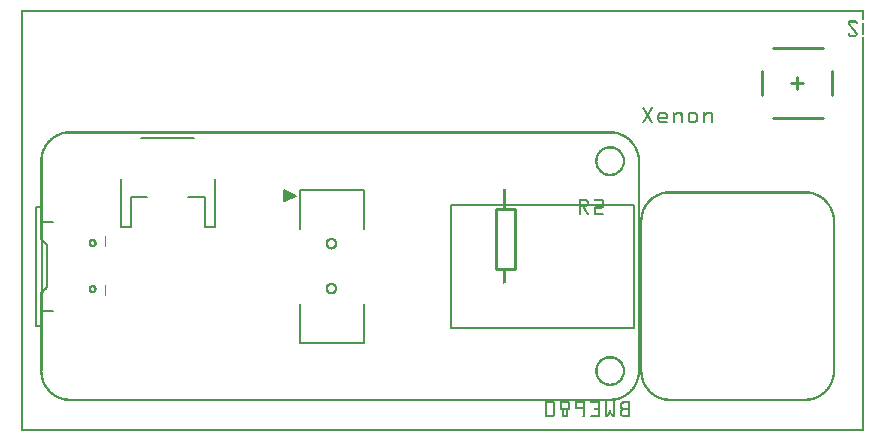
<source format=gto>
G04 MADE WITH FRITZING*
G04 WWW.FRITZING.ORG*
G04 DOUBLE SIDED*
G04 HOLES PLATED*
G04 CONTOUR ON CENTER OF CONTOUR VECTOR*
%ASAXBY*%
%FSLAX23Y23*%
%MOIN*%
%OFA0B0*%
%SFA1.0B1.0*%
%ADD10C,0.010000*%
%ADD11C,0.005000*%
%ADD12C,0.008000*%
%ADD13R,0.001000X0.001000*%
%LNSILK1*%
G90*
G70*
G54D10*
X2704Y1202D02*
X2704Y1123D01*
D02*
X2507Y1281D02*
X2674Y1281D01*
D02*
X2507Y1045D02*
X2674Y1045D01*
D02*
X2468Y1202D02*
X2468Y1123D01*
D02*
X2586Y1183D02*
X2586Y1143D01*
D02*
X2605Y1163D02*
X2566Y1163D01*
D02*
X1647Y742D02*
X1647Y542D01*
D02*
X1647Y542D02*
X1581Y542D01*
D02*
X1581Y542D02*
X1581Y742D01*
D02*
X1581Y742D02*
X1647Y742D01*
G54D11*
D02*
X2044Y758D02*
X2044Y345D01*
D02*
X2044Y345D02*
X1433Y345D01*
D02*
X1433Y345D02*
X1433Y758D01*
D02*
X1433Y758D02*
X2044Y758D01*
D02*
X105Y701D02*
X69Y701D01*
D02*
X69Y701D02*
X69Y402D01*
D02*
X69Y402D02*
X105Y402D01*
D02*
X1141Y677D02*
X1141Y807D01*
D02*
X1141Y807D02*
X928Y807D01*
D02*
X928Y807D02*
X928Y677D01*
D02*
X1141Y425D02*
X1141Y296D01*
D02*
X1141Y296D02*
X928Y296D01*
D02*
X928Y296D02*
X928Y425D01*
G54D12*
D02*
X400Y980D02*
X577Y980D01*
D02*
X646Y842D02*
X646Y684D01*
D02*
X646Y684D02*
X613Y684D01*
D02*
X613Y684D02*
X613Y783D01*
D02*
X613Y783D02*
X557Y783D01*
D02*
X420Y783D02*
X365Y783D01*
D02*
X365Y783D02*
X365Y684D01*
D02*
X365Y684D02*
X331Y684D01*
D02*
X331Y684D02*
X331Y842D01*
D02*
X50Y353D02*
X64Y353D01*
D02*
X50Y750D02*
X64Y750D01*
D02*
X50Y353D02*
X50Y750D01*
G54D11*
X877Y808D02*
X916Y788D01*
X877Y769D01*
X877Y808D01*
X879Y807D02*
X879Y770D01*
X879Y807D01*
X884Y804D02*
X884Y772D01*
X884Y804D01*
X889Y802D02*
X889Y775D01*
X889Y802D01*
X894Y799D02*
X894Y777D01*
X894Y799D01*
X899Y797D02*
X899Y780D01*
X899Y797D01*
X904Y794D02*
X904Y782D01*
X904Y794D01*
X909Y792D02*
X909Y785D01*
X909Y792D01*
D02*
G54D13*
X0Y1406D02*
X2809Y1406D01*
X0Y1405D02*
X2809Y1405D01*
X0Y1404D02*
X2809Y1404D01*
X0Y1403D02*
X2809Y1403D01*
X0Y1402D02*
X2809Y1402D01*
X0Y1401D02*
X2809Y1401D01*
X0Y1400D02*
X2809Y1400D01*
X0Y1399D02*
X2809Y1399D01*
X0Y1398D02*
X7Y1398D01*
X2802Y1398D02*
X2809Y1398D01*
X0Y1397D02*
X7Y1397D01*
X2802Y1397D02*
X2809Y1397D01*
X0Y1396D02*
X7Y1396D01*
X2802Y1396D02*
X2809Y1396D01*
X0Y1395D02*
X7Y1395D01*
X2802Y1395D02*
X2809Y1395D01*
X0Y1394D02*
X7Y1394D01*
X2802Y1394D02*
X2809Y1394D01*
X0Y1393D02*
X7Y1393D01*
X2802Y1393D02*
X2809Y1393D01*
X0Y1392D02*
X7Y1392D01*
X2802Y1392D02*
X2809Y1392D01*
X0Y1391D02*
X7Y1391D01*
X2802Y1391D02*
X2809Y1391D01*
X0Y1390D02*
X7Y1390D01*
X2802Y1390D02*
X2809Y1390D01*
X0Y1389D02*
X7Y1389D01*
X2802Y1389D02*
X2809Y1389D01*
X0Y1388D02*
X7Y1388D01*
X2802Y1388D02*
X2809Y1388D01*
X0Y1387D02*
X7Y1387D01*
X2802Y1387D02*
X2809Y1387D01*
X0Y1386D02*
X7Y1386D01*
X2802Y1386D02*
X2809Y1386D01*
X0Y1385D02*
X7Y1385D01*
X2802Y1385D02*
X2809Y1385D01*
X0Y1384D02*
X7Y1384D01*
X2802Y1384D02*
X2809Y1384D01*
X0Y1383D02*
X7Y1383D01*
X2802Y1383D02*
X2809Y1383D01*
X0Y1382D02*
X7Y1382D01*
X2802Y1382D02*
X2809Y1382D01*
X0Y1381D02*
X7Y1381D01*
X2802Y1381D02*
X2809Y1381D01*
X0Y1380D02*
X7Y1380D01*
X2802Y1380D02*
X2809Y1380D01*
X0Y1379D02*
X7Y1379D01*
X2802Y1379D02*
X2809Y1379D01*
X0Y1378D02*
X7Y1378D01*
X2802Y1378D02*
X2809Y1378D01*
X0Y1377D02*
X7Y1377D01*
X2802Y1377D02*
X2809Y1377D01*
X0Y1376D02*
X7Y1376D01*
X2802Y1376D02*
X2809Y1376D01*
X0Y1375D02*
X7Y1375D01*
X2802Y1375D02*
X2809Y1375D01*
X0Y1374D02*
X7Y1374D01*
X2802Y1374D02*
X2809Y1374D01*
X0Y1373D02*
X7Y1373D01*
X2802Y1373D02*
X2809Y1373D01*
X0Y1372D02*
X7Y1372D01*
X2802Y1372D02*
X2809Y1372D01*
X0Y1371D02*
X7Y1371D01*
X2760Y1371D02*
X2782Y1371D01*
X0Y1370D02*
X7Y1370D01*
X2758Y1370D02*
X2784Y1370D01*
X0Y1369D02*
X7Y1369D01*
X2757Y1369D02*
X2785Y1369D01*
X0Y1368D02*
X7Y1368D01*
X2756Y1368D02*
X2786Y1368D01*
X0Y1367D02*
X7Y1367D01*
X2756Y1367D02*
X2787Y1367D01*
X0Y1366D02*
X7Y1366D01*
X2755Y1366D02*
X2788Y1366D01*
X0Y1365D02*
X7Y1365D01*
X2755Y1365D02*
X2788Y1365D01*
X0Y1364D02*
X7Y1364D01*
X2755Y1364D02*
X2761Y1364D01*
X2781Y1364D02*
X2788Y1364D01*
X2802Y1364D02*
X2809Y1364D01*
X0Y1363D02*
X7Y1363D01*
X2755Y1363D02*
X2761Y1363D01*
X2782Y1363D02*
X2788Y1363D01*
X2802Y1363D02*
X2809Y1363D01*
X0Y1362D02*
X7Y1362D01*
X2755Y1362D02*
X2762Y1362D01*
X2782Y1362D02*
X2788Y1362D01*
X2802Y1362D02*
X2809Y1362D01*
X0Y1361D02*
X7Y1361D01*
X2755Y1361D02*
X2763Y1361D01*
X2783Y1361D02*
X2788Y1361D01*
X2802Y1361D02*
X2809Y1361D01*
X0Y1360D02*
X7Y1360D01*
X2756Y1360D02*
X2763Y1360D01*
X2783Y1360D02*
X2788Y1360D01*
X2802Y1360D02*
X2809Y1360D01*
X0Y1359D02*
X7Y1359D01*
X2756Y1359D02*
X2764Y1359D01*
X2784Y1359D02*
X2786Y1359D01*
X2802Y1359D02*
X2809Y1359D01*
X0Y1358D02*
X7Y1358D01*
X2757Y1358D02*
X2765Y1358D01*
X2802Y1358D02*
X2809Y1358D01*
X0Y1357D02*
X7Y1357D01*
X2758Y1357D02*
X2766Y1357D01*
X2802Y1357D02*
X2809Y1357D01*
X0Y1356D02*
X7Y1356D01*
X2759Y1356D02*
X2767Y1356D01*
X2802Y1356D02*
X2809Y1356D01*
X0Y1355D02*
X7Y1355D01*
X2759Y1355D02*
X2767Y1355D01*
X2802Y1355D02*
X2809Y1355D01*
X0Y1354D02*
X7Y1354D01*
X2760Y1354D02*
X2768Y1354D01*
X2802Y1354D02*
X2809Y1354D01*
X0Y1353D02*
X7Y1353D01*
X2761Y1353D02*
X2769Y1353D01*
X2802Y1353D02*
X2809Y1353D01*
X0Y1352D02*
X7Y1352D01*
X2762Y1352D02*
X2770Y1352D01*
X2802Y1352D02*
X2809Y1352D01*
X0Y1351D02*
X7Y1351D01*
X2762Y1351D02*
X2770Y1351D01*
X2802Y1351D02*
X2809Y1351D01*
X0Y1350D02*
X7Y1350D01*
X2763Y1350D02*
X2771Y1350D01*
X2802Y1350D02*
X2809Y1350D01*
X0Y1349D02*
X7Y1349D01*
X2764Y1349D02*
X2772Y1349D01*
X2802Y1349D02*
X2809Y1349D01*
X0Y1348D02*
X7Y1348D01*
X2765Y1348D02*
X2773Y1348D01*
X2802Y1348D02*
X2809Y1348D01*
X0Y1347D02*
X7Y1347D01*
X2766Y1347D02*
X2774Y1347D01*
X2802Y1347D02*
X2809Y1347D01*
X0Y1346D02*
X7Y1346D01*
X2766Y1346D02*
X2774Y1346D01*
X2802Y1346D02*
X2809Y1346D01*
X0Y1345D02*
X7Y1345D01*
X2767Y1345D02*
X2775Y1345D01*
X2802Y1345D02*
X2809Y1345D01*
X0Y1344D02*
X7Y1344D01*
X2768Y1344D02*
X2776Y1344D01*
X2802Y1344D02*
X2809Y1344D01*
X0Y1343D02*
X7Y1343D01*
X2769Y1343D02*
X2777Y1343D01*
X2802Y1343D02*
X2809Y1343D01*
X0Y1342D02*
X7Y1342D01*
X2769Y1342D02*
X2777Y1342D01*
X2802Y1342D02*
X2809Y1342D01*
X0Y1341D02*
X7Y1341D01*
X2770Y1341D02*
X2778Y1341D01*
X2802Y1341D02*
X2809Y1341D01*
X0Y1340D02*
X7Y1340D01*
X2771Y1340D02*
X2779Y1340D01*
X2802Y1340D02*
X2809Y1340D01*
X0Y1339D02*
X7Y1339D01*
X2772Y1339D02*
X2780Y1339D01*
X2802Y1339D02*
X2809Y1339D01*
X0Y1338D02*
X7Y1338D01*
X2773Y1338D02*
X2781Y1338D01*
X2802Y1338D02*
X2809Y1338D01*
X0Y1337D02*
X7Y1337D01*
X2773Y1337D02*
X2781Y1337D01*
X2802Y1337D02*
X2809Y1337D01*
X0Y1336D02*
X7Y1336D01*
X2774Y1336D02*
X2782Y1336D01*
X2802Y1336D02*
X2809Y1336D01*
X0Y1335D02*
X7Y1335D01*
X2775Y1335D02*
X2783Y1335D01*
X2802Y1335D02*
X2809Y1335D01*
X0Y1334D02*
X7Y1334D01*
X2776Y1334D02*
X2784Y1334D01*
X2802Y1334D02*
X2809Y1334D01*
X0Y1333D02*
X7Y1333D01*
X2776Y1333D02*
X2784Y1333D01*
X2802Y1333D02*
X2809Y1333D01*
X0Y1332D02*
X7Y1332D01*
X2777Y1332D02*
X2785Y1332D01*
X2802Y1332D02*
X2809Y1332D01*
X0Y1331D02*
X7Y1331D01*
X2778Y1331D02*
X2786Y1331D01*
X2802Y1331D02*
X2809Y1331D01*
X0Y1330D02*
X7Y1330D01*
X2757Y1330D02*
X2759Y1330D01*
X2779Y1330D02*
X2787Y1330D01*
X2802Y1330D02*
X2809Y1330D01*
X0Y1329D02*
X7Y1329D01*
X2756Y1329D02*
X2760Y1329D01*
X2780Y1329D02*
X2787Y1329D01*
X2802Y1329D02*
X2809Y1329D01*
X0Y1328D02*
X7Y1328D01*
X2755Y1328D02*
X2761Y1328D01*
X2780Y1328D02*
X2788Y1328D01*
X2802Y1328D02*
X2809Y1328D01*
X0Y1327D02*
X7Y1327D01*
X2755Y1327D02*
X2761Y1327D01*
X2781Y1327D02*
X2788Y1327D01*
X2802Y1327D02*
X2809Y1327D01*
X0Y1326D02*
X7Y1326D01*
X2755Y1326D02*
X2761Y1326D01*
X2782Y1326D02*
X2788Y1326D01*
X2802Y1326D02*
X2809Y1326D01*
X0Y1325D02*
X7Y1325D01*
X2755Y1325D02*
X2762Y1325D01*
X2782Y1325D02*
X2788Y1325D01*
X2802Y1325D02*
X2809Y1325D01*
X0Y1324D02*
X7Y1324D01*
X2755Y1324D02*
X2788Y1324D01*
X0Y1323D02*
X7Y1323D01*
X2756Y1323D02*
X2788Y1323D01*
X0Y1322D02*
X7Y1322D01*
X2756Y1322D02*
X2788Y1322D01*
X0Y1321D02*
X7Y1321D01*
X2757Y1321D02*
X2787Y1321D01*
X0Y1320D02*
X7Y1320D01*
X2758Y1320D02*
X2786Y1320D01*
X0Y1319D02*
X7Y1319D01*
X2759Y1319D02*
X2785Y1319D01*
X0Y1318D02*
X7Y1318D01*
X2761Y1318D02*
X2783Y1318D01*
X0Y1317D02*
X7Y1317D01*
X2802Y1317D02*
X2809Y1317D01*
X0Y1316D02*
X7Y1316D01*
X2802Y1316D02*
X2809Y1316D01*
X0Y1315D02*
X7Y1315D01*
X2802Y1315D02*
X2809Y1315D01*
X0Y1314D02*
X7Y1314D01*
X2802Y1314D02*
X2809Y1314D01*
X0Y1313D02*
X7Y1313D01*
X2802Y1313D02*
X2809Y1313D01*
X0Y1312D02*
X7Y1312D01*
X2802Y1312D02*
X2809Y1312D01*
X0Y1311D02*
X7Y1311D01*
X2802Y1311D02*
X2809Y1311D01*
X0Y1310D02*
X7Y1310D01*
X2802Y1310D02*
X2809Y1310D01*
X0Y1309D02*
X7Y1309D01*
X2802Y1309D02*
X2809Y1309D01*
X0Y1308D02*
X7Y1308D01*
X2802Y1308D02*
X2809Y1308D01*
X0Y1307D02*
X7Y1307D01*
X2802Y1307D02*
X2809Y1307D01*
X0Y1306D02*
X7Y1306D01*
X2802Y1306D02*
X2809Y1306D01*
X0Y1305D02*
X7Y1305D01*
X2802Y1305D02*
X2809Y1305D01*
X0Y1304D02*
X7Y1304D01*
X2802Y1304D02*
X2809Y1304D01*
X0Y1303D02*
X7Y1303D01*
X2802Y1303D02*
X2809Y1303D01*
X0Y1302D02*
X7Y1302D01*
X2802Y1302D02*
X2809Y1302D01*
X0Y1301D02*
X7Y1301D01*
X2802Y1301D02*
X2809Y1301D01*
X0Y1300D02*
X7Y1300D01*
X2802Y1300D02*
X2809Y1300D01*
X0Y1299D02*
X7Y1299D01*
X2802Y1299D02*
X2809Y1299D01*
X0Y1298D02*
X7Y1298D01*
X2802Y1298D02*
X2809Y1298D01*
X0Y1297D02*
X7Y1297D01*
X2802Y1297D02*
X2809Y1297D01*
X0Y1296D02*
X7Y1296D01*
X2802Y1296D02*
X2809Y1296D01*
X0Y1295D02*
X7Y1295D01*
X2802Y1295D02*
X2809Y1295D01*
X0Y1294D02*
X7Y1294D01*
X2802Y1294D02*
X2809Y1294D01*
X0Y1293D02*
X7Y1293D01*
X2802Y1293D02*
X2809Y1293D01*
X0Y1292D02*
X7Y1292D01*
X2802Y1292D02*
X2809Y1292D01*
X0Y1291D02*
X7Y1291D01*
X2802Y1291D02*
X2809Y1291D01*
X0Y1290D02*
X7Y1290D01*
X2802Y1290D02*
X2809Y1290D01*
X0Y1289D02*
X7Y1289D01*
X2802Y1289D02*
X2809Y1289D01*
X0Y1288D02*
X7Y1288D01*
X2802Y1288D02*
X2809Y1288D01*
X0Y1287D02*
X7Y1287D01*
X2802Y1287D02*
X2809Y1287D01*
X0Y1286D02*
X7Y1286D01*
X2802Y1286D02*
X2809Y1286D01*
X0Y1285D02*
X7Y1285D01*
X2802Y1285D02*
X2809Y1285D01*
X0Y1284D02*
X7Y1284D01*
X2802Y1284D02*
X2809Y1284D01*
X0Y1283D02*
X7Y1283D01*
X2802Y1283D02*
X2809Y1283D01*
X0Y1282D02*
X7Y1282D01*
X2802Y1282D02*
X2809Y1282D01*
X0Y1281D02*
X7Y1281D01*
X2802Y1281D02*
X2809Y1281D01*
X0Y1280D02*
X7Y1280D01*
X2802Y1280D02*
X2809Y1280D01*
X0Y1279D02*
X7Y1279D01*
X2802Y1279D02*
X2809Y1279D01*
X0Y1278D02*
X7Y1278D01*
X2802Y1278D02*
X2809Y1278D01*
X0Y1277D02*
X7Y1277D01*
X2802Y1277D02*
X2809Y1277D01*
X0Y1276D02*
X7Y1276D01*
X2802Y1276D02*
X2809Y1276D01*
X0Y1275D02*
X7Y1275D01*
X2802Y1275D02*
X2809Y1275D01*
X0Y1274D02*
X7Y1274D01*
X2802Y1274D02*
X2809Y1274D01*
X0Y1273D02*
X7Y1273D01*
X2802Y1273D02*
X2809Y1273D01*
X0Y1272D02*
X7Y1272D01*
X2802Y1272D02*
X2809Y1272D01*
X0Y1271D02*
X7Y1271D01*
X2802Y1271D02*
X2809Y1271D01*
X0Y1270D02*
X7Y1270D01*
X2802Y1270D02*
X2809Y1270D01*
X0Y1269D02*
X7Y1269D01*
X2802Y1269D02*
X2809Y1269D01*
X0Y1268D02*
X7Y1268D01*
X2802Y1268D02*
X2809Y1268D01*
X0Y1267D02*
X7Y1267D01*
X2802Y1267D02*
X2809Y1267D01*
X0Y1266D02*
X7Y1266D01*
X2802Y1266D02*
X2809Y1266D01*
X0Y1265D02*
X7Y1265D01*
X2802Y1265D02*
X2809Y1265D01*
X0Y1264D02*
X7Y1264D01*
X2802Y1264D02*
X2809Y1264D01*
X0Y1263D02*
X7Y1263D01*
X2802Y1263D02*
X2809Y1263D01*
X0Y1262D02*
X7Y1262D01*
X2802Y1262D02*
X2809Y1262D01*
X0Y1261D02*
X7Y1261D01*
X2802Y1261D02*
X2809Y1261D01*
X0Y1260D02*
X7Y1260D01*
X2802Y1260D02*
X2809Y1260D01*
X0Y1259D02*
X7Y1259D01*
X2802Y1259D02*
X2809Y1259D01*
X0Y1258D02*
X7Y1258D01*
X2802Y1258D02*
X2809Y1258D01*
X0Y1257D02*
X7Y1257D01*
X2802Y1257D02*
X2809Y1257D01*
X0Y1256D02*
X7Y1256D01*
X2802Y1256D02*
X2809Y1256D01*
X0Y1255D02*
X7Y1255D01*
X2802Y1255D02*
X2809Y1255D01*
X0Y1254D02*
X7Y1254D01*
X2802Y1254D02*
X2809Y1254D01*
X0Y1253D02*
X7Y1253D01*
X2802Y1253D02*
X2809Y1253D01*
X0Y1252D02*
X7Y1252D01*
X2802Y1252D02*
X2809Y1252D01*
X0Y1251D02*
X7Y1251D01*
X2802Y1251D02*
X2809Y1251D01*
X0Y1250D02*
X7Y1250D01*
X2802Y1250D02*
X2809Y1250D01*
X0Y1249D02*
X7Y1249D01*
X2802Y1249D02*
X2809Y1249D01*
X0Y1248D02*
X7Y1248D01*
X2802Y1248D02*
X2809Y1248D01*
X0Y1247D02*
X7Y1247D01*
X2802Y1247D02*
X2809Y1247D01*
X0Y1246D02*
X7Y1246D01*
X2802Y1246D02*
X2809Y1246D01*
X0Y1245D02*
X7Y1245D01*
X2802Y1245D02*
X2809Y1245D01*
X0Y1244D02*
X7Y1244D01*
X2802Y1244D02*
X2809Y1244D01*
X0Y1243D02*
X7Y1243D01*
X2802Y1243D02*
X2809Y1243D01*
X0Y1242D02*
X7Y1242D01*
X2802Y1242D02*
X2809Y1242D01*
X0Y1241D02*
X7Y1241D01*
X2802Y1241D02*
X2809Y1241D01*
X0Y1240D02*
X7Y1240D01*
X2802Y1240D02*
X2809Y1240D01*
X0Y1239D02*
X7Y1239D01*
X2802Y1239D02*
X2809Y1239D01*
X0Y1238D02*
X7Y1238D01*
X2802Y1238D02*
X2809Y1238D01*
X0Y1237D02*
X7Y1237D01*
X2802Y1237D02*
X2809Y1237D01*
X0Y1236D02*
X7Y1236D01*
X2802Y1236D02*
X2809Y1236D01*
X0Y1235D02*
X7Y1235D01*
X2802Y1235D02*
X2809Y1235D01*
X0Y1234D02*
X7Y1234D01*
X2802Y1234D02*
X2809Y1234D01*
X0Y1233D02*
X7Y1233D01*
X2802Y1233D02*
X2809Y1233D01*
X0Y1232D02*
X7Y1232D01*
X2802Y1232D02*
X2809Y1232D01*
X0Y1231D02*
X7Y1231D01*
X2802Y1231D02*
X2809Y1231D01*
X0Y1230D02*
X7Y1230D01*
X2802Y1230D02*
X2809Y1230D01*
X0Y1229D02*
X7Y1229D01*
X2802Y1229D02*
X2809Y1229D01*
X0Y1228D02*
X7Y1228D01*
X2802Y1228D02*
X2809Y1228D01*
X0Y1227D02*
X7Y1227D01*
X2802Y1227D02*
X2809Y1227D01*
X0Y1226D02*
X7Y1226D01*
X2802Y1226D02*
X2809Y1226D01*
X0Y1225D02*
X7Y1225D01*
X2802Y1225D02*
X2809Y1225D01*
X0Y1224D02*
X7Y1224D01*
X2802Y1224D02*
X2809Y1224D01*
X0Y1223D02*
X7Y1223D01*
X2802Y1223D02*
X2809Y1223D01*
X0Y1222D02*
X7Y1222D01*
X2802Y1222D02*
X2809Y1222D01*
X0Y1221D02*
X7Y1221D01*
X2802Y1221D02*
X2809Y1221D01*
X0Y1220D02*
X7Y1220D01*
X2802Y1220D02*
X2809Y1220D01*
X0Y1219D02*
X7Y1219D01*
X2802Y1219D02*
X2809Y1219D01*
X0Y1218D02*
X7Y1218D01*
X2802Y1218D02*
X2809Y1218D01*
X0Y1217D02*
X7Y1217D01*
X2802Y1217D02*
X2809Y1217D01*
X0Y1216D02*
X7Y1216D01*
X2802Y1216D02*
X2809Y1216D01*
X0Y1215D02*
X7Y1215D01*
X2802Y1215D02*
X2809Y1215D01*
X0Y1214D02*
X7Y1214D01*
X2802Y1214D02*
X2809Y1214D01*
X0Y1213D02*
X7Y1213D01*
X2802Y1213D02*
X2809Y1213D01*
X0Y1212D02*
X7Y1212D01*
X2802Y1212D02*
X2809Y1212D01*
X0Y1211D02*
X7Y1211D01*
X2802Y1211D02*
X2809Y1211D01*
X0Y1210D02*
X7Y1210D01*
X2802Y1210D02*
X2809Y1210D01*
X0Y1209D02*
X7Y1209D01*
X2802Y1209D02*
X2809Y1209D01*
X0Y1208D02*
X7Y1208D01*
X2802Y1208D02*
X2809Y1208D01*
X0Y1207D02*
X7Y1207D01*
X2802Y1207D02*
X2809Y1207D01*
X0Y1206D02*
X7Y1206D01*
X2802Y1206D02*
X2809Y1206D01*
X0Y1205D02*
X7Y1205D01*
X2802Y1205D02*
X2809Y1205D01*
X0Y1204D02*
X7Y1204D01*
X2802Y1204D02*
X2809Y1204D01*
X0Y1203D02*
X7Y1203D01*
X2802Y1203D02*
X2809Y1203D01*
X0Y1202D02*
X7Y1202D01*
X2802Y1202D02*
X2809Y1202D01*
X0Y1201D02*
X7Y1201D01*
X2802Y1201D02*
X2809Y1201D01*
X0Y1200D02*
X7Y1200D01*
X2802Y1200D02*
X2809Y1200D01*
X0Y1199D02*
X7Y1199D01*
X2802Y1199D02*
X2809Y1199D01*
X0Y1198D02*
X7Y1198D01*
X2802Y1198D02*
X2809Y1198D01*
X0Y1197D02*
X7Y1197D01*
X2802Y1197D02*
X2809Y1197D01*
X0Y1196D02*
X7Y1196D01*
X2802Y1196D02*
X2809Y1196D01*
X0Y1195D02*
X7Y1195D01*
X2802Y1195D02*
X2809Y1195D01*
X0Y1194D02*
X7Y1194D01*
X2802Y1194D02*
X2809Y1194D01*
X0Y1193D02*
X7Y1193D01*
X2802Y1193D02*
X2809Y1193D01*
X0Y1192D02*
X7Y1192D01*
X2802Y1192D02*
X2809Y1192D01*
X0Y1191D02*
X7Y1191D01*
X2802Y1191D02*
X2809Y1191D01*
X0Y1190D02*
X7Y1190D01*
X2802Y1190D02*
X2809Y1190D01*
X0Y1189D02*
X7Y1189D01*
X2802Y1189D02*
X2809Y1189D01*
X0Y1188D02*
X7Y1188D01*
X2802Y1188D02*
X2809Y1188D01*
X0Y1187D02*
X7Y1187D01*
X2802Y1187D02*
X2809Y1187D01*
X0Y1186D02*
X7Y1186D01*
X2802Y1186D02*
X2809Y1186D01*
X0Y1185D02*
X7Y1185D01*
X2802Y1185D02*
X2809Y1185D01*
X0Y1184D02*
X7Y1184D01*
X2802Y1184D02*
X2809Y1184D01*
X0Y1183D02*
X7Y1183D01*
X2802Y1183D02*
X2809Y1183D01*
X0Y1182D02*
X7Y1182D01*
X2802Y1182D02*
X2809Y1182D01*
X0Y1181D02*
X7Y1181D01*
X2802Y1181D02*
X2809Y1181D01*
X0Y1180D02*
X7Y1180D01*
X2802Y1180D02*
X2809Y1180D01*
X0Y1179D02*
X7Y1179D01*
X2802Y1179D02*
X2809Y1179D01*
X0Y1178D02*
X7Y1178D01*
X2802Y1178D02*
X2809Y1178D01*
X0Y1177D02*
X7Y1177D01*
X2802Y1177D02*
X2809Y1177D01*
X0Y1176D02*
X7Y1176D01*
X2802Y1176D02*
X2809Y1176D01*
X0Y1175D02*
X7Y1175D01*
X2802Y1175D02*
X2809Y1175D01*
X0Y1174D02*
X7Y1174D01*
X2802Y1174D02*
X2809Y1174D01*
X0Y1173D02*
X7Y1173D01*
X2802Y1173D02*
X2809Y1173D01*
X0Y1172D02*
X7Y1172D01*
X2802Y1172D02*
X2809Y1172D01*
X0Y1171D02*
X7Y1171D01*
X2802Y1171D02*
X2809Y1171D01*
X0Y1170D02*
X7Y1170D01*
X2802Y1170D02*
X2809Y1170D01*
X0Y1169D02*
X7Y1169D01*
X2802Y1169D02*
X2809Y1169D01*
X0Y1168D02*
X7Y1168D01*
X2802Y1168D02*
X2809Y1168D01*
X0Y1167D02*
X7Y1167D01*
X2802Y1167D02*
X2809Y1167D01*
X0Y1166D02*
X7Y1166D01*
X2802Y1166D02*
X2809Y1166D01*
X0Y1165D02*
X7Y1165D01*
X2802Y1165D02*
X2809Y1165D01*
X0Y1164D02*
X7Y1164D01*
X2802Y1164D02*
X2809Y1164D01*
X0Y1163D02*
X7Y1163D01*
X2802Y1163D02*
X2809Y1163D01*
X0Y1162D02*
X7Y1162D01*
X2802Y1162D02*
X2809Y1162D01*
X0Y1161D02*
X7Y1161D01*
X2802Y1161D02*
X2809Y1161D01*
X0Y1160D02*
X7Y1160D01*
X2802Y1160D02*
X2809Y1160D01*
X0Y1159D02*
X7Y1159D01*
X2802Y1159D02*
X2809Y1159D01*
X0Y1158D02*
X7Y1158D01*
X2802Y1158D02*
X2809Y1158D01*
X0Y1157D02*
X7Y1157D01*
X2802Y1157D02*
X2809Y1157D01*
X0Y1156D02*
X7Y1156D01*
X2802Y1156D02*
X2809Y1156D01*
X0Y1155D02*
X7Y1155D01*
X2802Y1155D02*
X2809Y1155D01*
X0Y1154D02*
X7Y1154D01*
X2802Y1154D02*
X2809Y1154D01*
X0Y1153D02*
X7Y1153D01*
X2802Y1153D02*
X2809Y1153D01*
X0Y1152D02*
X7Y1152D01*
X2802Y1152D02*
X2809Y1152D01*
X0Y1151D02*
X7Y1151D01*
X2802Y1151D02*
X2809Y1151D01*
X0Y1150D02*
X7Y1150D01*
X2802Y1150D02*
X2809Y1150D01*
X0Y1149D02*
X7Y1149D01*
X2802Y1149D02*
X2809Y1149D01*
X0Y1148D02*
X7Y1148D01*
X2802Y1148D02*
X2809Y1148D01*
X0Y1147D02*
X7Y1147D01*
X2802Y1147D02*
X2809Y1147D01*
X0Y1146D02*
X7Y1146D01*
X2802Y1146D02*
X2809Y1146D01*
X0Y1145D02*
X7Y1145D01*
X2802Y1145D02*
X2809Y1145D01*
X0Y1144D02*
X7Y1144D01*
X2802Y1144D02*
X2809Y1144D01*
X0Y1143D02*
X7Y1143D01*
X2802Y1143D02*
X2809Y1143D01*
X0Y1142D02*
X7Y1142D01*
X2802Y1142D02*
X2809Y1142D01*
X0Y1141D02*
X7Y1141D01*
X2802Y1141D02*
X2809Y1141D01*
X0Y1140D02*
X7Y1140D01*
X2802Y1140D02*
X2809Y1140D01*
X0Y1139D02*
X7Y1139D01*
X2802Y1139D02*
X2809Y1139D01*
X0Y1138D02*
X7Y1138D01*
X2802Y1138D02*
X2809Y1138D01*
X0Y1137D02*
X7Y1137D01*
X2802Y1137D02*
X2809Y1137D01*
X0Y1136D02*
X7Y1136D01*
X2802Y1136D02*
X2809Y1136D01*
X0Y1135D02*
X7Y1135D01*
X2802Y1135D02*
X2809Y1135D01*
X0Y1134D02*
X7Y1134D01*
X2802Y1134D02*
X2809Y1134D01*
X0Y1133D02*
X7Y1133D01*
X2802Y1133D02*
X2809Y1133D01*
X0Y1132D02*
X7Y1132D01*
X2802Y1132D02*
X2809Y1132D01*
X0Y1131D02*
X7Y1131D01*
X2802Y1131D02*
X2809Y1131D01*
X0Y1130D02*
X7Y1130D01*
X2802Y1130D02*
X2809Y1130D01*
X0Y1129D02*
X7Y1129D01*
X2802Y1129D02*
X2809Y1129D01*
X0Y1128D02*
X7Y1128D01*
X2802Y1128D02*
X2809Y1128D01*
X0Y1127D02*
X7Y1127D01*
X2802Y1127D02*
X2809Y1127D01*
X0Y1126D02*
X7Y1126D01*
X2802Y1126D02*
X2809Y1126D01*
X0Y1125D02*
X7Y1125D01*
X2802Y1125D02*
X2809Y1125D01*
X0Y1124D02*
X7Y1124D01*
X2802Y1124D02*
X2809Y1124D01*
X0Y1123D02*
X7Y1123D01*
X2802Y1123D02*
X2809Y1123D01*
X0Y1122D02*
X7Y1122D01*
X2802Y1122D02*
X2809Y1122D01*
X0Y1121D02*
X7Y1121D01*
X2802Y1121D02*
X2809Y1121D01*
X0Y1120D02*
X7Y1120D01*
X2802Y1120D02*
X2809Y1120D01*
X0Y1119D02*
X7Y1119D01*
X2802Y1119D02*
X2809Y1119D01*
X0Y1118D02*
X7Y1118D01*
X2802Y1118D02*
X2809Y1118D01*
X0Y1117D02*
X7Y1117D01*
X2802Y1117D02*
X2809Y1117D01*
X0Y1116D02*
X7Y1116D01*
X2802Y1116D02*
X2809Y1116D01*
X0Y1115D02*
X7Y1115D01*
X2802Y1115D02*
X2809Y1115D01*
X0Y1114D02*
X7Y1114D01*
X2802Y1114D02*
X2809Y1114D01*
X0Y1113D02*
X7Y1113D01*
X2802Y1113D02*
X2809Y1113D01*
X0Y1112D02*
X7Y1112D01*
X2802Y1112D02*
X2809Y1112D01*
X0Y1111D02*
X7Y1111D01*
X2802Y1111D02*
X2809Y1111D01*
X0Y1110D02*
X7Y1110D01*
X2802Y1110D02*
X2809Y1110D01*
X0Y1109D02*
X7Y1109D01*
X2802Y1109D02*
X2809Y1109D01*
X0Y1108D02*
X7Y1108D01*
X2802Y1108D02*
X2809Y1108D01*
X0Y1107D02*
X7Y1107D01*
X2802Y1107D02*
X2809Y1107D01*
X0Y1106D02*
X7Y1106D01*
X2802Y1106D02*
X2809Y1106D01*
X0Y1105D02*
X7Y1105D01*
X2802Y1105D02*
X2809Y1105D01*
X0Y1104D02*
X7Y1104D01*
X2802Y1104D02*
X2809Y1104D01*
X0Y1103D02*
X7Y1103D01*
X2802Y1103D02*
X2809Y1103D01*
X0Y1102D02*
X7Y1102D01*
X2802Y1102D02*
X2809Y1102D01*
X0Y1101D02*
X7Y1101D01*
X2802Y1101D02*
X2809Y1101D01*
X0Y1100D02*
X7Y1100D01*
X2802Y1100D02*
X2809Y1100D01*
X0Y1099D02*
X7Y1099D01*
X2802Y1099D02*
X2809Y1099D01*
X0Y1098D02*
X7Y1098D01*
X2802Y1098D02*
X2809Y1098D01*
X0Y1097D02*
X7Y1097D01*
X2802Y1097D02*
X2809Y1097D01*
X0Y1096D02*
X7Y1096D01*
X2802Y1096D02*
X2809Y1096D01*
X0Y1095D02*
X7Y1095D01*
X2802Y1095D02*
X2809Y1095D01*
X0Y1094D02*
X7Y1094D01*
X2802Y1094D02*
X2809Y1094D01*
X0Y1093D02*
X7Y1093D01*
X2802Y1093D02*
X2809Y1093D01*
X0Y1092D02*
X7Y1092D01*
X2802Y1092D02*
X2809Y1092D01*
X0Y1091D02*
X7Y1091D01*
X2802Y1091D02*
X2809Y1091D01*
X0Y1090D02*
X7Y1090D01*
X2802Y1090D02*
X2809Y1090D01*
X0Y1089D02*
X7Y1089D01*
X2802Y1089D02*
X2809Y1089D01*
X0Y1088D02*
X7Y1088D01*
X2802Y1088D02*
X2809Y1088D01*
X0Y1087D02*
X7Y1087D01*
X2802Y1087D02*
X2809Y1087D01*
X0Y1086D02*
X7Y1086D01*
X2802Y1086D02*
X2809Y1086D01*
X0Y1085D02*
X7Y1085D01*
X2802Y1085D02*
X2809Y1085D01*
X0Y1084D02*
X7Y1084D01*
X2802Y1084D02*
X2809Y1084D01*
X0Y1083D02*
X7Y1083D01*
X2802Y1083D02*
X2809Y1083D01*
X0Y1082D02*
X7Y1082D01*
X2074Y1082D02*
X2075Y1082D01*
X2101Y1082D02*
X2102Y1082D01*
X2802Y1082D02*
X2809Y1082D01*
X0Y1081D02*
X7Y1081D01*
X2072Y1081D02*
X2076Y1081D01*
X2100Y1081D02*
X2104Y1081D01*
X2802Y1081D02*
X2809Y1081D01*
X0Y1080D02*
X7Y1080D01*
X2072Y1080D02*
X2077Y1080D01*
X2099Y1080D02*
X2105Y1080D01*
X2802Y1080D02*
X2809Y1080D01*
X0Y1079D02*
X7Y1079D01*
X2071Y1079D02*
X2078Y1079D01*
X2098Y1079D02*
X2105Y1079D01*
X2802Y1079D02*
X2809Y1079D01*
X0Y1078D02*
X7Y1078D01*
X2071Y1078D02*
X2078Y1078D01*
X2098Y1078D02*
X2105Y1078D01*
X2802Y1078D02*
X2809Y1078D01*
X0Y1077D02*
X7Y1077D01*
X2072Y1077D02*
X2079Y1077D01*
X2097Y1077D02*
X2104Y1077D01*
X2802Y1077D02*
X2809Y1077D01*
X0Y1076D02*
X7Y1076D01*
X2072Y1076D02*
X2079Y1076D01*
X2097Y1076D02*
X2104Y1076D01*
X2802Y1076D02*
X2809Y1076D01*
X0Y1075D02*
X7Y1075D01*
X2073Y1075D02*
X2080Y1075D01*
X2096Y1075D02*
X2103Y1075D01*
X2802Y1075D02*
X2809Y1075D01*
X0Y1074D02*
X7Y1074D01*
X2073Y1074D02*
X2081Y1074D01*
X2095Y1074D02*
X2103Y1074D01*
X2802Y1074D02*
X2809Y1074D01*
X0Y1073D02*
X7Y1073D01*
X2074Y1073D02*
X2081Y1073D01*
X2095Y1073D02*
X2102Y1073D01*
X2802Y1073D02*
X2809Y1073D01*
X0Y1072D02*
X7Y1072D01*
X2075Y1072D02*
X2082Y1072D01*
X2094Y1072D02*
X2101Y1072D01*
X2802Y1072D02*
X2809Y1072D01*
X0Y1071D02*
X7Y1071D01*
X2075Y1071D02*
X2082Y1071D01*
X2094Y1071D02*
X2101Y1071D01*
X2802Y1071D02*
X2809Y1071D01*
X0Y1070D02*
X7Y1070D01*
X2076Y1070D02*
X2083Y1070D01*
X2093Y1070D02*
X2100Y1070D01*
X2802Y1070D02*
X2809Y1070D01*
X0Y1069D02*
X7Y1069D01*
X2076Y1069D02*
X2084Y1069D01*
X2093Y1069D02*
X2100Y1069D01*
X2802Y1069D02*
X2809Y1069D01*
X0Y1068D02*
X7Y1068D01*
X2077Y1068D02*
X2084Y1068D01*
X2092Y1068D02*
X2099Y1068D01*
X2802Y1068D02*
X2809Y1068D01*
X0Y1067D02*
X7Y1067D01*
X2077Y1067D02*
X2085Y1067D01*
X2091Y1067D02*
X2099Y1067D01*
X2131Y1067D02*
X2145Y1067D01*
X2173Y1067D02*
X2176Y1067D01*
X2188Y1067D02*
X2197Y1067D01*
X2232Y1067D02*
X2246Y1067D01*
X2274Y1067D02*
X2276Y1067D01*
X2288Y1067D02*
X2297Y1067D01*
X2802Y1067D02*
X2809Y1067D01*
X0Y1066D02*
X7Y1066D01*
X2078Y1066D02*
X2085Y1066D01*
X2091Y1066D02*
X2098Y1066D01*
X2129Y1066D02*
X2147Y1066D01*
X2172Y1066D02*
X2177Y1066D01*
X2186Y1066D02*
X2199Y1066D01*
X2229Y1066D02*
X2248Y1066D01*
X2273Y1066D02*
X2277Y1066D01*
X2286Y1066D02*
X2300Y1066D01*
X2802Y1066D02*
X2809Y1066D01*
X0Y1065D02*
X7Y1065D01*
X2079Y1065D02*
X2086Y1065D01*
X2090Y1065D02*
X2097Y1065D01*
X2128Y1065D02*
X2149Y1065D01*
X2172Y1065D02*
X2177Y1065D01*
X2184Y1065D02*
X2201Y1065D01*
X2228Y1065D02*
X2249Y1065D01*
X2272Y1065D02*
X2278Y1065D01*
X2284Y1065D02*
X2301Y1065D01*
X2802Y1065D02*
X2809Y1065D01*
X0Y1064D02*
X7Y1064D01*
X2079Y1064D02*
X2086Y1064D01*
X2090Y1064D02*
X2097Y1064D01*
X2126Y1064D02*
X2150Y1064D01*
X2172Y1064D02*
X2178Y1064D01*
X2182Y1064D02*
X2202Y1064D01*
X2227Y1064D02*
X2250Y1064D01*
X2272Y1064D02*
X2278Y1064D01*
X2283Y1064D02*
X2302Y1064D01*
X2802Y1064D02*
X2809Y1064D01*
X0Y1063D02*
X7Y1063D01*
X2080Y1063D02*
X2087Y1063D01*
X2089Y1063D02*
X2096Y1063D01*
X2125Y1063D02*
X2151Y1063D01*
X2172Y1063D02*
X2178Y1063D01*
X2181Y1063D02*
X2202Y1063D01*
X2226Y1063D02*
X2252Y1063D01*
X2272Y1063D02*
X2278Y1063D01*
X2281Y1063D02*
X2303Y1063D01*
X2802Y1063D02*
X2809Y1063D01*
X0Y1062D02*
X7Y1062D01*
X2080Y1062D02*
X2096Y1062D01*
X2124Y1062D02*
X2152Y1062D01*
X2172Y1062D02*
X2203Y1062D01*
X2225Y1062D02*
X2253Y1062D01*
X2272Y1062D02*
X2278Y1062D01*
X2280Y1062D02*
X2303Y1062D01*
X2802Y1062D02*
X2809Y1062D01*
X0Y1061D02*
X7Y1061D01*
X2081Y1061D02*
X2095Y1061D01*
X2124Y1061D02*
X2153Y1061D01*
X2172Y1061D02*
X2204Y1061D01*
X2224Y1061D02*
X2253Y1061D01*
X2272Y1061D02*
X2304Y1061D01*
X2802Y1061D02*
X2809Y1061D01*
X0Y1060D02*
X7Y1060D01*
X2082Y1060D02*
X2094Y1060D01*
X2123Y1060D02*
X2132Y1060D01*
X2145Y1060D02*
X2154Y1060D01*
X2172Y1060D02*
X2188Y1060D01*
X2197Y1060D02*
X2204Y1060D01*
X2223Y1060D02*
X2232Y1060D01*
X2245Y1060D02*
X2254Y1060D01*
X2272Y1060D02*
X2289Y1060D01*
X2297Y1060D02*
X2304Y1060D01*
X2802Y1060D02*
X2809Y1060D01*
X0Y1059D02*
X7Y1059D01*
X2082Y1059D02*
X2094Y1059D01*
X2122Y1059D02*
X2130Y1059D01*
X2146Y1059D02*
X2154Y1059D01*
X2172Y1059D02*
X2187Y1059D01*
X2198Y1059D02*
X2204Y1059D01*
X2223Y1059D02*
X2231Y1059D01*
X2247Y1059D02*
X2255Y1059D01*
X2272Y1059D02*
X2287Y1059D01*
X2298Y1059D02*
X2305Y1059D01*
X2802Y1059D02*
X2809Y1059D01*
X0Y1058D02*
X7Y1058D01*
X2083Y1058D02*
X2093Y1058D01*
X2122Y1058D02*
X2129Y1058D01*
X2147Y1058D02*
X2155Y1058D01*
X2172Y1058D02*
X2185Y1058D01*
X2198Y1058D02*
X2204Y1058D01*
X2222Y1058D02*
X2230Y1058D01*
X2248Y1058D02*
X2255Y1058D01*
X2272Y1058D02*
X2286Y1058D01*
X2299Y1058D02*
X2305Y1058D01*
X2802Y1058D02*
X2809Y1058D01*
X0Y1057D02*
X7Y1057D01*
X2083Y1057D02*
X2093Y1057D01*
X2122Y1057D02*
X2128Y1057D01*
X2148Y1057D02*
X2155Y1057D01*
X2172Y1057D02*
X2184Y1057D01*
X2198Y1057D02*
X2204Y1057D01*
X2222Y1057D02*
X2229Y1057D01*
X2249Y1057D02*
X2255Y1057D01*
X2272Y1057D02*
X2284Y1057D01*
X2299Y1057D02*
X2305Y1057D01*
X2802Y1057D02*
X2809Y1057D01*
X0Y1056D02*
X7Y1056D01*
X2084Y1056D02*
X2092Y1056D01*
X2122Y1056D02*
X2128Y1056D01*
X2149Y1056D02*
X2155Y1056D01*
X2172Y1056D02*
X2182Y1056D01*
X2198Y1056D02*
X2204Y1056D01*
X2222Y1056D02*
X2228Y1056D01*
X2249Y1056D02*
X2255Y1056D01*
X2272Y1056D02*
X2282Y1056D01*
X2299Y1056D02*
X2305Y1056D01*
X2802Y1056D02*
X2809Y1056D01*
X0Y1055D02*
X7Y1055D01*
X2084Y1055D02*
X2092Y1055D01*
X2121Y1055D02*
X2128Y1055D01*
X2149Y1055D02*
X2155Y1055D01*
X2172Y1055D02*
X2180Y1055D01*
X2198Y1055D02*
X2204Y1055D01*
X2222Y1055D02*
X2228Y1055D01*
X2249Y1055D02*
X2255Y1055D01*
X2272Y1055D02*
X2281Y1055D01*
X2299Y1055D02*
X2305Y1055D01*
X2802Y1055D02*
X2809Y1055D01*
X0Y1054D02*
X7Y1054D01*
X2084Y1054D02*
X2092Y1054D01*
X2121Y1054D02*
X2127Y1054D01*
X2149Y1054D02*
X2155Y1054D01*
X2172Y1054D02*
X2179Y1054D01*
X2198Y1054D02*
X2204Y1054D01*
X2222Y1054D02*
X2228Y1054D01*
X2249Y1054D02*
X2255Y1054D01*
X2272Y1054D02*
X2279Y1054D01*
X2299Y1054D02*
X2305Y1054D01*
X2802Y1054D02*
X2809Y1054D01*
X0Y1053D02*
X7Y1053D01*
X2083Y1053D02*
X2093Y1053D01*
X2121Y1053D02*
X2127Y1053D01*
X2149Y1053D02*
X2155Y1053D01*
X2172Y1053D02*
X2178Y1053D01*
X2198Y1053D02*
X2204Y1053D01*
X2222Y1053D02*
X2228Y1053D01*
X2249Y1053D02*
X2255Y1053D01*
X2272Y1053D02*
X2278Y1053D01*
X2299Y1053D02*
X2305Y1053D01*
X2802Y1053D02*
X2809Y1053D01*
X0Y1052D02*
X7Y1052D01*
X2083Y1052D02*
X2093Y1052D01*
X2121Y1052D02*
X2127Y1052D01*
X2149Y1052D02*
X2155Y1052D01*
X2172Y1052D02*
X2178Y1052D01*
X2199Y1052D02*
X2205Y1052D01*
X2222Y1052D02*
X2228Y1052D01*
X2249Y1052D02*
X2255Y1052D01*
X2272Y1052D02*
X2278Y1052D01*
X2299Y1052D02*
X2305Y1052D01*
X2802Y1052D02*
X2809Y1052D01*
X0Y1051D02*
X7Y1051D01*
X2082Y1051D02*
X2094Y1051D01*
X2121Y1051D02*
X2127Y1051D01*
X2149Y1051D02*
X2155Y1051D01*
X2172Y1051D02*
X2178Y1051D01*
X2199Y1051D02*
X2205Y1051D01*
X2222Y1051D02*
X2228Y1051D01*
X2249Y1051D02*
X2255Y1051D01*
X2272Y1051D02*
X2278Y1051D01*
X2299Y1051D02*
X2305Y1051D01*
X2802Y1051D02*
X2809Y1051D01*
X0Y1050D02*
X7Y1050D01*
X2081Y1050D02*
X2095Y1050D01*
X2121Y1050D02*
X2128Y1050D01*
X2149Y1050D02*
X2155Y1050D01*
X2172Y1050D02*
X2178Y1050D01*
X2199Y1050D02*
X2205Y1050D01*
X2222Y1050D02*
X2228Y1050D01*
X2249Y1050D02*
X2255Y1050D01*
X2272Y1050D02*
X2278Y1050D01*
X2299Y1050D02*
X2305Y1050D01*
X2802Y1050D02*
X2809Y1050D01*
X0Y1049D02*
X7Y1049D01*
X2081Y1049D02*
X2095Y1049D01*
X2121Y1049D02*
X2155Y1049D01*
X2172Y1049D02*
X2178Y1049D01*
X2199Y1049D02*
X2205Y1049D01*
X2222Y1049D02*
X2228Y1049D01*
X2249Y1049D02*
X2255Y1049D01*
X2272Y1049D02*
X2278Y1049D01*
X2299Y1049D02*
X2305Y1049D01*
X2802Y1049D02*
X2809Y1049D01*
X0Y1048D02*
X7Y1048D01*
X2080Y1048D02*
X2096Y1048D01*
X2121Y1048D02*
X2155Y1048D01*
X2172Y1048D02*
X2178Y1048D01*
X2199Y1048D02*
X2205Y1048D01*
X2222Y1048D02*
X2228Y1048D01*
X2249Y1048D02*
X2255Y1048D01*
X2272Y1048D02*
X2278Y1048D01*
X2299Y1048D02*
X2305Y1048D01*
X2802Y1048D02*
X2809Y1048D01*
X0Y1047D02*
X7Y1047D01*
X2080Y1047D02*
X2087Y1047D01*
X2089Y1047D02*
X2096Y1047D01*
X2121Y1047D02*
X2155Y1047D01*
X2172Y1047D02*
X2178Y1047D01*
X2199Y1047D02*
X2205Y1047D01*
X2222Y1047D02*
X2228Y1047D01*
X2249Y1047D02*
X2255Y1047D01*
X2272Y1047D02*
X2278Y1047D01*
X2299Y1047D02*
X2305Y1047D01*
X2802Y1047D02*
X2809Y1047D01*
X0Y1046D02*
X7Y1046D01*
X2079Y1046D02*
X2086Y1046D01*
X2090Y1046D02*
X2097Y1046D01*
X2121Y1046D02*
X2155Y1046D01*
X2172Y1046D02*
X2178Y1046D01*
X2199Y1046D02*
X2205Y1046D01*
X2222Y1046D02*
X2228Y1046D01*
X2249Y1046D02*
X2255Y1046D01*
X2272Y1046D02*
X2278Y1046D01*
X2299Y1046D02*
X2305Y1046D01*
X2802Y1046D02*
X2809Y1046D01*
X0Y1045D02*
X7Y1045D01*
X2079Y1045D02*
X2086Y1045D01*
X2090Y1045D02*
X2098Y1045D01*
X2121Y1045D02*
X2155Y1045D01*
X2172Y1045D02*
X2178Y1045D01*
X2199Y1045D02*
X2205Y1045D01*
X2222Y1045D02*
X2228Y1045D01*
X2249Y1045D02*
X2255Y1045D01*
X2272Y1045D02*
X2278Y1045D01*
X2299Y1045D02*
X2305Y1045D01*
X2802Y1045D02*
X2809Y1045D01*
X0Y1044D02*
X7Y1044D01*
X2078Y1044D02*
X2085Y1044D01*
X2091Y1044D02*
X2098Y1044D01*
X2121Y1044D02*
X2154Y1044D01*
X2172Y1044D02*
X2178Y1044D01*
X2199Y1044D02*
X2205Y1044D01*
X2222Y1044D02*
X2228Y1044D01*
X2249Y1044D02*
X2255Y1044D01*
X2272Y1044D02*
X2278Y1044D01*
X2299Y1044D02*
X2305Y1044D01*
X2802Y1044D02*
X2809Y1044D01*
X0Y1043D02*
X7Y1043D01*
X2077Y1043D02*
X2085Y1043D01*
X2092Y1043D02*
X2099Y1043D01*
X2121Y1043D02*
X2153Y1043D01*
X2172Y1043D02*
X2178Y1043D01*
X2199Y1043D02*
X2205Y1043D01*
X2222Y1043D02*
X2228Y1043D01*
X2249Y1043D02*
X2255Y1043D01*
X2272Y1043D02*
X2278Y1043D01*
X2299Y1043D02*
X2305Y1043D01*
X2802Y1043D02*
X2809Y1043D01*
X0Y1042D02*
X7Y1042D01*
X2077Y1042D02*
X2084Y1042D01*
X2092Y1042D02*
X2099Y1042D01*
X2121Y1042D02*
X2127Y1042D01*
X2172Y1042D02*
X2178Y1042D01*
X2199Y1042D02*
X2205Y1042D01*
X2222Y1042D02*
X2228Y1042D01*
X2249Y1042D02*
X2255Y1042D01*
X2272Y1042D02*
X2278Y1042D01*
X2299Y1042D02*
X2305Y1042D01*
X2802Y1042D02*
X2809Y1042D01*
X0Y1041D02*
X7Y1041D01*
X2076Y1041D02*
X2083Y1041D01*
X2093Y1041D02*
X2100Y1041D01*
X2121Y1041D02*
X2127Y1041D01*
X2172Y1041D02*
X2178Y1041D01*
X2199Y1041D02*
X2205Y1041D01*
X2222Y1041D02*
X2228Y1041D01*
X2249Y1041D02*
X2255Y1041D01*
X2272Y1041D02*
X2278Y1041D01*
X2299Y1041D02*
X2305Y1041D01*
X2802Y1041D02*
X2809Y1041D01*
X0Y1040D02*
X7Y1040D01*
X2076Y1040D02*
X2083Y1040D01*
X2093Y1040D02*
X2100Y1040D01*
X2122Y1040D02*
X2128Y1040D01*
X2172Y1040D02*
X2178Y1040D01*
X2199Y1040D02*
X2205Y1040D01*
X2222Y1040D02*
X2228Y1040D01*
X2249Y1040D02*
X2255Y1040D01*
X2272Y1040D02*
X2278Y1040D01*
X2299Y1040D02*
X2305Y1040D01*
X2802Y1040D02*
X2809Y1040D01*
X0Y1039D02*
X7Y1039D01*
X2075Y1039D02*
X2082Y1039D01*
X2094Y1039D02*
X2101Y1039D01*
X2122Y1039D02*
X2128Y1039D01*
X2172Y1039D02*
X2178Y1039D01*
X2199Y1039D02*
X2205Y1039D01*
X2222Y1039D02*
X2228Y1039D01*
X2249Y1039D02*
X2255Y1039D01*
X2272Y1039D02*
X2278Y1039D01*
X2299Y1039D02*
X2305Y1039D01*
X2802Y1039D02*
X2809Y1039D01*
X0Y1038D02*
X7Y1038D01*
X2074Y1038D02*
X2082Y1038D01*
X2094Y1038D02*
X2102Y1038D01*
X2122Y1038D02*
X2129Y1038D01*
X2172Y1038D02*
X2178Y1038D01*
X2199Y1038D02*
X2205Y1038D01*
X2222Y1038D02*
X2229Y1038D01*
X2248Y1038D02*
X2255Y1038D01*
X2272Y1038D02*
X2278Y1038D01*
X2299Y1038D02*
X2305Y1038D01*
X2802Y1038D02*
X2809Y1038D01*
X0Y1037D02*
X7Y1037D01*
X2074Y1037D02*
X2081Y1037D01*
X2095Y1037D02*
X2102Y1037D01*
X2122Y1037D02*
X2130Y1037D01*
X2172Y1037D02*
X2178Y1037D01*
X2199Y1037D02*
X2205Y1037D01*
X2222Y1037D02*
X2230Y1037D01*
X2247Y1037D02*
X2255Y1037D01*
X2272Y1037D02*
X2278Y1037D01*
X2299Y1037D02*
X2305Y1037D01*
X2802Y1037D02*
X2809Y1037D01*
X0Y1036D02*
X7Y1036D01*
X2073Y1036D02*
X2080Y1036D01*
X2096Y1036D02*
X2103Y1036D01*
X2122Y1036D02*
X2131Y1036D01*
X2172Y1036D02*
X2178Y1036D01*
X2199Y1036D02*
X2205Y1036D01*
X2223Y1036D02*
X2231Y1036D01*
X2246Y1036D02*
X2254Y1036D01*
X2272Y1036D02*
X2278Y1036D01*
X2299Y1036D02*
X2305Y1036D01*
X2802Y1036D02*
X2809Y1036D01*
X0Y1035D02*
X7Y1035D01*
X2073Y1035D02*
X2080Y1035D01*
X2096Y1035D02*
X2103Y1035D01*
X2123Y1035D02*
X2152Y1035D01*
X2172Y1035D02*
X2178Y1035D01*
X2199Y1035D02*
X2205Y1035D01*
X2223Y1035D02*
X2254Y1035D01*
X2272Y1035D02*
X2278Y1035D01*
X2299Y1035D02*
X2305Y1035D01*
X2802Y1035D02*
X2809Y1035D01*
X0Y1034D02*
X7Y1034D01*
X2072Y1034D02*
X2079Y1034D01*
X2097Y1034D02*
X2104Y1034D01*
X2124Y1034D02*
X2154Y1034D01*
X2172Y1034D02*
X2178Y1034D01*
X2199Y1034D02*
X2205Y1034D01*
X2224Y1034D02*
X2253Y1034D01*
X2272Y1034D02*
X2278Y1034D01*
X2300Y1034D02*
X2306Y1034D01*
X2802Y1034D02*
X2809Y1034D01*
X0Y1033D02*
X7Y1033D01*
X2072Y1033D02*
X2079Y1033D01*
X2097Y1033D02*
X2104Y1033D01*
X2125Y1033D02*
X2155Y1033D01*
X2172Y1033D02*
X2178Y1033D01*
X2199Y1033D02*
X2205Y1033D01*
X2225Y1033D02*
X2252Y1033D01*
X2272Y1033D02*
X2278Y1033D01*
X2300Y1033D02*
X2306Y1033D01*
X2802Y1033D02*
X2809Y1033D01*
X0Y1032D02*
X7Y1032D01*
X2071Y1032D02*
X2078Y1032D01*
X2098Y1032D02*
X2105Y1032D01*
X2126Y1032D02*
X2155Y1032D01*
X2172Y1032D02*
X2178Y1032D01*
X2199Y1032D02*
X2205Y1032D01*
X2226Y1032D02*
X2251Y1032D01*
X2272Y1032D02*
X2278Y1032D01*
X2300Y1032D02*
X2306Y1032D01*
X2802Y1032D02*
X2809Y1032D01*
X0Y1031D02*
X7Y1031D01*
X2071Y1031D02*
X2077Y1031D01*
X2099Y1031D02*
X2105Y1031D01*
X2127Y1031D02*
X2155Y1031D01*
X2172Y1031D02*
X2178Y1031D01*
X2199Y1031D02*
X2205Y1031D01*
X2227Y1031D02*
X2250Y1031D01*
X2272Y1031D02*
X2278Y1031D01*
X2300Y1031D02*
X2305Y1031D01*
X2802Y1031D02*
X2809Y1031D01*
X0Y1030D02*
X7Y1030D01*
X2072Y1030D02*
X2077Y1030D01*
X2099Y1030D02*
X2104Y1030D01*
X2128Y1030D02*
X2155Y1030D01*
X2172Y1030D02*
X2177Y1030D01*
X2200Y1030D02*
X2205Y1030D01*
X2229Y1030D02*
X2248Y1030D01*
X2272Y1030D02*
X2278Y1030D01*
X2300Y1030D02*
X2305Y1030D01*
X2802Y1030D02*
X2809Y1030D01*
X0Y1029D02*
X7Y1029D01*
X2072Y1029D02*
X2076Y1029D01*
X2100Y1029D02*
X2104Y1029D01*
X2130Y1029D02*
X2154Y1029D01*
X2173Y1029D02*
X2176Y1029D01*
X2200Y1029D02*
X2204Y1029D01*
X2231Y1029D02*
X2247Y1029D01*
X2273Y1029D02*
X2277Y1029D01*
X2301Y1029D02*
X2304Y1029D01*
X2802Y1029D02*
X2809Y1029D01*
X0Y1028D02*
X7Y1028D01*
X2802Y1028D02*
X2809Y1028D01*
X0Y1027D02*
X7Y1027D01*
X2802Y1027D02*
X2809Y1027D01*
X0Y1026D02*
X7Y1026D01*
X2802Y1026D02*
X2809Y1026D01*
X0Y1025D02*
X7Y1025D01*
X2802Y1025D02*
X2809Y1025D01*
X0Y1024D02*
X7Y1024D01*
X2802Y1024D02*
X2809Y1024D01*
X0Y1023D02*
X7Y1023D01*
X2802Y1023D02*
X2809Y1023D01*
X0Y1022D02*
X7Y1022D01*
X2802Y1022D02*
X2809Y1022D01*
X0Y1021D02*
X7Y1021D01*
X2802Y1021D02*
X2809Y1021D01*
X0Y1020D02*
X7Y1020D01*
X2802Y1020D02*
X2809Y1020D01*
X0Y1019D02*
X7Y1019D01*
X2802Y1019D02*
X2809Y1019D01*
X0Y1018D02*
X7Y1018D01*
X2802Y1018D02*
X2809Y1018D01*
X0Y1017D02*
X7Y1017D01*
X2802Y1017D02*
X2809Y1017D01*
X0Y1016D02*
X7Y1016D01*
X2802Y1016D02*
X2809Y1016D01*
X0Y1015D02*
X7Y1015D01*
X2802Y1015D02*
X2809Y1015D01*
X0Y1014D02*
X7Y1014D01*
X2802Y1014D02*
X2809Y1014D01*
X0Y1013D02*
X7Y1013D01*
X2802Y1013D02*
X2809Y1013D01*
X0Y1012D02*
X7Y1012D01*
X2802Y1012D02*
X2809Y1012D01*
X0Y1011D02*
X7Y1011D01*
X2802Y1011D02*
X2809Y1011D01*
X0Y1010D02*
X7Y1010D01*
X2802Y1010D02*
X2809Y1010D01*
X0Y1009D02*
X7Y1009D01*
X2802Y1009D02*
X2809Y1009D01*
X0Y1008D02*
X7Y1008D01*
X2802Y1008D02*
X2809Y1008D01*
X0Y1007D02*
X7Y1007D01*
X2802Y1007D02*
X2809Y1007D01*
X0Y1006D02*
X7Y1006D01*
X2802Y1006D02*
X2809Y1006D01*
X0Y1005D02*
X7Y1005D01*
X2802Y1005D02*
X2809Y1005D01*
X0Y1004D02*
X7Y1004D01*
X2802Y1004D02*
X2809Y1004D01*
X0Y1003D02*
X7Y1003D01*
X2802Y1003D02*
X2809Y1003D01*
X0Y1002D02*
X7Y1002D01*
X154Y1002D02*
X1971Y1002D01*
X2802Y1002D02*
X2809Y1002D01*
X0Y1001D02*
X7Y1001D01*
X147Y1001D02*
X1979Y1001D01*
X2802Y1001D02*
X2809Y1001D01*
X0Y1000D02*
X7Y1000D01*
X142Y1000D02*
X1984Y1000D01*
X2802Y1000D02*
X2809Y1000D01*
X0Y999D02*
X7Y999D01*
X138Y999D02*
X1988Y999D01*
X2802Y999D02*
X2809Y999D01*
X0Y998D02*
X7Y998D01*
X134Y998D02*
X1992Y998D01*
X2802Y998D02*
X2809Y998D01*
X0Y997D02*
X7Y997D01*
X131Y997D02*
X1995Y997D01*
X2802Y997D02*
X2809Y997D01*
X0Y996D02*
X7Y996D01*
X128Y996D02*
X1998Y996D01*
X2802Y996D02*
X2809Y996D01*
X0Y995D02*
X7Y995D01*
X126Y995D02*
X2000Y995D01*
X2802Y995D02*
X2809Y995D01*
X0Y994D02*
X7Y994D01*
X123Y994D02*
X153Y994D01*
X1973Y994D02*
X2002Y994D01*
X2802Y994D02*
X2809Y994D01*
X0Y993D02*
X7Y993D01*
X121Y993D02*
X146Y993D01*
X1980Y993D02*
X2005Y993D01*
X2802Y993D02*
X2809Y993D01*
X0Y992D02*
X7Y992D01*
X119Y992D02*
X141Y992D01*
X1985Y992D02*
X2007Y992D01*
X2802Y992D02*
X2809Y992D01*
X0Y991D02*
X7Y991D01*
X117Y991D02*
X137Y991D01*
X1989Y991D02*
X2009Y991D01*
X2802Y991D02*
X2809Y991D01*
X0Y990D02*
X7Y990D01*
X115Y990D02*
X134Y990D01*
X1992Y990D02*
X2011Y990D01*
X2802Y990D02*
X2809Y990D01*
X0Y989D02*
X7Y989D01*
X113Y989D02*
X131Y989D01*
X1995Y989D02*
X2012Y989D01*
X2802Y989D02*
X2809Y989D01*
X0Y988D02*
X7Y988D01*
X112Y988D02*
X128Y988D01*
X1997Y988D02*
X2014Y988D01*
X2802Y988D02*
X2809Y988D01*
X0Y987D02*
X7Y987D01*
X110Y987D02*
X126Y987D01*
X2000Y987D02*
X2016Y987D01*
X2802Y987D02*
X2809Y987D01*
X0Y986D02*
X7Y986D01*
X109Y986D02*
X124Y986D01*
X2002Y986D02*
X2017Y986D01*
X2802Y986D02*
X2809Y986D01*
X0Y985D02*
X7Y985D01*
X107Y985D02*
X122Y985D01*
X2004Y985D02*
X2019Y985D01*
X2802Y985D02*
X2809Y985D01*
X0Y984D02*
X7Y984D01*
X106Y984D02*
X120Y984D01*
X2006Y984D02*
X2020Y984D01*
X2802Y984D02*
X2809Y984D01*
X0Y983D02*
X7Y983D01*
X104Y983D02*
X118Y983D01*
X2008Y983D02*
X2022Y983D01*
X2802Y983D02*
X2809Y983D01*
X0Y982D02*
X7Y982D01*
X103Y982D02*
X116Y982D01*
X2010Y982D02*
X2023Y982D01*
X2802Y982D02*
X2809Y982D01*
X0Y981D02*
X7Y981D01*
X102Y981D02*
X115Y981D01*
X2011Y981D02*
X2024Y981D01*
X2802Y981D02*
X2809Y981D01*
X0Y980D02*
X7Y980D01*
X100Y980D02*
X113Y980D01*
X2013Y980D02*
X2026Y980D01*
X2802Y980D02*
X2809Y980D01*
X0Y979D02*
X7Y979D01*
X99Y979D02*
X111Y979D01*
X2014Y979D02*
X2027Y979D01*
X2802Y979D02*
X2809Y979D01*
X0Y978D02*
X7Y978D01*
X98Y978D02*
X110Y978D01*
X2016Y978D02*
X2028Y978D01*
X2802Y978D02*
X2809Y978D01*
X0Y977D02*
X7Y977D01*
X97Y977D02*
X109Y977D01*
X2017Y977D02*
X2029Y977D01*
X2802Y977D02*
X2809Y977D01*
X0Y976D02*
X7Y976D01*
X96Y976D02*
X107Y976D01*
X2019Y976D02*
X2030Y976D01*
X2802Y976D02*
X2809Y976D01*
X0Y975D02*
X7Y975D01*
X95Y975D02*
X106Y975D01*
X2020Y975D02*
X2031Y975D01*
X2802Y975D02*
X2809Y975D01*
X0Y974D02*
X7Y974D01*
X94Y974D02*
X105Y974D01*
X2021Y974D02*
X2032Y974D01*
X2802Y974D02*
X2809Y974D01*
X0Y973D02*
X7Y973D01*
X93Y973D02*
X103Y973D01*
X2022Y973D02*
X2033Y973D01*
X2802Y973D02*
X2809Y973D01*
X0Y972D02*
X7Y972D01*
X92Y972D02*
X102Y972D01*
X2024Y972D02*
X2034Y972D01*
X2802Y972D02*
X2809Y972D01*
X0Y971D02*
X7Y971D01*
X91Y971D02*
X101Y971D01*
X2025Y971D02*
X2035Y971D01*
X2802Y971D02*
X2809Y971D01*
X0Y970D02*
X7Y970D01*
X90Y970D02*
X100Y970D01*
X2026Y970D02*
X2036Y970D01*
X2802Y970D02*
X2809Y970D01*
X0Y969D02*
X7Y969D01*
X89Y969D02*
X99Y969D01*
X2027Y969D02*
X2037Y969D01*
X2802Y969D02*
X2809Y969D01*
X0Y968D02*
X7Y968D01*
X88Y968D02*
X98Y968D01*
X2028Y968D02*
X2038Y968D01*
X2802Y968D02*
X2809Y968D01*
X0Y967D02*
X7Y967D01*
X87Y967D02*
X97Y967D01*
X2029Y967D02*
X2039Y967D01*
X2802Y967D02*
X2809Y967D01*
X0Y966D02*
X7Y966D01*
X86Y966D02*
X96Y966D01*
X2030Y966D02*
X2040Y966D01*
X2802Y966D02*
X2809Y966D01*
X0Y965D02*
X7Y965D01*
X85Y965D02*
X95Y965D01*
X2031Y965D02*
X2040Y965D01*
X2802Y965D02*
X2809Y965D01*
X0Y964D02*
X7Y964D01*
X85Y964D02*
X94Y964D01*
X2032Y964D02*
X2041Y964D01*
X2802Y964D02*
X2809Y964D01*
X0Y963D02*
X7Y963D01*
X84Y963D02*
X93Y963D01*
X2033Y963D02*
X2042Y963D01*
X2802Y963D02*
X2809Y963D01*
X0Y962D02*
X7Y962D01*
X83Y962D02*
X92Y962D01*
X2034Y962D02*
X2043Y962D01*
X2802Y962D02*
X2809Y962D01*
X0Y961D02*
X7Y961D01*
X82Y961D02*
X91Y961D01*
X2034Y961D02*
X2043Y961D01*
X2802Y961D02*
X2809Y961D01*
X0Y960D02*
X7Y960D01*
X82Y960D02*
X91Y960D01*
X2035Y960D02*
X2044Y960D01*
X2802Y960D02*
X2809Y960D01*
X0Y959D02*
X7Y959D01*
X81Y959D02*
X90Y959D01*
X2036Y959D02*
X2045Y959D01*
X2802Y959D02*
X2809Y959D01*
X0Y958D02*
X7Y958D01*
X80Y958D02*
X89Y958D01*
X2037Y958D02*
X2046Y958D01*
X2802Y958D02*
X2809Y958D01*
X0Y957D02*
X7Y957D01*
X80Y957D02*
X88Y957D01*
X2037Y957D02*
X2046Y957D01*
X2802Y957D02*
X2809Y957D01*
X0Y956D02*
X7Y956D01*
X79Y956D02*
X88Y956D01*
X2038Y956D02*
X2047Y956D01*
X2802Y956D02*
X2809Y956D01*
X0Y955D02*
X7Y955D01*
X78Y955D02*
X87Y955D01*
X2039Y955D02*
X2047Y955D01*
X2802Y955D02*
X2809Y955D01*
X0Y954D02*
X7Y954D01*
X78Y954D02*
X86Y954D01*
X2040Y954D02*
X2048Y954D01*
X2802Y954D02*
X2809Y954D01*
X0Y953D02*
X7Y953D01*
X77Y953D02*
X86Y953D01*
X2040Y953D02*
X2049Y953D01*
X2802Y953D02*
X2809Y953D01*
X0Y952D02*
X7Y952D01*
X77Y952D02*
X85Y952D01*
X1957Y952D02*
X1968Y952D01*
X2041Y952D02*
X2049Y952D01*
X2802Y952D02*
X2809Y952D01*
X0Y951D02*
X7Y951D01*
X76Y951D02*
X84Y951D01*
X1952Y951D02*
X1974Y951D01*
X2042Y951D02*
X2050Y951D01*
X2802Y951D02*
X2809Y951D01*
X0Y950D02*
X7Y950D01*
X76Y950D02*
X84Y950D01*
X1948Y950D02*
X1978Y950D01*
X2042Y950D02*
X2050Y950D01*
X2802Y950D02*
X2809Y950D01*
X0Y949D02*
X7Y949D01*
X75Y949D02*
X83Y949D01*
X1946Y949D02*
X1980Y949D01*
X2043Y949D02*
X2051Y949D01*
X2802Y949D02*
X2809Y949D01*
X0Y948D02*
X7Y948D01*
X75Y948D02*
X83Y948D01*
X1943Y948D02*
X1983Y948D01*
X2043Y948D02*
X2051Y948D01*
X2802Y948D02*
X2809Y948D01*
X0Y947D02*
X7Y947D01*
X74Y947D02*
X82Y947D01*
X1941Y947D02*
X1985Y947D01*
X2044Y947D02*
X2052Y947D01*
X2802Y947D02*
X2809Y947D01*
X0Y946D02*
X7Y946D01*
X74Y946D02*
X81Y946D01*
X1939Y946D02*
X1987Y946D01*
X2045Y946D02*
X2052Y946D01*
X2802Y946D02*
X2809Y946D01*
X0Y945D02*
X7Y945D01*
X73Y945D02*
X81Y945D01*
X1937Y945D02*
X1988Y945D01*
X2045Y945D02*
X2053Y945D01*
X2802Y945D02*
X2809Y945D01*
X0Y944D02*
X7Y944D01*
X73Y944D02*
X80Y944D01*
X1936Y944D02*
X1957Y944D01*
X1969Y944D02*
X1990Y944D01*
X2046Y944D02*
X2053Y944D01*
X2802Y944D02*
X2809Y944D01*
X0Y943D02*
X7Y943D01*
X72Y943D02*
X80Y943D01*
X1934Y943D02*
X1952Y943D01*
X1974Y943D02*
X1991Y943D01*
X2046Y943D02*
X2054Y943D01*
X2802Y943D02*
X2809Y943D01*
X0Y942D02*
X7Y942D01*
X72Y942D02*
X79Y942D01*
X1933Y942D02*
X1948Y942D01*
X1978Y942D02*
X1993Y942D01*
X2047Y942D02*
X2054Y942D01*
X2802Y942D02*
X2809Y942D01*
X0Y941D02*
X7Y941D01*
X71Y941D02*
X79Y941D01*
X1932Y941D02*
X1946Y941D01*
X1980Y941D02*
X1994Y941D01*
X2047Y941D02*
X2055Y941D01*
X2802Y941D02*
X2809Y941D01*
X0Y940D02*
X7Y940D01*
X71Y940D02*
X79Y940D01*
X1931Y940D02*
X1944Y940D01*
X1982Y940D02*
X1995Y940D01*
X2047Y940D02*
X2055Y940D01*
X2802Y940D02*
X2809Y940D01*
X0Y939D02*
X7Y939D01*
X70Y939D02*
X78Y939D01*
X1929Y939D02*
X1942Y939D01*
X1984Y939D02*
X1996Y939D01*
X2048Y939D02*
X2055Y939D01*
X2802Y939D02*
X2809Y939D01*
X0Y938D02*
X7Y938D01*
X70Y938D02*
X78Y938D01*
X1928Y938D02*
X1940Y938D01*
X1986Y938D02*
X1998Y938D01*
X2048Y938D02*
X2056Y938D01*
X2802Y938D02*
X2809Y938D01*
X0Y937D02*
X7Y937D01*
X70Y937D02*
X77Y937D01*
X1927Y937D02*
X1939Y937D01*
X1987Y937D02*
X1998Y937D01*
X2049Y937D02*
X2056Y937D01*
X2802Y937D02*
X2809Y937D01*
X0Y936D02*
X7Y936D01*
X69Y936D02*
X77Y936D01*
X1926Y936D02*
X1937Y936D01*
X1989Y936D02*
X1999Y936D01*
X2049Y936D02*
X2057Y936D01*
X2802Y936D02*
X2809Y936D01*
X0Y935D02*
X7Y935D01*
X69Y935D02*
X76Y935D01*
X1926Y935D02*
X1936Y935D01*
X1990Y935D02*
X2000Y935D01*
X2050Y935D02*
X2057Y935D01*
X2802Y935D02*
X2809Y935D01*
X0Y934D02*
X7Y934D01*
X69Y934D02*
X76Y934D01*
X1925Y934D02*
X1935Y934D01*
X1991Y934D02*
X2001Y934D01*
X2050Y934D02*
X2057Y934D01*
X2802Y934D02*
X2809Y934D01*
X0Y933D02*
X7Y933D01*
X68Y933D02*
X76Y933D01*
X1924Y933D02*
X1934Y933D01*
X1992Y933D02*
X2002Y933D01*
X2050Y933D02*
X2058Y933D01*
X2802Y933D02*
X2809Y933D01*
X0Y932D02*
X7Y932D01*
X68Y932D02*
X75Y932D01*
X1923Y932D02*
X1933Y932D01*
X1993Y932D02*
X2003Y932D01*
X2051Y932D02*
X2058Y932D01*
X2802Y932D02*
X2809Y932D01*
X0Y931D02*
X7Y931D01*
X68Y931D02*
X75Y931D01*
X1922Y931D02*
X1932Y931D01*
X1994Y931D02*
X2003Y931D01*
X2051Y931D02*
X2058Y931D01*
X2802Y931D02*
X2809Y931D01*
X0Y930D02*
X7Y930D01*
X67Y930D02*
X75Y930D01*
X1922Y930D02*
X1931Y930D01*
X1995Y930D02*
X2004Y930D01*
X2051Y930D02*
X2059Y930D01*
X2802Y930D02*
X2809Y930D01*
X0Y929D02*
X7Y929D01*
X67Y929D02*
X74Y929D01*
X1921Y929D02*
X1930Y929D01*
X1996Y929D02*
X2005Y929D01*
X2052Y929D02*
X2059Y929D01*
X2802Y929D02*
X2809Y929D01*
X0Y928D02*
X7Y928D01*
X67Y928D02*
X74Y928D01*
X1921Y928D02*
X1929Y928D01*
X1997Y928D02*
X2005Y928D01*
X2052Y928D02*
X2059Y928D01*
X2802Y928D02*
X2809Y928D01*
X0Y927D02*
X7Y927D01*
X67Y927D02*
X74Y927D01*
X1920Y927D02*
X1928Y927D01*
X1997Y927D02*
X2006Y927D01*
X2052Y927D02*
X2059Y927D01*
X2802Y927D02*
X2809Y927D01*
X0Y926D02*
X7Y926D01*
X66Y926D02*
X73Y926D01*
X1919Y926D02*
X1928Y926D01*
X1998Y926D02*
X2006Y926D01*
X2052Y926D02*
X2060Y926D01*
X2802Y926D02*
X2809Y926D01*
X0Y925D02*
X7Y925D01*
X66Y925D02*
X73Y925D01*
X1919Y925D02*
X1927Y925D01*
X1999Y925D02*
X2007Y925D01*
X2053Y925D02*
X2060Y925D01*
X2802Y925D02*
X2809Y925D01*
X0Y924D02*
X7Y924D01*
X66Y924D02*
X73Y924D01*
X1918Y924D02*
X1926Y924D01*
X1999Y924D02*
X2007Y924D01*
X2053Y924D02*
X2060Y924D01*
X2802Y924D02*
X2809Y924D01*
X0Y923D02*
X7Y923D01*
X66Y923D02*
X73Y923D01*
X1918Y923D02*
X1926Y923D01*
X2000Y923D02*
X2008Y923D01*
X2053Y923D02*
X2060Y923D01*
X2802Y923D02*
X2809Y923D01*
X0Y922D02*
X7Y922D01*
X65Y922D02*
X73Y922D01*
X1917Y922D02*
X1925Y922D01*
X2001Y922D02*
X2008Y922D01*
X2053Y922D02*
X2060Y922D01*
X2802Y922D02*
X2809Y922D01*
X0Y921D02*
X7Y921D01*
X65Y921D02*
X72Y921D01*
X1917Y921D02*
X1925Y921D01*
X2001Y921D02*
X2009Y921D01*
X2054Y921D02*
X2061Y921D01*
X2802Y921D02*
X2809Y921D01*
X0Y920D02*
X7Y920D01*
X65Y920D02*
X72Y920D01*
X1917Y920D02*
X1924Y920D01*
X2002Y920D02*
X2009Y920D01*
X2054Y920D02*
X2061Y920D01*
X2802Y920D02*
X2809Y920D01*
X0Y919D02*
X7Y919D01*
X65Y919D02*
X72Y919D01*
X1916Y919D02*
X1924Y919D01*
X2002Y919D02*
X2009Y919D01*
X2054Y919D02*
X2061Y919D01*
X2802Y919D02*
X2809Y919D01*
X0Y918D02*
X7Y918D01*
X65Y918D02*
X72Y918D01*
X1916Y918D02*
X1923Y918D01*
X2002Y918D02*
X2010Y918D01*
X2054Y918D02*
X2061Y918D01*
X2802Y918D02*
X2809Y918D01*
X0Y917D02*
X7Y917D01*
X65Y917D02*
X72Y917D01*
X1916Y917D02*
X1923Y917D01*
X2003Y917D02*
X2010Y917D01*
X2054Y917D02*
X2061Y917D01*
X2802Y917D02*
X2809Y917D01*
X0Y916D02*
X7Y916D01*
X64Y916D02*
X71Y916D01*
X1915Y916D02*
X1923Y916D01*
X2003Y916D02*
X2010Y916D01*
X2054Y916D02*
X2061Y916D01*
X2802Y916D02*
X2809Y916D01*
X0Y915D02*
X7Y915D01*
X64Y915D02*
X71Y915D01*
X1915Y915D02*
X1922Y915D01*
X2004Y915D02*
X2011Y915D01*
X2055Y915D02*
X2062Y915D01*
X2802Y915D02*
X2809Y915D01*
X0Y914D02*
X7Y914D01*
X64Y914D02*
X71Y914D01*
X1915Y914D02*
X1922Y914D01*
X2004Y914D02*
X2011Y914D01*
X2055Y914D02*
X2062Y914D01*
X2802Y914D02*
X2809Y914D01*
X0Y913D02*
X7Y913D01*
X64Y913D02*
X71Y913D01*
X1915Y913D02*
X1922Y913D01*
X2004Y913D02*
X2011Y913D01*
X2055Y913D02*
X2062Y913D01*
X2802Y913D02*
X2809Y913D01*
X0Y912D02*
X7Y912D01*
X64Y912D02*
X71Y912D01*
X1914Y912D02*
X1922Y912D01*
X2004Y912D02*
X2011Y912D01*
X2055Y912D02*
X2062Y912D01*
X2802Y912D02*
X2809Y912D01*
X0Y911D02*
X7Y911D01*
X64Y911D02*
X71Y911D01*
X1914Y911D02*
X1921Y911D01*
X2005Y911D02*
X2012Y911D01*
X2055Y911D02*
X2062Y911D01*
X2802Y911D02*
X2809Y911D01*
X0Y910D02*
X7Y910D01*
X64Y910D02*
X71Y910D01*
X1914Y910D02*
X1921Y910D01*
X2005Y910D02*
X2012Y910D01*
X2055Y910D02*
X2062Y910D01*
X2802Y910D02*
X2809Y910D01*
X0Y909D02*
X7Y909D01*
X64Y909D02*
X71Y909D01*
X1914Y909D02*
X1921Y909D01*
X2005Y909D02*
X2012Y909D01*
X2055Y909D02*
X2062Y909D01*
X2802Y909D02*
X2809Y909D01*
X0Y908D02*
X7Y908D01*
X64Y908D02*
X71Y908D01*
X1914Y908D02*
X1921Y908D01*
X2005Y908D02*
X2012Y908D01*
X2055Y908D02*
X2062Y908D01*
X2802Y908D02*
X2809Y908D01*
X0Y907D02*
X7Y907D01*
X64Y907D02*
X71Y907D01*
X1914Y907D02*
X1921Y907D01*
X2005Y907D02*
X2012Y907D01*
X2055Y907D02*
X2062Y907D01*
X2802Y907D02*
X2809Y907D01*
X0Y906D02*
X7Y906D01*
X64Y906D02*
X71Y906D01*
X1914Y906D02*
X1921Y906D01*
X2005Y906D02*
X2012Y906D01*
X2055Y906D02*
X2062Y906D01*
X2802Y906D02*
X2809Y906D01*
X0Y905D02*
X7Y905D01*
X64Y905D02*
X71Y905D01*
X1914Y905D02*
X1921Y905D01*
X2005Y905D02*
X2012Y905D01*
X2055Y905D02*
X2062Y905D01*
X2802Y905D02*
X2809Y905D01*
X0Y904D02*
X7Y904D01*
X63Y904D02*
X70Y904D01*
X1913Y904D02*
X1920Y904D01*
X2005Y904D02*
X2012Y904D01*
X2055Y904D02*
X2062Y904D01*
X2802Y904D02*
X2809Y904D01*
X0Y903D02*
X7Y903D01*
X64Y903D02*
X70Y903D01*
X1913Y903D02*
X1920Y903D01*
X2005Y903D02*
X2012Y903D01*
X2055Y903D02*
X2062Y903D01*
X2802Y903D02*
X2809Y903D01*
X0Y902D02*
X7Y902D01*
X64Y902D02*
X70Y902D01*
X1913Y902D02*
X1920Y902D01*
X2005Y902D02*
X2012Y902D01*
X2055Y902D02*
X2062Y902D01*
X2802Y902D02*
X2809Y902D01*
X0Y901D02*
X7Y901D01*
X64Y901D02*
X71Y901D01*
X1913Y901D02*
X1920Y901D01*
X2005Y901D02*
X2012Y901D01*
X2055Y901D02*
X2062Y901D01*
X2802Y901D02*
X2809Y901D01*
X0Y900D02*
X7Y900D01*
X64Y900D02*
X71Y900D01*
X1914Y900D02*
X1921Y900D01*
X2005Y900D02*
X2012Y900D01*
X2055Y900D02*
X2062Y900D01*
X2802Y900D02*
X2809Y900D01*
X0Y899D02*
X7Y899D01*
X63Y899D02*
X71Y899D01*
X1914Y899D02*
X1921Y899D01*
X2005Y899D02*
X2012Y899D01*
X2055Y899D02*
X2062Y899D01*
X2802Y899D02*
X2809Y899D01*
X0Y898D02*
X7Y898D01*
X64Y898D02*
X71Y898D01*
X1914Y898D02*
X1921Y898D01*
X2005Y898D02*
X2012Y898D01*
X2055Y898D02*
X2062Y898D01*
X2802Y898D02*
X2809Y898D01*
X0Y897D02*
X7Y897D01*
X64Y897D02*
X71Y897D01*
X1914Y897D02*
X1921Y897D01*
X2005Y897D02*
X2012Y897D01*
X2055Y897D02*
X2062Y897D01*
X2802Y897D02*
X2809Y897D01*
X0Y896D02*
X7Y896D01*
X64Y896D02*
X71Y896D01*
X1914Y896D02*
X1921Y896D01*
X2005Y896D02*
X2012Y896D01*
X2055Y896D02*
X2062Y896D01*
X2802Y896D02*
X2809Y896D01*
X0Y895D02*
X7Y895D01*
X64Y895D02*
X71Y895D01*
X1914Y895D02*
X1921Y895D01*
X2005Y895D02*
X2012Y895D01*
X2055Y895D02*
X2062Y895D01*
X2802Y895D02*
X2809Y895D01*
X0Y894D02*
X7Y894D01*
X64Y894D02*
X71Y894D01*
X1914Y894D02*
X1921Y894D01*
X2005Y894D02*
X2012Y894D01*
X2055Y894D02*
X2062Y894D01*
X2802Y894D02*
X2809Y894D01*
X0Y893D02*
X7Y893D01*
X64Y893D02*
X71Y893D01*
X1914Y893D02*
X1921Y893D01*
X2004Y893D02*
X2011Y893D01*
X2055Y893D02*
X2062Y893D01*
X2802Y893D02*
X2809Y893D01*
X0Y892D02*
X7Y892D01*
X64Y892D02*
X71Y892D01*
X1915Y892D02*
X1922Y892D01*
X2004Y892D02*
X2011Y892D01*
X2055Y892D02*
X2062Y892D01*
X2802Y892D02*
X2809Y892D01*
X0Y891D02*
X7Y891D01*
X64Y891D02*
X71Y891D01*
X1915Y891D02*
X1922Y891D01*
X2004Y891D02*
X2011Y891D01*
X2055Y891D02*
X2062Y891D01*
X2802Y891D02*
X2809Y891D01*
X0Y890D02*
X7Y890D01*
X64Y890D02*
X71Y890D01*
X1915Y890D02*
X1922Y890D01*
X2004Y890D02*
X2011Y890D01*
X2055Y890D02*
X2062Y890D01*
X2802Y890D02*
X2809Y890D01*
X0Y889D02*
X7Y889D01*
X64Y889D02*
X71Y889D01*
X1915Y889D02*
X1923Y889D01*
X2003Y889D02*
X2010Y889D01*
X2055Y889D02*
X2062Y889D01*
X2802Y889D02*
X2809Y889D01*
X0Y888D02*
X7Y888D01*
X64Y888D02*
X71Y888D01*
X1916Y888D02*
X1923Y888D01*
X2003Y888D02*
X2010Y888D01*
X2055Y888D02*
X2062Y888D01*
X2802Y888D02*
X2809Y888D01*
X0Y887D02*
X7Y887D01*
X64Y887D02*
X71Y887D01*
X1916Y887D02*
X1923Y887D01*
X2003Y887D02*
X2010Y887D01*
X2055Y887D02*
X2062Y887D01*
X2802Y887D02*
X2809Y887D01*
X0Y886D02*
X7Y886D01*
X64Y886D02*
X71Y886D01*
X1916Y886D02*
X1924Y886D01*
X2002Y886D02*
X2010Y886D01*
X2055Y886D02*
X2062Y886D01*
X2802Y886D02*
X2809Y886D01*
X0Y885D02*
X7Y885D01*
X64Y885D02*
X71Y885D01*
X1917Y885D02*
X1924Y885D01*
X2002Y885D02*
X2009Y885D01*
X2055Y885D02*
X2062Y885D01*
X2802Y885D02*
X2809Y885D01*
X0Y884D02*
X7Y884D01*
X64Y884D02*
X71Y884D01*
X1917Y884D02*
X1925Y884D01*
X2001Y884D02*
X2009Y884D01*
X2055Y884D02*
X2062Y884D01*
X2802Y884D02*
X2809Y884D01*
X0Y883D02*
X7Y883D01*
X64Y883D02*
X71Y883D01*
X1917Y883D02*
X1925Y883D01*
X2001Y883D02*
X2008Y883D01*
X2055Y883D02*
X2062Y883D01*
X2802Y883D02*
X2809Y883D01*
X0Y882D02*
X7Y882D01*
X64Y882D02*
X71Y882D01*
X1918Y882D02*
X1926Y882D01*
X2000Y882D02*
X2008Y882D01*
X2055Y882D02*
X2062Y882D01*
X2802Y882D02*
X2809Y882D01*
X0Y881D02*
X7Y881D01*
X64Y881D02*
X71Y881D01*
X1918Y881D02*
X1926Y881D01*
X2000Y881D02*
X2007Y881D01*
X2055Y881D02*
X2062Y881D01*
X2802Y881D02*
X2809Y881D01*
X0Y880D02*
X7Y880D01*
X64Y880D02*
X71Y880D01*
X1919Y880D02*
X1927Y880D01*
X1999Y880D02*
X2007Y880D01*
X2055Y880D02*
X2062Y880D01*
X2802Y880D02*
X2809Y880D01*
X0Y879D02*
X7Y879D01*
X64Y879D02*
X71Y879D01*
X1919Y879D02*
X1928Y879D01*
X1998Y879D02*
X2006Y879D01*
X2055Y879D02*
X2062Y879D01*
X2802Y879D02*
X2809Y879D01*
X0Y878D02*
X7Y878D01*
X64Y878D02*
X71Y878D01*
X1920Y878D02*
X1928Y878D01*
X1998Y878D02*
X2006Y878D01*
X2055Y878D02*
X2062Y878D01*
X2802Y878D02*
X2809Y878D01*
X0Y877D02*
X7Y877D01*
X64Y877D02*
X71Y877D01*
X1921Y877D02*
X1929Y877D01*
X1997Y877D02*
X2005Y877D01*
X2055Y877D02*
X2062Y877D01*
X2802Y877D02*
X2809Y877D01*
X0Y876D02*
X7Y876D01*
X64Y876D02*
X71Y876D01*
X1921Y876D02*
X1930Y876D01*
X1996Y876D02*
X2005Y876D01*
X2055Y876D02*
X2062Y876D01*
X2802Y876D02*
X2809Y876D01*
X0Y875D02*
X7Y875D01*
X64Y875D02*
X71Y875D01*
X1922Y875D02*
X1931Y875D01*
X1995Y875D02*
X2004Y875D01*
X2055Y875D02*
X2062Y875D01*
X2802Y875D02*
X2809Y875D01*
X0Y874D02*
X7Y874D01*
X64Y874D02*
X71Y874D01*
X1922Y874D02*
X1932Y874D01*
X1994Y874D02*
X2003Y874D01*
X2055Y874D02*
X2062Y874D01*
X2802Y874D02*
X2809Y874D01*
X0Y873D02*
X7Y873D01*
X64Y873D02*
X71Y873D01*
X1923Y873D02*
X1932Y873D01*
X1993Y873D02*
X2003Y873D01*
X2055Y873D02*
X2062Y873D01*
X2802Y873D02*
X2809Y873D01*
X0Y872D02*
X7Y872D01*
X64Y872D02*
X71Y872D01*
X1924Y872D02*
X1934Y872D01*
X1992Y872D02*
X2002Y872D01*
X2055Y872D02*
X2062Y872D01*
X2802Y872D02*
X2809Y872D01*
X0Y871D02*
X7Y871D01*
X64Y871D02*
X71Y871D01*
X1925Y871D02*
X1935Y871D01*
X1991Y871D02*
X2001Y871D01*
X2055Y871D02*
X2062Y871D01*
X2802Y871D02*
X2809Y871D01*
X0Y870D02*
X7Y870D01*
X64Y870D02*
X71Y870D01*
X1925Y870D02*
X1936Y870D01*
X1990Y870D02*
X2000Y870D01*
X2055Y870D02*
X2062Y870D01*
X2802Y870D02*
X2809Y870D01*
X0Y869D02*
X7Y869D01*
X64Y869D02*
X71Y869D01*
X1926Y869D02*
X1937Y869D01*
X1989Y869D02*
X1999Y869D01*
X2055Y869D02*
X2062Y869D01*
X2802Y869D02*
X2809Y869D01*
X0Y868D02*
X7Y868D01*
X64Y868D02*
X71Y868D01*
X1927Y868D02*
X1938Y868D01*
X1987Y868D02*
X1999Y868D01*
X2055Y868D02*
X2062Y868D01*
X2802Y868D02*
X2809Y868D01*
X0Y867D02*
X7Y867D01*
X64Y867D02*
X71Y867D01*
X1928Y867D02*
X1940Y867D01*
X1986Y867D02*
X1998Y867D01*
X2055Y867D02*
X2062Y867D01*
X2802Y867D02*
X2809Y867D01*
X0Y866D02*
X7Y866D01*
X64Y866D02*
X71Y866D01*
X1929Y866D02*
X1942Y866D01*
X1984Y866D02*
X1997Y866D01*
X2055Y866D02*
X2062Y866D01*
X2802Y866D02*
X2809Y866D01*
X0Y865D02*
X7Y865D01*
X64Y865D02*
X71Y865D01*
X1930Y865D02*
X1943Y865D01*
X1982Y865D02*
X1995Y865D01*
X2055Y865D02*
X2062Y865D01*
X2802Y865D02*
X2809Y865D01*
X0Y864D02*
X7Y864D01*
X64Y864D02*
X71Y864D01*
X1932Y864D02*
X1945Y864D01*
X1980Y864D02*
X1994Y864D01*
X2055Y864D02*
X2062Y864D01*
X2802Y864D02*
X2809Y864D01*
X0Y863D02*
X7Y863D01*
X64Y863D02*
X71Y863D01*
X1933Y863D02*
X1948Y863D01*
X1978Y863D02*
X1993Y863D01*
X2055Y863D02*
X2062Y863D01*
X2802Y863D02*
X2809Y863D01*
X0Y862D02*
X7Y862D01*
X64Y862D02*
X71Y862D01*
X1934Y862D02*
X1951Y862D01*
X1975Y862D02*
X1992Y862D01*
X2055Y862D02*
X2062Y862D01*
X2802Y862D02*
X2809Y862D01*
X0Y861D02*
X7Y861D01*
X64Y861D02*
X71Y861D01*
X1936Y861D02*
X1956Y861D01*
X1970Y861D02*
X1990Y861D01*
X2055Y861D02*
X2062Y861D01*
X2802Y861D02*
X2809Y861D01*
X0Y860D02*
X7Y860D01*
X64Y860D02*
X71Y860D01*
X1937Y860D02*
X1989Y860D01*
X2055Y860D02*
X2062Y860D01*
X2802Y860D02*
X2809Y860D01*
X0Y859D02*
X7Y859D01*
X64Y859D02*
X71Y859D01*
X1939Y859D02*
X1987Y859D01*
X2055Y859D02*
X2062Y859D01*
X2802Y859D02*
X2809Y859D01*
X0Y858D02*
X7Y858D01*
X64Y858D02*
X71Y858D01*
X1941Y858D02*
X1985Y858D01*
X2055Y858D02*
X2062Y858D01*
X2802Y858D02*
X2809Y858D01*
X0Y857D02*
X7Y857D01*
X64Y857D02*
X71Y857D01*
X1943Y857D02*
X1983Y857D01*
X2055Y857D02*
X2062Y857D01*
X2802Y857D02*
X2809Y857D01*
X0Y856D02*
X7Y856D01*
X64Y856D02*
X71Y856D01*
X1945Y856D02*
X1981Y856D01*
X2055Y856D02*
X2062Y856D01*
X2802Y856D02*
X2809Y856D01*
X0Y855D02*
X7Y855D01*
X64Y855D02*
X71Y855D01*
X1948Y855D02*
X1978Y855D01*
X2055Y855D02*
X2062Y855D01*
X2802Y855D02*
X2809Y855D01*
X0Y854D02*
X7Y854D01*
X64Y854D02*
X71Y854D01*
X1952Y854D02*
X1974Y854D01*
X2055Y854D02*
X2062Y854D01*
X2802Y854D02*
X2809Y854D01*
X0Y853D02*
X7Y853D01*
X64Y853D02*
X71Y853D01*
X1957Y853D02*
X1969Y853D01*
X2055Y853D02*
X2062Y853D01*
X2802Y853D02*
X2809Y853D01*
X0Y852D02*
X7Y852D01*
X64Y852D02*
X71Y852D01*
X2055Y852D02*
X2062Y852D01*
X2802Y852D02*
X2809Y852D01*
X0Y851D02*
X7Y851D01*
X64Y851D02*
X71Y851D01*
X2055Y851D02*
X2062Y851D01*
X2802Y851D02*
X2809Y851D01*
X0Y850D02*
X7Y850D01*
X64Y850D02*
X71Y850D01*
X2055Y850D02*
X2062Y850D01*
X2802Y850D02*
X2809Y850D01*
X0Y849D02*
X7Y849D01*
X64Y849D02*
X71Y849D01*
X2055Y849D02*
X2062Y849D01*
X2802Y849D02*
X2809Y849D01*
X0Y848D02*
X7Y848D01*
X64Y848D02*
X71Y848D01*
X2055Y848D02*
X2062Y848D01*
X2802Y848D02*
X2809Y848D01*
X0Y847D02*
X7Y847D01*
X64Y847D02*
X71Y847D01*
X2055Y847D02*
X2062Y847D01*
X2802Y847D02*
X2809Y847D01*
X0Y846D02*
X7Y846D01*
X64Y846D02*
X71Y846D01*
X2055Y846D02*
X2062Y846D01*
X2802Y846D02*
X2809Y846D01*
X0Y845D02*
X7Y845D01*
X64Y845D02*
X71Y845D01*
X2055Y845D02*
X2062Y845D01*
X2802Y845D02*
X2809Y845D01*
X0Y844D02*
X7Y844D01*
X64Y844D02*
X71Y844D01*
X2055Y844D02*
X2062Y844D01*
X2802Y844D02*
X2809Y844D01*
X0Y843D02*
X7Y843D01*
X64Y843D02*
X71Y843D01*
X2055Y843D02*
X2062Y843D01*
X2802Y843D02*
X2809Y843D01*
X0Y842D02*
X7Y842D01*
X64Y842D02*
X71Y842D01*
X2055Y842D02*
X2062Y842D01*
X2802Y842D02*
X2809Y842D01*
X0Y841D02*
X7Y841D01*
X64Y841D02*
X71Y841D01*
X2055Y841D02*
X2062Y841D01*
X2802Y841D02*
X2809Y841D01*
X0Y840D02*
X7Y840D01*
X64Y840D02*
X71Y840D01*
X2055Y840D02*
X2062Y840D01*
X2802Y840D02*
X2809Y840D01*
X0Y839D02*
X7Y839D01*
X64Y839D02*
X71Y839D01*
X2055Y839D02*
X2062Y839D01*
X2802Y839D02*
X2809Y839D01*
X0Y838D02*
X7Y838D01*
X64Y838D02*
X71Y838D01*
X2055Y838D02*
X2062Y838D01*
X2802Y838D02*
X2809Y838D01*
X0Y837D02*
X7Y837D01*
X64Y837D02*
X71Y837D01*
X2055Y837D02*
X2062Y837D01*
X2802Y837D02*
X2809Y837D01*
X0Y836D02*
X7Y836D01*
X64Y836D02*
X71Y836D01*
X2055Y836D02*
X2062Y836D01*
X2802Y836D02*
X2809Y836D01*
X0Y835D02*
X7Y835D01*
X64Y835D02*
X71Y835D01*
X2055Y835D02*
X2062Y835D01*
X2802Y835D02*
X2809Y835D01*
X0Y834D02*
X7Y834D01*
X64Y834D02*
X71Y834D01*
X2055Y834D02*
X2062Y834D01*
X2802Y834D02*
X2809Y834D01*
X0Y833D02*
X7Y833D01*
X64Y833D02*
X71Y833D01*
X2055Y833D02*
X2062Y833D01*
X2802Y833D02*
X2809Y833D01*
X0Y832D02*
X7Y832D01*
X64Y832D02*
X71Y832D01*
X2055Y832D02*
X2062Y832D01*
X2802Y832D02*
X2809Y832D01*
X0Y831D02*
X7Y831D01*
X64Y831D02*
X71Y831D01*
X2055Y831D02*
X2062Y831D01*
X2802Y831D02*
X2809Y831D01*
X0Y830D02*
X7Y830D01*
X64Y830D02*
X71Y830D01*
X2055Y830D02*
X2062Y830D01*
X2802Y830D02*
X2809Y830D01*
X0Y829D02*
X7Y829D01*
X64Y829D02*
X71Y829D01*
X2055Y829D02*
X2062Y829D01*
X2802Y829D02*
X2809Y829D01*
X0Y828D02*
X7Y828D01*
X64Y828D02*
X71Y828D01*
X2055Y828D02*
X2062Y828D01*
X2802Y828D02*
X2809Y828D01*
X0Y827D02*
X7Y827D01*
X64Y827D02*
X71Y827D01*
X2055Y827D02*
X2062Y827D01*
X2802Y827D02*
X2809Y827D01*
X0Y826D02*
X7Y826D01*
X64Y826D02*
X71Y826D01*
X2055Y826D02*
X2062Y826D01*
X2802Y826D02*
X2809Y826D01*
X0Y825D02*
X7Y825D01*
X64Y825D02*
X71Y825D01*
X2055Y825D02*
X2062Y825D01*
X2802Y825D02*
X2809Y825D01*
X0Y824D02*
X7Y824D01*
X64Y824D02*
X71Y824D01*
X2055Y824D02*
X2062Y824D01*
X2802Y824D02*
X2809Y824D01*
X0Y823D02*
X7Y823D01*
X64Y823D02*
X71Y823D01*
X2055Y823D02*
X2062Y823D01*
X2802Y823D02*
X2809Y823D01*
X0Y822D02*
X7Y822D01*
X64Y822D02*
X71Y822D01*
X2055Y822D02*
X2062Y822D01*
X2802Y822D02*
X2809Y822D01*
X0Y821D02*
X7Y821D01*
X64Y821D02*
X71Y821D01*
X2055Y821D02*
X2062Y821D01*
X2802Y821D02*
X2809Y821D01*
X0Y820D02*
X7Y820D01*
X64Y820D02*
X71Y820D01*
X2055Y820D02*
X2062Y820D01*
X2802Y820D02*
X2809Y820D01*
X0Y819D02*
X7Y819D01*
X64Y819D02*
X71Y819D01*
X2055Y819D02*
X2062Y819D01*
X2802Y819D02*
X2809Y819D01*
X0Y818D02*
X7Y818D01*
X64Y818D02*
X71Y818D01*
X2055Y818D02*
X2062Y818D01*
X2802Y818D02*
X2809Y818D01*
X0Y817D02*
X7Y817D01*
X64Y817D02*
X71Y817D01*
X2055Y817D02*
X2062Y817D01*
X2802Y817D02*
X2809Y817D01*
X0Y816D02*
X7Y816D01*
X64Y816D02*
X71Y816D01*
X2055Y816D02*
X2062Y816D01*
X2802Y816D02*
X2809Y816D01*
X0Y815D02*
X7Y815D01*
X64Y815D02*
X71Y815D01*
X2055Y815D02*
X2062Y815D01*
X2802Y815D02*
X2809Y815D01*
X0Y814D02*
X7Y814D01*
X64Y814D02*
X71Y814D01*
X2055Y814D02*
X2062Y814D01*
X2802Y814D02*
X2809Y814D01*
X0Y813D02*
X7Y813D01*
X64Y813D02*
X71Y813D01*
X2055Y813D02*
X2062Y813D01*
X2802Y813D02*
X2809Y813D01*
X0Y812D02*
X7Y812D01*
X64Y812D02*
X71Y812D01*
X2055Y812D02*
X2062Y812D01*
X2802Y812D02*
X2809Y812D01*
X0Y811D02*
X7Y811D01*
X64Y811D02*
X71Y811D01*
X2055Y811D02*
X2062Y811D01*
X2802Y811D02*
X2809Y811D01*
X0Y810D02*
X7Y810D01*
X64Y810D02*
X71Y810D01*
X1608Y810D02*
X1612Y810D01*
X1614Y810D02*
X1617Y810D01*
X2055Y810D02*
X2062Y810D01*
X2802Y810D02*
X2809Y810D01*
X0Y809D02*
X7Y809D01*
X64Y809D02*
X71Y809D01*
X1608Y809D02*
X1617Y809D01*
X2055Y809D02*
X2062Y809D01*
X2802Y809D02*
X2809Y809D01*
X0Y808D02*
X7Y808D01*
X64Y808D02*
X71Y808D01*
X1608Y808D02*
X1617Y808D01*
X2055Y808D02*
X2062Y808D01*
X2802Y808D02*
X2809Y808D01*
X0Y807D02*
X7Y807D01*
X64Y807D02*
X71Y807D01*
X1608Y807D02*
X1617Y807D01*
X2055Y807D02*
X2062Y807D01*
X2802Y807D02*
X2809Y807D01*
X0Y806D02*
X7Y806D01*
X64Y806D02*
X71Y806D01*
X1608Y806D02*
X1617Y806D01*
X2055Y806D02*
X2062Y806D01*
X2802Y806D02*
X2809Y806D01*
X0Y805D02*
X7Y805D01*
X64Y805D02*
X71Y805D01*
X1608Y805D02*
X1617Y805D01*
X2055Y805D02*
X2062Y805D01*
X2802Y805D02*
X2809Y805D01*
X0Y804D02*
X7Y804D01*
X64Y804D02*
X71Y804D01*
X1608Y804D02*
X1617Y804D01*
X2055Y804D02*
X2062Y804D01*
X2802Y804D02*
X2809Y804D01*
X0Y803D02*
X7Y803D01*
X64Y803D02*
X71Y803D01*
X1608Y803D02*
X1617Y803D01*
X2055Y803D02*
X2062Y803D01*
X2802Y803D02*
X2809Y803D01*
X0Y802D02*
X7Y802D01*
X64Y802D02*
X71Y802D01*
X1608Y802D02*
X1617Y802D01*
X2055Y802D02*
X2062Y802D01*
X2153Y802D02*
X2622Y802D01*
X2802Y802D02*
X2809Y802D01*
X0Y801D02*
X7Y801D01*
X64Y801D02*
X71Y801D01*
X1608Y801D02*
X1617Y801D01*
X2055Y801D02*
X2062Y801D01*
X2146Y801D02*
X2630Y801D01*
X2802Y801D02*
X2809Y801D01*
X0Y800D02*
X7Y800D01*
X64Y800D02*
X71Y800D01*
X1608Y800D02*
X1617Y800D01*
X2055Y800D02*
X2062Y800D01*
X2141Y800D02*
X2635Y800D01*
X2802Y800D02*
X2809Y800D01*
X0Y799D02*
X7Y799D01*
X64Y799D02*
X71Y799D01*
X1608Y799D02*
X1617Y799D01*
X2055Y799D02*
X2062Y799D01*
X2137Y799D02*
X2638Y799D01*
X2802Y799D02*
X2809Y799D01*
X0Y798D02*
X7Y798D01*
X64Y798D02*
X71Y798D01*
X1608Y798D02*
X1617Y798D01*
X2055Y798D02*
X2062Y798D01*
X2134Y798D02*
X2642Y798D01*
X2802Y798D02*
X2809Y798D01*
X0Y797D02*
X7Y797D01*
X64Y797D02*
X71Y797D01*
X1608Y797D02*
X1617Y797D01*
X2055Y797D02*
X2062Y797D01*
X2131Y797D02*
X2645Y797D01*
X2802Y797D02*
X2809Y797D01*
X0Y796D02*
X7Y796D01*
X64Y796D02*
X71Y796D01*
X1608Y796D02*
X1617Y796D01*
X2055Y796D02*
X2062Y796D01*
X2128Y796D02*
X2648Y796D01*
X2802Y796D02*
X2809Y796D01*
X0Y795D02*
X7Y795D01*
X64Y795D02*
X71Y795D01*
X1608Y795D02*
X1617Y795D01*
X2055Y795D02*
X2062Y795D01*
X2126Y795D02*
X2650Y795D01*
X2802Y795D02*
X2809Y795D01*
X0Y794D02*
X7Y794D01*
X64Y794D02*
X71Y794D01*
X1608Y794D02*
X1617Y794D01*
X2055Y794D02*
X2062Y794D01*
X2123Y794D02*
X2152Y794D01*
X2623Y794D02*
X2653Y794D01*
X2802Y794D02*
X2809Y794D01*
X0Y793D02*
X7Y793D01*
X64Y793D02*
X71Y793D01*
X1608Y793D02*
X1617Y793D01*
X2055Y793D02*
X2062Y793D01*
X2121Y793D02*
X2145Y793D01*
X2630Y793D02*
X2655Y793D01*
X2802Y793D02*
X2809Y793D01*
X0Y792D02*
X7Y792D01*
X64Y792D02*
X71Y792D01*
X1608Y792D02*
X1617Y792D01*
X2055Y792D02*
X2062Y792D01*
X2119Y792D02*
X2141Y792D01*
X2635Y792D02*
X2657Y792D01*
X2802Y792D02*
X2809Y792D01*
X0Y791D02*
X7Y791D01*
X64Y791D02*
X71Y791D01*
X1608Y791D02*
X1617Y791D01*
X2055Y791D02*
X2062Y791D01*
X2117Y791D02*
X2137Y791D01*
X2639Y791D02*
X2659Y791D01*
X2802Y791D02*
X2809Y791D01*
X0Y790D02*
X7Y790D01*
X64Y790D02*
X71Y790D01*
X1608Y790D02*
X1617Y790D01*
X2055Y790D02*
X2062Y790D01*
X2115Y790D02*
X2134Y790D01*
X2642Y790D02*
X2661Y790D01*
X2802Y790D02*
X2809Y790D01*
X0Y789D02*
X7Y789D01*
X64Y789D02*
X71Y789D01*
X1608Y789D02*
X1617Y789D01*
X2055Y789D02*
X2062Y789D01*
X2113Y789D02*
X2131Y789D01*
X2645Y789D02*
X2662Y789D01*
X2802Y789D02*
X2809Y789D01*
X0Y788D02*
X7Y788D01*
X64Y788D02*
X71Y788D01*
X1608Y788D02*
X1617Y788D01*
X2055Y788D02*
X2062Y788D01*
X2112Y788D02*
X2128Y788D01*
X2648Y788D02*
X2664Y788D01*
X2802Y788D02*
X2809Y788D01*
X0Y787D02*
X7Y787D01*
X64Y787D02*
X71Y787D01*
X1608Y787D02*
X1617Y787D01*
X2055Y787D02*
X2062Y787D01*
X2110Y787D02*
X2126Y787D01*
X2650Y787D02*
X2666Y787D01*
X2802Y787D02*
X2809Y787D01*
X0Y786D02*
X7Y786D01*
X64Y786D02*
X71Y786D01*
X1608Y786D02*
X1617Y786D01*
X2055Y786D02*
X2062Y786D01*
X2108Y786D02*
X2124Y786D01*
X2652Y786D02*
X2667Y786D01*
X2802Y786D02*
X2809Y786D01*
X0Y785D02*
X7Y785D01*
X64Y785D02*
X71Y785D01*
X1608Y785D02*
X1617Y785D01*
X2055Y785D02*
X2062Y785D01*
X2107Y785D02*
X2122Y785D01*
X2654Y785D02*
X2669Y785D01*
X2802Y785D02*
X2809Y785D01*
X0Y784D02*
X7Y784D01*
X64Y784D02*
X71Y784D01*
X1608Y784D02*
X1617Y784D01*
X2055Y784D02*
X2062Y784D01*
X2106Y784D02*
X2119Y784D01*
X2656Y784D02*
X2670Y784D01*
X2802Y784D02*
X2809Y784D01*
X0Y783D02*
X7Y783D01*
X64Y783D02*
X71Y783D01*
X1608Y783D02*
X1617Y783D01*
X2055Y783D02*
X2062Y783D01*
X2104Y783D02*
X2118Y783D01*
X2658Y783D02*
X2672Y783D01*
X2802Y783D02*
X2809Y783D01*
X0Y782D02*
X7Y782D01*
X64Y782D02*
X71Y782D01*
X1608Y782D02*
X1617Y782D01*
X2055Y782D02*
X2062Y782D01*
X2103Y782D02*
X2116Y782D01*
X2660Y782D02*
X2673Y782D01*
X2802Y782D02*
X2809Y782D01*
X0Y781D02*
X7Y781D01*
X64Y781D02*
X71Y781D01*
X1608Y781D02*
X1617Y781D01*
X2055Y781D02*
X2062Y781D01*
X2101Y781D02*
X2114Y781D01*
X2661Y781D02*
X2674Y781D01*
X2802Y781D02*
X2809Y781D01*
X0Y780D02*
X7Y780D01*
X64Y780D02*
X71Y780D01*
X1608Y780D02*
X1617Y780D01*
X2055Y780D02*
X2062Y780D01*
X2100Y780D02*
X2113Y780D01*
X2663Y780D02*
X2676Y780D01*
X2802Y780D02*
X2809Y780D01*
X0Y779D02*
X7Y779D01*
X64Y779D02*
X71Y779D01*
X1608Y779D02*
X1617Y779D01*
X2055Y779D02*
X2062Y779D01*
X2099Y779D02*
X2111Y779D01*
X2665Y779D02*
X2677Y779D01*
X2802Y779D02*
X2809Y779D01*
X0Y778D02*
X7Y778D01*
X64Y778D02*
X71Y778D01*
X1608Y778D02*
X1617Y778D01*
X2055Y778D02*
X2062Y778D01*
X2098Y778D02*
X2110Y778D01*
X2666Y778D02*
X2678Y778D01*
X2802Y778D02*
X2809Y778D01*
X0Y777D02*
X7Y777D01*
X64Y777D02*
X71Y777D01*
X1608Y777D02*
X1617Y777D01*
X2055Y777D02*
X2062Y777D01*
X2097Y777D02*
X2108Y777D01*
X2667Y777D02*
X2679Y777D01*
X2802Y777D02*
X2809Y777D01*
X0Y776D02*
X7Y776D01*
X64Y776D02*
X71Y776D01*
X1608Y776D02*
X1617Y776D01*
X2055Y776D02*
X2062Y776D01*
X2096Y776D02*
X2107Y776D01*
X2669Y776D02*
X2680Y776D01*
X2802Y776D02*
X2809Y776D01*
X0Y775D02*
X7Y775D01*
X64Y775D02*
X71Y775D01*
X1608Y775D02*
X1617Y775D01*
X1859Y775D02*
X1884Y775D01*
X1911Y775D02*
X1938Y775D01*
X2055Y775D02*
X2062Y775D01*
X2094Y775D02*
X2106Y775D01*
X2670Y775D02*
X2681Y775D01*
X2802Y775D02*
X2809Y775D01*
X0Y774D02*
X7Y774D01*
X64Y774D02*
X71Y774D01*
X1608Y774D02*
X1617Y774D01*
X1859Y774D02*
X1887Y774D01*
X1910Y774D02*
X1940Y774D01*
X2055Y774D02*
X2062Y774D01*
X2093Y774D02*
X2104Y774D01*
X2671Y774D02*
X2682Y774D01*
X2802Y774D02*
X2809Y774D01*
X0Y773D02*
X7Y773D01*
X64Y773D02*
X71Y773D01*
X1608Y773D02*
X1617Y773D01*
X1859Y773D02*
X1888Y773D01*
X1909Y773D02*
X1941Y773D01*
X2055Y773D02*
X2062Y773D01*
X2092Y773D02*
X2103Y773D01*
X2672Y773D02*
X2683Y773D01*
X2802Y773D02*
X2809Y773D01*
X0Y772D02*
X7Y772D01*
X64Y772D02*
X71Y772D01*
X1608Y772D02*
X1617Y772D01*
X1859Y772D02*
X1889Y772D01*
X1909Y772D02*
X1941Y772D01*
X2055Y772D02*
X2062Y772D01*
X2091Y772D02*
X2102Y772D01*
X2674Y772D02*
X2684Y772D01*
X2802Y772D02*
X2809Y772D01*
X0Y771D02*
X7Y771D01*
X64Y771D02*
X71Y771D01*
X1608Y771D02*
X1617Y771D01*
X1859Y771D02*
X1890Y771D01*
X1909Y771D02*
X1942Y771D01*
X2055Y771D02*
X2062Y771D01*
X2090Y771D02*
X2101Y771D01*
X2675Y771D02*
X2685Y771D01*
X2802Y771D02*
X2809Y771D01*
X0Y770D02*
X7Y770D01*
X64Y770D02*
X71Y770D01*
X1608Y770D02*
X1617Y770D01*
X1859Y770D02*
X1891Y770D01*
X1910Y770D02*
X1942Y770D01*
X2055Y770D02*
X2062Y770D01*
X2090Y770D02*
X2100Y770D01*
X2676Y770D02*
X2686Y770D01*
X2802Y770D02*
X2809Y770D01*
X0Y769D02*
X7Y769D01*
X64Y769D02*
X71Y769D01*
X1608Y769D02*
X1617Y769D01*
X1859Y769D02*
X1891Y769D01*
X1911Y769D02*
X1942Y769D01*
X2055Y769D02*
X2062Y769D01*
X2089Y769D02*
X2099Y769D01*
X2677Y769D02*
X2687Y769D01*
X2802Y769D02*
X2809Y769D01*
X0Y768D02*
X7Y768D01*
X64Y768D02*
X71Y768D01*
X1608Y768D02*
X1617Y768D01*
X1859Y768D02*
X1865Y768D01*
X1884Y768D02*
X1892Y768D01*
X1936Y768D02*
X1943Y768D01*
X2055Y768D02*
X2062Y768D01*
X2088Y768D02*
X2098Y768D01*
X2678Y768D02*
X2688Y768D01*
X2802Y768D02*
X2809Y768D01*
X0Y767D02*
X7Y767D01*
X64Y767D02*
X71Y767D01*
X1608Y767D02*
X1617Y767D01*
X1859Y767D02*
X1865Y767D01*
X1885Y767D02*
X1892Y767D01*
X1937Y767D02*
X1943Y767D01*
X2055Y767D02*
X2062Y767D01*
X2087Y767D02*
X2097Y767D01*
X2679Y767D02*
X2689Y767D01*
X2802Y767D02*
X2809Y767D01*
X0Y766D02*
X7Y766D01*
X64Y766D02*
X71Y766D01*
X1608Y766D02*
X1617Y766D01*
X1859Y766D02*
X1865Y766D01*
X1886Y766D02*
X1892Y766D01*
X1937Y766D02*
X1943Y766D01*
X2055Y766D02*
X2062Y766D01*
X2086Y766D02*
X2096Y766D01*
X2680Y766D02*
X2690Y766D01*
X2802Y766D02*
X2809Y766D01*
X0Y765D02*
X7Y765D01*
X64Y765D02*
X71Y765D01*
X1608Y765D02*
X1617Y765D01*
X1859Y765D02*
X1865Y765D01*
X1886Y765D02*
X1892Y765D01*
X1937Y765D02*
X1943Y765D01*
X2055Y765D02*
X2062Y765D01*
X2085Y765D02*
X2095Y765D01*
X2681Y765D02*
X2690Y765D01*
X2802Y765D02*
X2809Y765D01*
X0Y764D02*
X7Y764D01*
X64Y764D02*
X71Y764D01*
X1608Y764D02*
X1617Y764D01*
X1859Y764D02*
X1865Y764D01*
X1886Y764D02*
X1892Y764D01*
X1937Y764D02*
X1943Y764D01*
X2055Y764D02*
X2062Y764D01*
X2085Y764D02*
X2094Y764D01*
X2682Y764D02*
X2691Y764D01*
X2802Y764D02*
X2809Y764D01*
X0Y763D02*
X7Y763D01*
X64Y763D02*
X71Y763D01*
X1608Y763D02*
X1617Y763D01*
X1859Y763D02*
X1865Y763D01*
X1886Y763D02*
X1892Y763D01*
X1937Y763D02*
X1943Y763D01*
X2055Y763D02*
X2062Y763D01*
X2084Y763D02*
X2093Y763D01*
X2683Y763D02*
X2692Y763D01*
X2802Y763D02*
X2809Y763D01*
X0Y762D02*
X7Y762D01*
X64Y762D02*
X71Y762D01*
X1608Y762D02*
X1617Y762D01*
X1859Y762D02*
X1865Y762D01*
X1886Y762D02*
X1892Y762D01*
X1937Y762D02*
X1943Y762D01*
X2055Y762D02*
X2062Y762D01*
X2083Y762D02*
X2092Y762D01*
X2684Y762D02*
X2693Y762D01*
X2802Y762D02*
X2809Y762D01*
X0Y761D02*
X7Y761D01*
X64Y761D02*
X71Y761D01*
X1608Y761D02*
X1617Y761D01*
X1859Y761D02*
X1865Y761D01*
X1886Y761D02*
X1892Y761D01*
X1937Y761D02*
X1943Y761D01*
X2055Y761D02*
X2062Y761D01*
X2082Y761D02*
X2091Y761D01*
X2684Y761D02*
X2693Y761D01*
X2802Y761D02*
X2809Y761D01*
X0Y760D02*
X7Y760D01*
X64Y760D02*
X71Y760D01*
X1608Y760D02*
X1617Y760D01*
X1859Y760D02*
X1865Y760D01*
X1886Y760D02*
X1892Y760D01*
X1937Y760D02*
X1943Y760D01*
X2055Y760D02*
X2062Y760D01*
X2082Y760D02*
X2091Y760D01*
X2685Y760D02*
X2694Y760D01*
X2802Y760D02*
X2809Y760D01*
X0Y759D02*
X7Y759D01*
X64Y759D02*
X71Y759D01*
X1608Y759D02*
X1617Y759D01*
X1859Y759D02*
X1865Y759D01*
X1885Y759D02*
X1892Y759D01*
X1937Y759D02*
X1943Y759D01*
X2055Y759D02*
X2062Y759D01*
X2081Y759D02*
X2090Y759D01*
X2686Y759D02*
X2695Y759D01*
X2802Y759D02*
X2809Y759D01*
X0Y758D02*
X7Y758D01*
X64Y758D02*
X71Y758D01*
X1608Y758D02*
X1617Y758D01*
X1859Y758D02*
X1865Y758D01*
X1884Y758D02*
X1892Y758D01*
X1937Y758D02*
X1943Y758D01*
X2055Y758D02*
X2062Y758D01*
X2080Y758D02*
X2089Y758D01*
X2687Y758D02*
X2696Y758D01*
X2802Y758D02*
X2809Y758D01*
X0Y757D02*
X7Y757D01*
X64Y757D02*
X71Y757D01*
X1608Y757D02*
X1617Y757D01*
X1859Y757D02*
X1891Y757D01*
X1937Y757D02*
X1943Y757D01*
X2055Y757D02*
X2062Y757D01*
X2080Y757D02*
X2088Y757D01*
X2687Y757D02*
X2696Y757D01*
X2802Y757D02*
X2809Y757D01*
X0Y756D02*
X7Y756D01*
X64Y756D02*
X71Y756D01*
X1608Y756D02*
X1617Y756D01*
X1859Y756D02*
X1891Y756D01*
X1937Y756D02*
X1943Y756D01*
X2055Y756D02*
X2062Y756D01*
X2079Y756D02*
X2088Y756D01*
X2688Y756D02*
X2697Y756D01*
X2802Y756D02*
X2809Y756D01*
X0Y755D02*
X7Y755D01*
X64Y755D02*
X71Y755D01*
X1608Y755D02*
X1617Y755D01*
X1859Y755D02*
X1890Y755D01*
X1937Y755D02*
X1943Y755D01*
X2055Y755D02*
X2062Y755D01*
X2078Y755D02*
X2087Y755D01*
X2689Y755D02*
X2697Y755D01*
X2802Y755D02*
X2809Y755D01*
X0Y754D02*
X7Y754D01*
X64Y754D02*
X71Y754D01*
X1608Y754D02*
X1617Y754D01*
X1859Y754D02*
X1889Y754D01*
X1937Y754D02*
X1943Y754D01*
X2055Y754D02*
X2062Y754D01*
X2078Y754D02*
X2086Y754D01*
X2690Y754D02*
X2698Y754D01*
X2802Y754D02*
X2809Y754D01*
X0Y753D02*
X7Y753D01*
X64Y753D02*
X71Y753D01*
X1608Y753D02*
X1617Y753D01*
X1859Y753D02*
X1888Y753D01*
X1937Y753D02*
X1943Y753D01*
X2055Y753D02*
X2062Y753D01*
X2077Y753D02*
X2085Y753D01*
X2690Y753D02*
X2699Y753D01*
X2802Y753D02*
X2809Y753D01*
X0Y752D02*
X7Y752D01*
X64Y752D02*
X71Y752D01*
X1608Y752D02*
X1617Y752D01*
X1859Y752D02*
X1887Y752D01*
X1936Y752D02*
X1943Y752D01*
X2055Y752D02*
X2062Y752D01*
X2077Y752D02*
X2085Y752D01*
X2691Y752D02*
X2699Y752D01*
X2802Y752D02*
X2809Y752D01*
X0Y751D02*
X7Y751D01*
X64Y751D02*
X71Y751D01*
X1608Y751D02*
X1617Y751D01*
X1859Y751D02*
X1884Y751D01*
X1913Y751D02*
X1942Y751D01*
X2055Y751D02*
X2062Y751D01*
X2076Y751D02*
X2084Y751D01*
X2692Y751D02*
X2700Y751D01*
X2802Y751D02*
X2809Y751D01*
X0Y750D02*
X7Y750D01*
X64Y750D02*
X71Y750D01*
X1608Y750D02*
X1617Y750D01*
X1859Y750D02*
X1865Y750D01*
X1871Y750D02*
X1878Y750D01*
X1911Y750D02*
X1942Y750D01*
X2055Y750D02*
X2062Y750D01*
X2075Y750D02*
X2084Y750D01*
X2692Y750D02*
X2700Y750D01*
X2802Y750D02*
X2809Y750D01*
X0Y749D02*
X7Y749D01*
X64Y749D02*
X71Y749D01*
X1608Y749D02*
X1617Y749D01*
X1859Y749D02*
X1865Y749D01*
X1872Y749D02*
X1879Y749D01*
X1910Y749D02*
X1942Y749D01*
X2055Y749D02*
X2062Y749D01*
X2075Y749D02*
X2083Y749D01*
X2693Y749D02*
X2701Y749D01*
X2802Y749D02*
X2809Y749D01*
X0Y748D02*
X7Y748D01*
X64Y748D02*
X71Y748D01*
X1608Y748D02*
X1617Y748D01*
X1859Y748D02*
X1865Y748D01*
X1872Y748D02*
X1879Y748D01*
X1910Y748D02*
X1941Y748D01*
X2055Y748D02*
X2062Y748D01*
X2074Y748D02*
X2082Y748D01*
X2693Y748D02*
X2701Y748D01*
X2802Y748D02*
X2809Y748D01*
X0Y747D02*
X7Y747D01*
X64Y747D02*
X71Y747D01*
X1608Y747D02*
X1617Y747D01*
X1859Y747D02*
X1865Y747D01*
X1873Y747D02*
X1880Y747D01*
X1909Y747D02*
X1941Y747D01*
X2055Y747D02*
X2062Y747D01*
X2074Y747D02*
X2082Y747D01*
X2694Y747D02*
X2702Y747D01*
X2802Y747D02*
X2809Y747D01*
X0Y746D02*
X7Y746D01*
X64Y746D02*
X71Y746D01*
X1608Y746D02*
X1617Y746D01*
X1859Y746D02*
X1865Y746D01*
X1873Y746D02*
X1880Y746D01*
X1909Y746D02*
X1939Y746D01*
X2055Y746D02*
X2062Y746D01*
X2073Y746D02*
X2081Y746D01*
X2695Y746D02*
X2702Y746D01*
X2802Y746D02*
X2809Y746D01*
X0Y745D02*
X7Y745D01*
X64Y745D02*
X71Y745D01*
X1608Y745D02*
X1617Y745D01*
X1859Y745D02*
X1865Y745D01*
X1874Y745D02*
X1881Y745D01*
X1909Y745D02*
X1937Y745D01*
X2055Y745D02*
X2062Y745D01*
X2073Y745D02*
X2081Y745D01*
X2695Y745D02*
X2703Y745D01*
X2802Y745D02*
X2809Y745D01*
X0Y744D02*
X7Y744D01*
X64Y744D02*
X71Y744D01*
X1608Y744D02*
X1617Y744D01*
X1859Y744D02*
X1865Y744D01*
X1874Y744D02*
X1882Y744D01*
X1909Y744D02*
X1915Y744D01*
X2055Y744D02*
X2062Y744D01*
X2072Y744D02*
X2080Y744D01*
X2696Y744D02*
X2703Y744D01*
X2802Y744D02*
X2809Y744D01*
X0Y743D02*
X7Y743D01*
X64Y743D02*
X71Y743D01*
X1859Y743D02*
X1865Y743D01*
X1875Y743D02*
X1882Y743D01*
X1909Y743D02*
X1915Y743D01*
X2055Y743D02*
X2062Y743D01*
X2072Y743D02*
X2080Y743D01*
X2696Y743D02*
X2704Y743D01*
X2802Y743D02*
X2809Y743D01*
X0Y742D02*
X7Y742D01*
X64Y742D02*
X71Y742D01*
X1859Y742D02*
X1865Y742D01*
X1876Y742D02*
X1883Y742D01*
X1909Y742D02*
X1915Y742D01*
X2055Y742D02*
X2062Y742D01*
X2072Y742D02*
X2079Y742D01*
X2696Y742D02*
X2704Y742D01*
X2802Y742D02*
X2809Y742D01*
X0Y741D02*
X7Y741D01*
X64Y741D02*
X71Y741D01*
X1859Y741D02*
X1865Y741D01*
X1876Y741D02*
X1883Y741D01*
X1909Y741D02*
X1915Y741D01*
X2055Y741D02*
X2062Y741D01*
X2071Y741D02*
X2079Y741D01*
X2697Y741D02*
X2705Y741D01*
X2802Y741D02*
X2809Y741D01*
X0Y740D02*
X7Y740D01*
X64Y740D02*
X71Y740D01*
X1859Y740D02*
X1865Y740D01*
X1877Y740D02*
X1884Y740D01*
X1909Y740D02*
X1915Y740D01*
X2055Y740D02*
X2062Y740D01*
X2071Y740D02*
X2078Y740D01*
X2697Y740D02*
X2705Y740D01*
X2802Y740D02*
X2809Y740D01*
X0Y739D02*
X7Y739D01*
X64Y739D02*
X71Y739D01*
X1859Y739D02*
X1865Y739D01*
X1877Y739D02*
X1885Y739D01*
X1909Y739D02*
X1915Y739D01*
X2055Y739D02*
X2062Y739D01*
X2070Y739D02*
X2078Y739D01*
X2698Y739D02*
X2705Y739D01*
X2802Y739D02*
X2809Y739D01*
X0Y738D02*
X7Y738D01*
X64Y738D02*
X71Y738D01*
X1859Y738D02*
X1865Y738D01*
X1878Y738D02*
X1885Y738D01*
X1909Y738D02*
X1915Y738D01*
X2055Y738D02*
X2062Y738D01*
X2070Y738D02*
X2077Y738D01*
X2698Y738D02*
X2706Y738D01*
X2802Y738D02*
X2809Y738D01*
X0Y737D02*
X7Y737D01*
X64Y737D02*
X71Y737D01*
X1859Y737D02*
X1865Y737D01*
X1879Y737D02*
X1886Y737D01*
X1909Y737D02*
X1915Y737D01*
X2055Y737D02*
X2062Y737D01*
X2070Y737D02*
X2077Y737D01*
X2699Y737D02*
X2706Y737D01*
X2802Y737D02*
X2809Y737D01*
X0Y736D02*
X7Y736D01*
X64Y736D02*
X71Y736D01*
X1859Y736D02*
X1865Y736D01*
X1879Y736D02*
X1886Y736D01*
X1909Y736D02*
X1915Y736D01*
X2055Y736D02*
X2062Y736D01*
X2069Y736D02*
X2077Y736D01*
X2699Y736D02*
X2707Y736D01*
X2802Y736D02*
X2809Y736D01*
X0Y735D02*
X7Y735D01*
X64Y735D02*
X71Y735D01*
X1859Y735D02*
X1865Y735D01*
X1880Y735D02*
X1887Y735D01*
X1909Y735D02*
X1915Y735D01*
X2055Y735D02*
X2062Y735D01*
X2069Y735D02*
X2076Y735D01*
X2700Y735D02*
X2707Y735D01*
X2802Y735D02*
X2809Y735D01*
X0Y734D02*
X7Y734D01*
X64Y734D02*
X71Y734D01*
X1859Y734D02*
X1865Y734D01*
X1880Y734D02*
X1887Y734D01*
X1909Y734D02*
X1915Y734D01*
X2055Y734D02*
X2062Y734D01*
X2069Y734D02*
X2076Y734D01*
X2700Y734D02*
X2707Y734D01*
X2802Y734D02*
X2809Y734D01*
X0Y733D02*
X7Y733D01*
X64Y733D02*
X71Y733D01*
X1859Y733D02*
X1865Y733D01*
X1881Y733D02*
X1888Y733D01*
X1909Y733D02*
X1915Y733D01*
X2055Y733D02*
X2062Y733D01*
X2068Y733D02*
X2075Y733D01*
X2700Y733D02*
X2708Y733D01*
X2802Y733D02*
X2809Y733D01*
X0Y732D02*
X7Y732D01*
X64Y732D02*
X71Y732D01*
X1859Y732D02*
X1865Y732D01*
X1881Y732D02*
X1889Y732D01*
X1909Y732D02*
X1915Y732D01*
X2055Y732D02*
X2062Y732D01*
X2068Y732D02*
X2075Y732D01*
X2701Y732D02*
X2708Y732D01*
X2802Y732D02*
X2809Y732D01*
X0Y731D02*
X7Y731D01*
X64Y731D02*
X71Y731D01*
X1859Y731D02*
X1865Y731D01*
X1882Y731D02*
X1889Y731D01*
X1909Y731D02*
X1915Y731D01*
X2055Y731D02*
X2062Y731D01*
X2068Y731D02*
X2075Y731D01*
X2701Y731D02*
X2708Y731D01*
X2802Y731D02*
X2809Y731D01*
X0Y730D02*
X7Y730D01*
X64Y730D02*
X71Y730D01*
X1859Y730D02*
X1865Y730D01*
X1883Y730D02*
X1890Y730D01*
X1909Y730D02*
X1915Y730D01*
X2055Y730D02*
X2062Y730D01*
X2067Y730D02*
X2074Y730D01*
X2701Y730D02*
X2708Y730D01*
X2802Y730D02*
X2809Y730D01*
X0Y729D02*
X7Y729D01*
X64Y729D02*
X71Y729D01*
X1859Y729D02*
X1865Y729D01*
X1883Y729D02*
X1890Y729D01*
X1909Y729D02*
X1915Y729D01*
X2055Y729D02*
X2062Y729D01*
X2067Y729D02*
X2074Y729D01*
X2702Y729D02*
X2709Y729D01*
X2802Y729D02*
X2809Y729D01*
X0Y728D02*
X7Y728D01*
X64Y728D02*
X71Y728D01*
X1859Y728D02*
X1865Y728D01*
X1884Y728D02*
X1891Y728D01*
X1909Y728D02*
X1940Y728D01*
X2055Y728D02*
X2062Y728D01*
X2067Y728D02*
X2074Y728D01*
X2702Y728D02*
X2709Y728D01*
X2802Y728D02*
X2809Y728D01*
X0Y727D02*
X7Y727D01*
X64Y727D02*
X71Y727D01*
X1859Y727D02*
X1865Y727D01*
X1884Y727D02*
X1892Y727D01*
X1909Y727D02*
X1942Y727D01*
X2055Y727D02*
X2062Y727D01*
X2066Y727D02*
X2074Y727D01*
X2702Y727D02*
X2709Y727D01*
X2802Y727D02*
X2809Y727D01*
X0Y726D02*
X7Y726D01*
X64Y726D02*
X71Y726D01*
X1859Y726D02*
X1865Y726D01*
X1885Y726D02*
X1892Y726D01*
X1909Y726D02*
X1942Y726D01*
X2055Y726D02*
X2062Y726D01*
X2066Y726D02*
X2073Y726D01*
X2702Y726D02*
X2710Y726D01*
X2802Y726D02*
X2809Y726D01*
X0Y725D02*
X7Y725D01*
X64Y725D02*
X71Y725D01*
X1859Y725D02*
X1865Y725D01*
X1886Y725D02*
X1892Y725D01*
X1909Y725D02*
X1942Y725D01*
X2055Y725D02*
X2062Y725D01*
X2066Y725D02*
X2073Y725D01*
X2703Y725D02*
X2710Y725D01*
X2802Y725D02*
X2809Y725D01*
X0Y724D02*
X7Y724D01*
X64Y724D02*
X71Y724D01*
X1859Y724D02*
X1865Y724D01*
X1886Y724D02*
X1892Y724D01*
X1909Y724D02*
X1942Y724D01*
X2055Y724D02*
X2062Y724D01*
X2066Y724D02*
X2073Y724D01*
X2703Y724D02*
X2710Y724D01*
X2802Y724D02*
X2809Y724D01*
X0Y723D02*
X7Y723D01*
X64Y723D02*
X71Y723D01*
X1859Y723D02*
X1864Y723D01*
X1887Y723D02*
X1892Y723D01*
X1909Y723D02*
X1942Y723D01*
X2055Y723D02*
X2062Y723D01*
X2066Y723D02*
X2073Y723D01*
X2703Y723D02*
X2710Y723D01*
X2802Y723D02*
X2809Y723D01*
X0Y722D02*
X7Y722D01*
X64Y722D02*
X71Y722D01*
X1860Y722D02*
X1863Y722D01*
X1888Y722D02*
X1891Y722D01*
X1909Y722D02*
X1941Y722D01*
X2055Y722D02*
X2062Y722D01*
X2065Y722D02*
X2072Y722D01*
X2703Y722D02*
X2710Y722D01*
X2802Y722D02*
X2809Y722D01*
X0Y721D02*
X7Y721D01*
X64Y721D02*
X71Y721D01*
X2055Y721D02*
X2062Y721D01*
X2065Y721D02*
X2072Y721D01*
X2704Y721D02*
X2711Y721D01*
X2802Y721D02*
X2809Y721D01*
X0Y720D02*
X7Y720D01*
X64Y720D02*
X71Y720D01*
X2055Y720D02*
X2062Y720D01*
X2065Y720D02*
X2072Y720D01*
X2704Y720D02*
X2711Y720D01*
X2802Y720D02*
X2809Y720D01*
X0Y719D02*
X7Y719D01*
X64Y719D02*
X71Y719D01*
X2055Y719D02*
X2062Y719D01*
X2065Y719D02*
X2072Y719D01*
X2704Y719D02*
X2711Y719D01*
X2802Y719D02*
X2809Y719D01*
X0Y718D02*
X7Y718D01*
X64Y718D02*
X71Y718D01*
X2055Y718D02*
X2062Y718D01*
X2065Y718D02*
X2072Y718D01*
X2704Y718D02*
X2711Y718D01*
X2802Y718D02*
X2809Y718D01*
X0Y717D02*
X7Y717D01*
X64Y717D02*
X71Y717D01*
X2055Y717D02*
X2062Y717D01*
X2064Y717D02*
X2071Y717D01*
X2704Y717D02*
X2711Y717D01*
X2802Y717D02*
X2809Y717D01*
X0Y716D02*
X7Y716D01*
X64Y716D02*
X71Y716D01*
X2055Y716D02*
X2062Y716D01*
X2064Y716D02*
X2071Y716D01*
X2704Y716D02*
X2711Y716D01*
X2802Y716D02*
X2809Y716D01*
X0Y715D02*
X7Y715D01*
X64Y715D02*
X71Y715D01*
X2055Y715D02*
X2062Y715D01*
X2064Y715D02*
X2071Y715D01*
X2705Y715D02*
X2712Y715D01*
X2802Y715D02*
X2809Y715D01*
X0Y714D02*
X7Y714D01*
X64Y714D02*
X71Y714D01*
X2055Y714D02*
X2062Y714D01*
X2064Y714D02*
X2071Y714D01*
X2705Y714D02*
X2712Y714D01*
X2802Y714D02*
X2809Y714D01*
X0Y713D02*
X7Y713D01*
X64Y713D02*
X71Y713D01*
X2055Y713D02*
X2062Y713D01*
X2064Y713D02*
X2071Y713D01*
X2705Y713D02*
X2712Y713D01*
X2802Y713D02*
X2809Y713D01*
X0Y712D02*
X7Y712D01*
X64Y712D02*
X71Y712D01*
X2055Y712D02*
X2062Y712D01*
X2064Y712D02*
X2071Y712D01*
X2705Y712D02*
X2712Y712D01*
X2802Y712D02*
X2809Y712D01*
X0Y711D02*
X7Y711D01*
X64Y711D02*
X71Y711D01*
X2055Y711D02*
X2062Y711D01*
X2064Y711D02*
X2071Y711D01*
X2705Y711D02*
X2712Y711D01*
X2802Y711D02*
X2809Y711D01*
X0Y710D02*
X7Y710D01*
X64Y710D02*
X71Y710D01*
X2055Y710D02*
X2062Y710D01*
X2064Y710D02*
X2071Y710D01*
X2705Y710D02*
X2712Y710D01*
X2802Y710D02*
X2809Y710D01*
X0Y709D02*
X7Y709D01*
X64Y709D02*
X71Y709D01*
X2055Y709D02*
X2062Y709D01*
X2064Y709D02*
X2071Y709D01*
X2705Y709D02*
X2712Y709D01*
X2802Y709D02*
X2809Y709D01*
X0Y708D02*
X7Y708D01*
X64Y708D02*
X71Y708D01*
X2055Y708D02*
X2062Y708D01*
X2064Y708D02*
X2071Y708D01*
X2705Y708D02*
X2712Y708D01*
X2802Y708D02*
X2809Y708D01*
X0Y707D02*
X7Y707D01*
X64Y707D02*
X71Y707D01*
X2055Y707D02*
X2070Y707D01*
X2705Y707D02*
X2712Y707D01*
X2802Y707D02*
X2809Y707D01*
X0Y706D02*
X7Y706D01*
X64Y706D02*
X71Y706D01*
X2055Y706D02*
X2070Y706D01*
X2705Y706D02*
X2712Y706D01*
X2802Y706D02*
X2809Y706D01*
X0Y705D02*
X7Y705D01*
X64Y705D02*
X71Y705D01*
X2055Y705D02*
X2070Y705D01*
X2705Y705D02*
X2712Y705D01*
X2802Y705D02*
X2809Y705D01*
X0Y704D02*
X7Y704D01*
X64Y704D02*
X71Y704D01*
X2055Y704D02*
X2070Y704D01*
X2705Y704D02*
X2712Y704D01*
X2802Y704D02*
X2809Y704D01*
X0Y703D02*
X7Y703D01*
X64Y703D02*
X71Y703D01*
X2055Y703D02*
X2070Y703D01*
X2705Y703D02*
X2712Y703D01*
X2802Y703D02*
X2809Y703D01*
X0Y702D02*
X7Y702D01*
X64Y702D02*
X71Y702D01*
X2055Y702D02*
X2070Y702D01*
X2705Y702D02*
X2712Y702D01*
X2802Y702D02*
X2809Y702D01*
X0Y701D02*
X7Y701D01*
X64Y701D02*
X71Y701D01*
X2055Y701D02*
X2070Y701D01*
X2705Y701D02*
X2712Y701D01*
X2802Y701D02*
X2809Y701D01*
X0Y700D02*
X7Y700D01*
X64Y700D02*
X71Y700D01*
X2055Y700D02*
X2070Y700D01*
X2705Y700D02*
X2712Y700D01*
X2802Y700D02*
X2809Y700D01*
X0Y699D02*
X7Y699D01*
X64Y699D02*
X71Y699D01*
X2055Y699D02*
X2070Y699D01*
X2705Y699D02*
X2712Y699D01*
X2802Y699D02*
X2809Y699D01*
X0Y698D02*
X7Y698D01*
X64Y698D02*
X71Y698D01*
X2055Y698D02*
X2070Y698D01*
X2705Y698D02*
X2712Y698D01*
X2802Y698D02*
X2809Y698D01*
X0Y697D02*
X7Y697D01*
X64Y697D02*
X71Y697D01*
X2055Y697D02*
X2070Y697D01*
X2705Y697D02*
X2712Y697D01*
X2802Y697D02*
X2809Y697D01*
X0Y696D02*
X7Y696D01*
X64Y696D02*
X71Y696D01*
X2055Y696D02*
X2070Y696D01*
X2705Y696D02*
X2712Y696D01*
X2802Y696D02*
X2809Y696D01*
X0Y695D02*
X7Y695D01*
X64Y695D02*
X71Y695D01*
X2055Y695D02*
X2070Y695D01*
X2705Y695D02*
X2712Y695D01*
X2802Y695D02*
X2809Y695D01*
X0Y694D02*
X7Y694D01*
X64Y694D02*
X71Y694D01*
X2055Y694D02*
X2070Y694D01*
X2705Y694D02*
X2712Y694D01*
X2802Y694D02*
X2809Y694D01*
X0Y693D02*
X7Y693D01*
X64Y693D02*
X71Y693D01*
X2055Y693D02*
X2070Y693D01*
X2705Y693D02*
X2712Y693D01*
X2802Y693D02*
X2809Y693D01*
X0Y692D02*
X7Y692D01*
X64Y692D02*
X71Y692D01*
X2055Y692D02*
X2070Y692D01*
X2705Y692D02*
X2712Y692D01*
X2802Y692D02*
X2809Y692D01*
X0Y691D02*
X7Y691D01*
X64Y691D02*
X71Y691D01*
X2055Y691D02*
X2070Y691D01*
X2705Y691D02*
X2712Y691D01*
X2802Y691D02*
X2809Y691D01*
X0Y690D02*
X7Y690D01*
X64Y690D02*
X71Y690D01*
X2055Y690D02*
X2070Y690D01*
X2705Y690D02*
X2712Y690D01*
X2802Y690D02*
X2809Y690D01*
X0Y689D02*
X7Y689D01*
X64Y689D02*
X71Y689D01*
X2055Y689D02*
X2070Y689D01*
X2705Y689D02*
X2712Y689D01*
X2802Y689D02*
X2809Y689D01*
X0Y688D02*
X7Y688D01*
X64Y688D02*
X71Y688D01*
X2055Y688D02*
X2070Y688D01*
X2705Y688D02*
X2712Y688D01*
X2802Y688D02*
X2809Y688D01*
X0Y687D02*
X7Y687D01*
X64Y687D02*
X71Y687D01*
X2055Y687D02*
X2070Y687D01*
X2705Y687D02*
X2712Y687D01*
X2802Y687D02*
X2809Y687D01*
X0Y686D02*
X7Y686D01*
X64Y686D02*
X71Y686D01*
X2055Y686D02*
X2070Y686D01*
X2705Y686D02*
X2712Y686D01*
X2802Y686D02*
X2809Y686D01*
X0Y685D02*
X7Y685D01*
X64Y685D02*
X71Y685D01*
X2055Y685D02*
X2070Y685D01*
X2705Y685D02*
X2712Y685D01*
X2802Y685D02*
X2809Y685D01*
X0Y684D02*
X7Y684D01*
X64Y684D02*
X71Y684D01*
X2055Y684D02*
X2070Y684D01*
X2705Y684D02*
X2712Y684D01*
X2802Y684D02*
X2809Y684D01*
X0Y683D02*
X7Y683D01*
X64Y683D02*
X71Y683D01*
X2055Y683D02*
X2070Y683D01*
X2705Y683D02*
X2712Y683D01*
X2802Y683D02*
X2809Y683D01*
X0Y682D02*
X7Y682D01*
X64Y682D02*
X71Y682D01*
X2055Y682D02*
X2070Y682D01*
X2705Y682D02*
X2712Y682D01*
X2802Y682D02*
X2809Y682D01*
X0Y681D02*
X7Y681D01*
X64Y681D02*
X71Y681D01*
X2055Y681D02*
X2070Y681D01*
X2705Y681D02*
X2712Y681D01*
X2802Y681D02*
X2809Y681D01*
X0Y680D02*
X7Y680D01*
X64Y680D02*
X71Y680D01*
X2055Y680D02*
X2070Y680D01*
X2705Y680D02*
X2712Y680D01*
X2802Y680D02*
X2809Y680D01*
X0Y679D02*
X7Y679D01*
X64Y679D02*
X71Y679D01*
X2055Y679D02*
X2070Y679D01*
X2705Y679D02*
X2712Y679D01*
X2802Y679D02*
X2809Y679D01*
X0Y678D02*
X7Y678D01*
X64Y678D02*
X71Y678D01*
X2055Y678D02*
X2070Y678D01*
X2705Y678D02*
X2712Y678D01*
X2802Y678D02*
X2809Y678D01*
X0Y677D02*
X7Y677D01*
X64Y677D02*
X71Y677D01*
X2055Y677D02*
X2070Y677D01*
X2705Y677D02*
X2712Y677D01*
X2802Y677D02*
X2809Y677D01*
X0Y676D02*
X7Y676D01*
X64Y676D02*
X71Y676D01*
X2055Y676D02*
X2070Y676D01*
X2705Y676D02*
X2712Y676D01*
X2802Y676D02*
X2809Y676D01*
X0Y675D02*
X7Y675D01*
X64Y675D02*
X71Y675D01*
X2055Y675D02*
X2070Y675D01*
X2705Y675D02*
X2712Y675D01*
X2802Y675D02*
X2809Y675D01*
X0Y674D02*
X7Y674D01*
X64Y674D02*
X71Y674D01*
X2055Y674D02*
X2070Y674D01*
X2705Y674D02*
X2712Y674D01*
X2802Y674D02*
X2809Y674D01*
X0Y673D02*
X7Y673D01*
X64Y673D02*
X71Y673D01*
X2055Y673D02*
X2070Y673D01*
X2705Y673D02*
X2712Y673D01*
X2802Y673D02*
X2809Y673D01*
X0Y672D02*
X7Y672D01*
X64Y672D02*
X71Y672D01*
X2055Y672D02*
X2070Y672D01*
X2705Y672D02*
X2712Y672D01*
X2802Y672D02*
X2809Y672D01*
X0Y671D02*
X7Y671D01*
X64Y671D02*
X71Y671D01*
X2055Y671D02*
X2070Y671D01*
X2705Y671D02*
X2712Y671D01*
X2802Y671D02*
X2809Y671D01*
X0Y670D02*
X7Y670D01*
X64Y670D02*
X71Y670D01*
X2055Y670D02*
X2070Y670D01*
X2705Y670D02*
X2712Y670D01*
X2802Y670D02*
X2809Y670D01*
X0Y669D02*
X7Y669D01*
X64Y669D02*
X71Y669D01*
X2055Y669D02*
X2070Y669D01*
X2705Y669D02*
X2712Y669D01*
X2802Y669D02*
X2809Y669D01*
X0Y668D02*
X7Y668D01*
X64Y668D02*
X71Y668D01*
X2055Y668D02*
X2070Y668D01*
X2705Y668D02*
X2712Y668D01*
X2802Y668D02*
X2809Y668D01*
X0Y667D02*
X7Y667D01*
X64Y667D02*
X71Y667D01*
X2055Y667D02*
X2070Y667D01*
X2705Y667D02*
X2712Y667D01*
X2802Y667D02*
X2809Y667D01*
X0Y666D02*
X7Y666D01*
X64Y666D02*
X71Y666D01*
X2055Y666D02*
X2070Y666D01*
X2705Y666D02*
X2712Y666D01*
X2802Y666D02*
X2809Y666D01*
X0Y665D02*
X7Y665D01*
X64Y665D02*
X71Y665D01*
X2055Y665D02*
X2070Y665D01*
X2705Y665D02*
X2712Y665D01*
X2802Y665D02*
X2809Y665D01*
X0Y664D02*
X7Y664D01*
X64Y664D02*
X71Y664D01*
X2055Y664D02*
X2070Y664D01*
X2705Y664D02*
X2712Y664D01*
X2802Y664D02*
X2809Y664D01*
X0Y663D02*
X7Y663D01*
X64Y663D02*
X71Y663D01*
X2055Y663D02*
X2070Y663D01*
X2705Y663D02*
X2712Y663D01*
X2802Y663D02*
X2809Y663D01*
X0Y662D02*
X7Y662D01*
X64Y662D02*
X71Y662D01*
X2055Y662D02*
X2070Y662D01*
X2705Y662D02*
X2712Y662D01*
X2802Y662D02*
X2809Y662D01*
X0Y661D02*
X7Y661D01*
X64Y661D02*
X71Y661D01*
X2055Y661D02*
X2070Y661D01*
X2705Y661D02*
X2712Y661D01*
X2802Y661D02*
X2809Y661D01*
X0Y660D02*
X7Y660D01*
X64Y660D02*
X71Y660D01*
X2055Y660D02*
X2070Y660D01*
X2705Y660D02*
X2712Y660D01*
X2802Y660D02*
X2809Y660D01*
X0Y659D02*
X7Y659D01*
X64Y659D02*
X71Y659D01*
X2055Y659D02*
X2070Y659D01*
X2705Y659D02*
X2712Y659D01*
X2802Y659D02*
X2809Y659D01*
X0Y658D02*
X7Y658D01*
X64Y658D02*
X71Y658D01*
X2055Y658D02*
X2070Y658D01*
X2705Y658D02*
X2712Y658D01*
X2802Y658D02*
X2809Y658D01*
X0Y657D02*
X7Y657D01*
X64Y657D02*
X71Y657D01*
X2055Y657D02*
X2070Y657D01*
X2705Y657D02*
X2712Y657D01*
X2802Y657D02*
X2809Y657D01*
X0Y656D02*
X7Y656D01*
X64Y656D02*
X71Y656D01*
X2055Y656D02*
X2070Y656D01*
X2705Y656D02*
X2712Y656D01*
X2802Y656D02*
X2809Y656D01*
X0Y655D02*
X7Y655D01*
X64Y655D02*
X71Y655D01*
X2055Y655D02*
X2070Y655D01*
X2705Y655D02*
X2712Y655D01*
X2802Y655D02*
X2809Y655D01*
X0Y654D02*
X7Y654D01*
X64Y654D02*
X71Y654D01*
X2055Y654D02*
X2070Y654D01*
X2705Y654D02*
X2712Y654D01*
X2802Y654D02*
X2809Y654D01*
X0Y653D02*
X7Y653D01*
X64Y653D02*
X71Y653D01*
X282Y653D02*
X282Y653D01*
X2055Y653D02*
X2070Y653D01*
X2705Y653D02*
X2712Y653D01*
X2802Y653D02*
X2809Y653D01*
X0Y652D02*
X7Y652D01*
X64Y652D02*
X71Y652D01*
X280Y652D02*
X283Y652D01*
X2055Y652D02*
X2070Y652D01*
X2705Y652D02*
X2712Y652D01*
X2802Y652D02*
X2809Y652D01*
X0Y651D02*
X7Y651D01*
X64Y651D02*
X71Y651D01*
X279Y651D02*
X283Y651D01*
X2055Y651D02*
X2070Y651D01*
X2705Y651D02*
X2712Y651D01*
X2802Y651D02*
X2809Y651D01*
X0Y650D02*
X7Y650D01*
X64Y650D02*
X71Y650D01*
X279Y650D02*
X283Y650D01*
X2055Y650D02*
X2070Y650D01*
X2705Y650D02*
X2712Y650D01*
X2802Y650D02*
X2809Y650D01*
X0Y649D02*
X7Y649D01*
X64Y649D02*
X71Y649D01*
X279Y649D02*
X283Y649D01*
X2055Y649D02*
X2070Y649D01*
X2705Y649D02*
X2712Y649D01*
X2802Y649D02*
X2809Y649D01*
X0Y648D02*
X7Y648D01*
X64Y648D02*
X71Y648D01*
X279Y648D02*
X283Y648D01*
X2055Y648D02*
X2070Y648D01*
X2705Y648D02*
X2712Y648D01*
X2802Y648D02*
X2809Y648D01*
X0Y647D02*
X7Y647D01*
X64Y647D02*
X71Y647D01*
X279Y647D02*
X283Y647D01*
X1032Y647D02*
X1036Y647D01*
X2055Y647D02*
X2070Y647D01*
X2705Y647D02*
X2712Y647D01*
X2802Y647D02*
X2809Y647D01*
X0Y646D02*
X7Y646D01*
X64Y646D02*
X71Y646D01*
X279Y646D02*
X283Y646D01*
X1028Y646D02*
X1040Y646D01*
X2055Y646D02*
X2070Y646D01*
X2705Y646D02*
X2712Y646D01*
X2802Y646D02*
X2809Y646D01*
X0Y645D02*
X7Y645D01*
X64Y645D02*
X71Y645D01*
X279Y645D02*
X283Y645D01*
X1026Y645D02*
X1042Y645D01*
X2055Y645D02*
X2070Y645D01*
X2705Y645D02*
X2712Y645D01*
X2802Y645D02*
X2809Y645D01*
X0Y644D02*
X7Y644D01*
X64Y644D02*
X71Y644D01*
X279Y644D02*
X283Y644D01*
X1024Y644D02*
X1044Y644D01*
X2055Y644D02*
X2070Y644D01*
X2705Y644D02*
X2712Y644D01*
X2802Y644D02*
X2809Y644D01*
X0Y643D02*
X7Y643D01*
X64Y643D02*
X71Y643D01*
X237Y643D02*
X239Y643D01*
X279Y643D02*
X283Y643D01*
X1022Y643D02*
X1046Y643D01*
X2055Y643D02*
X2070Y643D01*
X2705Y643D02*
X2712Y643D01*
X2802Y643D02*
X2809Y643D01*
X0Y642D02*
X7Y642D01*
X64Y642D02*
X72Y642D01*
X233Y642D02*
X243Y642D01*
X279Y642D02*
X283Y642D01*
X1021Y642D02*
X1047Y642D01*
X2055Y642D02*
X2070Y642D01*
X2705Y642D02*
X2712Y642D01*
X2802Y642D02*
X2809Y642D01*
X0Y641D02*
X7Y641D01*
X64Y641D02*
X73Y641D01*
X231Y641D02*
X245Y641D01*
X279Y641D02*
X283Y641D01*
X1020Y641D02*
X1048Y641D01*
X2055Y641D02*
X2070Y641D01*
X2705Y641D02*
X2712Y641D01*
X2802Y641D02*
X2809Y641D01*
X0Y640D02*
X7Y640D01*
X64Y640D02*
X74Y640D01*
X230Y640D02*
X246Y640D01*
X279Y640D02*
X283Y640D01*
X1019Y640D02*
X1049Y640D01*
X2055Y640D02*
X2070Y640D01*
X2705Y640D02*
X2712Y640D01*
X2802Y640D02*
X2809Y640D01*
X0Y639D02*
X7Y639D01*
X65Y639D02*
X75Y639D01*
X229Y639D02*
X247Y639D01*
X279Y639D02*
X283Y639D01*
X1019Y639D02*
X1031Y639D01*
X1037Y639D02*
X1049Y639D01*
X2055Y639D02*
X2070Y639D01*
X2705Y639D02*
X2712Y639D01*
X2802Y639D02*
X2809Y639D01*
X0Y638D02*
X7Y638D01*
X66Y638D02*
X76Y638D01*
X228Y638D02*
X248Y638D01*
X279Y638D02*
X283Y638D01*
X1018Y638D02*
X1028Y638D01*
X1040Y638D02*
X1050Y638D01*
X2055Y638D02*
X2070Y638D01*
X2705Y638D02*
X2712Y638D01*
X2802Y638D02*
X2809Y638D01*
X0Y637D02*
X7Y637D01*
X67Y637D02*
X77Y637D01*
X227Y637D02*
X249Y637D01*
X279Y637D02*
X283Y637D01*
X1017Y637D02*
X1027Y637D01*
X1041Y637D02*
X1051Y637D01*
X2055Y637D02*
X2070Y637D01*
X2705Y637D02*
X2712Y637D01*
X2802Y637D02*
X2809Y637D01*
X0Y636D02*
X7Y636D01*
X68Y636D02*
X78Y636D01*
X227Y636D02*
X250Y636D01*
X279Y636D02*
X283Y636D01*
X1017Y636D02*
X1025Y636D01*
X1043Y636D02*
X1051Y636D01*
X2055Y636D02*
X2070Y636D01*
X2705Y636D02*
X2712Y636D01*
X2802Y636D02*
X2809Y636D01*
X0Y635D02*
X7Y635D01*
X69Y635D02*
X79Y635D01*
X226Y635D02*
X236Y635D01*
X240Y635D02*
X250Y635D01*
X279Y635D02*
X283Y635D01*
X1016Y635D02*
X1025Y635D01*
X1043Y635D02*
X1052Y635D01*
X2055Y635D02*
X2070Y635D01*
X2705Y635D02*
X2712Y635D01*
X2802Y635D02*
X2809Y635D01*
X0Y634D02*
X7Y634D01*
X70Y634D02*
X80Y634D01*
X226Y634D02*
X234Y634D01*
X242Y634D02*
X250Y634D01*
X279Y634D02*
X283Y634D01*
X1016Y634D02*
X1024Y634D01*
X1044Y634D02*
X1052Y634D01*
X2055Y634D02*
X2070Y634D01*
X2705Y634D02*
X2712Y634D01*
X2802Y634D02*
X2809Y634D01*
X0Y633D02*
X7Y633D01*
X71Y633D02*
X81Y633D01*
X225Y633D02*
X233Y633D01*
X243Y633D02*
X251Y633D01*
X279Y633D02*
X283Y633D01*
X1016Y633D02*
X1023Y633D01*
X1045Y633D02*
X1052Y633D01*
X2055Y633D02*
X2070Y633D01*
X2705Y633D02*
X2712Y633D01*
X2802Y633D02*
X2809Y633D01*
X0Y632D02*
X7Y632D01*
X72Y632D02*
X82Y632D01*
X225Y632D02*
X232Y632D01*
X244Y632D02*
X251Y632D01*
X279Y632D02*
X283Y632D01*
X1015Y632D02*
X1023Y632D01*
X1045Y632D02*
X1053Y632D01*
X2055Y632D02*
X2070Y632D01*
X2705Y632D02*
X2712Y632D01*
X2802Y632D02*
X2809Y632D01*
X0Y631D02*
X7Y631D01*
X73Y631D02*
X83Y631D01*
X225Y631D02*
X232Y631D01*
X244Y631D02*
X251Y631D01*
X279Y631D02*
X283Y631D01*
X1015Y631D02*
X1022Y631D01*
X1046Y631D02*
X1053Y631D01*
X2055Y631D02*
X2070Y631D01*
X2705Y631D02*
X2712Y631D01*
X2802Y631D02*
X2809Y631D01*
X0Y630D02*
X7Y630D01*
X74Y630D02*
X84Y630D01*
X225Y630D02*
X232Y630D01*
X244Y630D02*
X251Y630D01*
X279Y630D02*
X283Y630D01*
X1015Y630D02*
X1022Y630D01*
X1046Y630D02*
X1053Y630D01*
X2055Y630D02*
X2070Y630D01*
X2705Y630D02*
X2712Y630D01*
X2802Y630D02*
X2809Y630D01*
X0Y629D02*
X7Y629D01*
X75Y629D02*
X85Y629D01*
X225Y629D02*
X232Y629D01*
X244Y629D02*
X251Y629D01*
X279Y629D02*
X283Y629D01*
X1015Y629D02*
X1022Y629D01*
X1046Y629D02*
X1053Y629D01*
X2055Y629D02*
X2070Y629D01*
X2705Y629D02*
X2712Y629D01*
X2802Y629D02*
X2809Y629D01*
X0Y628D02*
X7Y628D01*
X76Y628D02*
X86Y628D01*
X225Y628D02*
X232Y628D01*
X244Y628D02*
X251Y628D01*
X279Y628D02*
X283Y628D01*
X1015Y628D02*
X1022Y628D01*
X1046Y628D02*
X1053Y628D01*
X2055Y628D02*
X2070Y628D01*
X2705Y628D02*
X2712Y628D01*
X2802Y628D02*
X2809Y628D01*
X0Y627D02*
X7Y627D01*
X77Y627D02*
X87Y627D01*
X225Y627D02*
X232Y627D01*
X244Y627D02*
X251Y627D01*
X279Y627D02*
X283Y627D01*
X1015Y627D02*
X1022Y627D01*
X1046Y627D02*
X1053Y627D01*
X2055Y627D02*
X2070Y627D01*
X2705Y627D02*
X2712Y627D01*
X2802Y627D02*
X2809Y627D01*
X0Y626D02*
X7Y626D01*
X78Y626D02*
X88Y626D01*
X225Y626D02*
X233Y626D01*
X243Y626D02*
X251Y626D01*
X279Y626D02*
X283Y626D01*
X1015Y626D02*
X1022Y626D01*
X1046Y626D02*
X1053Y626D01*
X2055Y626D02*
X2070Y626D01*
X2705Y626D02*
X2712Y626D01*
X2802Y626D02*
X2809Y626D01*
X0Y625D02*
X7Y625D01*
X79Y625D02*
X89Y625D01*
X226Y625D02*
X234Y625D01*
X242Y625D02*
X251Y625D01*
X279Y625D02*
X283Y625D01*
X1015Y625D02*
X1022Y625D01*
X1046Y625D02*
X1053Y625D01*
X2055Y625D02*
X2070Y625D01*
X2705Y625D02*
X2712Y625D01*
X2802Y625D02*
X2809Y625D01*
X0Y624D02*
X7Y624D01*
X80Y624D02*
X90Y624D01*
X226Y624D02*
X235Y624D01*
X241Y624D02*
X250Y624D01*
X279Y624D02*
X283Y624D01*
X1015Y624D02*
X1022Y624D01*
X1046Y624D02*
X1053Y624D01*
X2055Y624D02*
X2070Y624D01*
X2705Y624D02*
X2712Y624D01*
X2802Y624D02*
X2809Y624D01*
X0Y623D02*
X7Y623D01*
X81Y623D02*
X90Y623D01*
X226Y623D02*
X250Y623D01*
X279Y623D02*
X283Y623D01*
X1015Y623D02*
X1023Y623D01*
X1045Y623D02*
X1053Y623D01*
X2055Y623D02*
X2070Y623D01*
X2705Y623D02*
X2712Y623D01*
X2802Y623D02*
X2809Y623D01*
X0Y622D02*
X7Y622D01*
X82Y622D02*
X90Y622D01*
X227Y622D02*
X249Y622D01*
X279Y622D02*
X283Y622D01*
X1016Y622D02*
X1023Y622D01*
X1045Y622D02*
X1052Y622D01*
X2055Y622D02*
X2070Y622D01*
X2705Y622D02*
X2712Y622D01*
X2802Y622D02*
X2809Y622D01*
X0Y621D02*
X7Y621D01*
X83Y621D02*
X90Y621D01*
X228Y621D02*
X248Y621D01*
X279Y621D02*
X283Y621D01*
X1016Y621D02*
X1024Y621D01*
X1044Y621D02*
X1052Y621D01*
X2055Y621D02*
X2070Y621D01*
X2705Y621D02*
X2712Y621D01*
X2802Y621D02*
X2809Y621D01*
X0Y620D02*
X7Y620D01*
X83Y620D02*
X90Y620D01*
X229Y620D02*
X248Y620D01*
X279Y620D02*
X283Y620D01*
X1016Y620D02*
X1025Y620D01*
X1043Y620D02*
X1052Y620D01*
X2055Y620D02*
X2070Y620D01*
X2705Y620D02*
X2712Y620D01*
X2802Y620D02*
X2809Y620D01*
X0Y619D02*
X7Y619D01*
X83Y619D02*
X90Y619D01*
X230Y619D02*
X247Y619D01*
X279Y619D02*
X283Y619D01*
X1017Y619D02*
X1026Y619D01*
X1042Y619D02*
X1051Y619D01*
X2055Y619D02*
X2070Y619D01*
X2705Y619D02*
X2712Y619D01*
X2802Y619D02*
X2809Y619D01*
X0Y618D02*
X7Y618D01*
X83Y618D02*
X90Y618D01*
X231Y618D02*
X245Y618D01*
X280Y618D02*
X283Y618D01*
X1017Y618D02*
X1027Y618D01*
X1041Y618D02*
X1051Y618D01*
X2055Y618D02*
X2070Y618D01*
X2705Y618D02*
X2712Y618D01*
X2802Y618D02*
X2809Y618D01*
X0Y617D02*
X7Y617D01*
X83Y617D02*
X90Y617D01*
X233Y617D02*
X243Y617D01*
X1018Y617D02*
X1028Y617D01*
X1040Y617D02*
X1050Y617D01*
X2055Y617D02*
X2070Y617D01*
X2705Y617D02*
X2712Y617D01*
X2802Y617D02*
X2809Y617D01*
X0Y616D02*
X7Y616D01*
X83Y616D02*
X90Y616D01*
X236Y616D02*
X241Y616D01*
X1019Y616D02*
X1033Y616D01*
X1035Y616D02*
X1049Y616D01*
X2055Y616D02*
X2070Y616D01*
X2705Y616D02*
X2712Y616D01*
X2802Y616D02*
X2809Y616D01*
X0Y615D02*
X7Y615D01*
X83Y615D02*
X90Y615D01*
X1019Y615D02*
X1048Y615D01*
X2055Y615D02*
X2070Y615D01*
X2705Y615D02*
X2712Y615D01*
X2802Y615D02*
X2809Y615D01*
X0Y614D02*
X7Y614D01*
X83Y614D02*
X90Y614D01*
X1020Y614D02*
X1048Y614D01*
X2055Y614D02*
X2070Y614D01*
X2705Y614D02*
X2712Y614D01*
X2802Y614D02*
X2809Y614D01*
X0Y613D02*
X7Y613D01*
X83Y613D02*
X90Y613D01*
X1021Y613D02*
X1047Y613D01*
X2055Y613D02*
X2070Y613D01*
X2705Y613D02*
X2712Y613D01*
X2802Y613D02*
X2809Y613D01*
X0Y612D02*
X7Y612D01*
X83Y612D02*
X90Y612D01*
X1023Y612D02*
X1045Y612D01*
X2055Y612D02*
X2070Y612D01*
X2705Y612D02*
X2712Y612D01*
X2802Y612D02*
X2809Y612D01*
X0Y611D02*
X7Y611D01*
X83Y611D02*
X90Y611D01*
X1024Y611D02*
X1044Y611D01*
X2055Y611D02*
X2070Y611D01*
X2705Y611D02*
X2712Y611D01*
X2802Y611D02*
X2809Y611D01*
X0Y610D02*
X7Y610D01*
X83Y610D02*
X90Y610D01*
X1026Y610D02*
X1042Y610D01*
X2055Y610D02*
X2070Y610D01*
X2705Y610D02*
X2712Y610D01*
X2802Y610D02*
X2809Y610D01*
X0Y609D02*
X7Y609D01*
X83Y609D02*
X90Y609D01*
X1029Y609D02*
X1039Y609D01*
X2055Y609D02*
X2070Y609D01*
X2705Y609D02*
X2712Y609D01*
X2802Y609D02*
X2809Y609D01*
X0Y608D02*
X7Y608D01*
X83Y608D02*
X90Y608D01*
X1033Y608D02*
X1035Y608D01*
X2055Y608D02*
X2070Y608D01*
X2705Y608D02*
X2712Y608D01*
X2802Y608D02*
X2809Y608D01*
X0Y607D02*
X7Y607D01*
X83Y607D02*
X90Y607D01*
X2055Y607D02*
X2070Y607D01*
X2705Y607D02*
X2712Y607D01*
X2802Y607D02*
X2809Y607D01*
X0Y606D02*
X7Y606D01*
X83Y606D02*
X90Y606D01*
X2055Y606D02*
X2070Y606D01*
X2705Y606D02*
X2712Y606D01*
X2802Y606D02*
X2809Y606D01*
X0Y605D02*
X7Y605D01*
X83Y605D02*
X90Y605D01*
X2055Y605D02*
X2070Y605D01*
X2705Y605D02*
X2712Y605D01*
X2802Y605D02*
X2809Y605D01*
X0Y604D02*
X7Y604D01*
X83Y604D02*
X90Y604D01*
X2055Y604D02*
X2070Y604D01*
X2705Y604D02*
X2712Y604D01*
X2802Y604D02*
X2809Y604D01*
X0Y603D02*
X7Y603D01*
X83Y603D02*
X90Y603D01*
X2055Y603D02*
X2070Y603D01*
X2705Y603D02*
X2712Y603D01*
X2802Y603D02*
X2809Y603D01*
X0Y602D02*
X7Y602D01*
X83Y602D02*
X90Y602D01*
X2055Y602D02*
X2070Y602D01*
X2705Y602D02*
X2712Y602D01*
X2802Y602D02*
X2809Y602D01*
X0Y601D02*
X7Y601D01*
X83Y601D02*
X90Y601D01*
X2055Y601D02*
X2070Y601D01*
X2705Y601D02*
X2712Y601D01*
X2802Y601D02*
X2809Y601D01*
X0Y600D02*
X7Y600D01*
X83Y600D02*
X90Y600D01*
X2055Y600D02*
X2070Y600D01*
X2705Y600D02*
X2712Y600D01*
X2802Y600D02*
X2809Y600D01*
X0Y599D02*
X7Y599D01*
X83Y599D02*
X90Y599D01*
X2055Y599D02*
X2070Y599D01*
X2705Y599D02*
X2712Y599D01*
X2802Y599D02*
X2809Y599D01*
X0Y598D02*
X7Y598D01*
X83Y598D02*
X90Y598D01*
X2055Y598D02*
X2070Y598D01*
X2705Y598D02*
X2712Y598D01*
X2802Y598D02*
X2809Y598D01*
X0Y597D02*
X7Y597D01*
X83Y597D02*
X90Y597D01*
X2055Y597D02*
X2070Y597D01*
X2705Y597D02*
X2712Y597D01*
X2802Y597D02*
X2809Y597D01*
X0Y596D02*
X7Y596D01*
X83Y596D02*
X90Y596D01*
X2055Y596D02*
X2070Y596D01*
X2705Y596D02*
X2712Y596D01*
X2802Y596D02*
X2809Y596D01*
X0Y595D02*
X7Y595D01*
X83Y595D02*
X90Y595D01*
X2055Y595D02*
X2070Y595D01*
X2705Y595D02*
X2712Y595D01*
X2802Y595D02*
X2809Y595D01*
X0Y594D02*
X7Y594D01*
X83Y594D02*
X90Y594D01*
X2055Y594D02*
X2070Y594D01*
X2705Y594D02*
X2712Y594D01*
X2802Y594D02*
X2809Y594D01*
X0Y593D02*
X7Y593D01*
X83Y593D02*
X90Y593D01*
X2055Y593D02*
X2070Y593D01*
X2705Y593D02*
X2712Y593D01*
X2802Y593D02*
X2809Y593D01*
X0Y592D02*
X7Y592D01*
X83Y592D02*
X90Y592D01*
X2055Y592D02*
X2070Y592D01*
X2705Y592D02*
X2712Y592D01*
X2802Y592D02*
X2809Y592D01*
X0Y591D02*
X7Y591D01*
X83Y591D02*
X90Y591D01*
X2055Y591D02*
X2070Y591D01*
X2705Y591D02*
X2712Y591D01*
X2802Y591D02*
X2809Y591D01*
X0Y590D02*
X7Y590D01*
X83Y590D02*
X90Y590D01*
X2055Y590D02*
X2070Y590D01*
X2705Y590D02*
X2712Y590D01*
X2802Y590D02*
X2809Y590D01*
X0Y589D02*
X7Y589D01*
X83Y589D02*
X90Y589D01*
X2055Y589D02*
X2070Y589D01*
X2705Y589D02*
X2712Y589D01*
X2802Y589D02*
X2809Y589D01*
X0Y588D02*
X7Y588D01*
X83Y588D02*
X90Y588D01*
X2055Y588D02*
X2070Y588D01*
X2705Y588D02*
X2712Y588D01*
X2802Y588D02*
X2809Y588D01*
X0Y587D02*
X7Y587D01*
X83Y587D02*
X90Y587D01*
X2055Y587D02*
X2070Y587D01*
X2705Y587D02*
X2712Y587D01*
X2802Y587D02*
X2809Y587D01*
X0Y586D02*
X7Y586D01*
X83Y586D02*
X90Y586D01*
X2055Y586D02*
X2070Y586D01*
X2705Y586D02*
X2712Y586D01*
X2802Y586D02*
X2809Y586D01*
X0Y585D02*
X7Y585D01*
X83Y585D02*
X90Y585D01*
X2055Y585D02*
X2070Y585D01*
X2705Y585D02*
X2712Y585D01*
X2802Y585D02*
X2809Y585D01*
X0Y584D02*
X7Y584D01*
X83Y584D02*
X90Y584D01*
X2055Y584D02*
X2070Y584D01*
X2705Y584D02*
X2712Y584D01*
X2802Y584D02*
X2809Y584D01*
X0Y583D02*
X7Y583D01*
X83Y583D02*
X90Y583D01*
X2055Y583D02*
X2070Y583D01*
X2705Y583D02*
X2712Y583D01*
X2802Y583D02*
X2809Y583D01*
X0Y582D02*
X7Y582D01*
X83Y582D02*
X90Y582D01*
X2055Y582D02*
X2070Y582D01*
X2705Y582D02*
X2712Y582D01*
X2802Y582D02*
X2809Y582D01*
X0Y581D02*
X7Y581D01*
X83Y581D02*
X90Y581D01*
X2055Y581D02*
X2070Y581D01*
X2705Y581D02*
X2712Y581D01*
X2802Y581D02*
X2809Y581D01*
X0Y580D02*
X7Y580D01*
X83Y580D02*
X90Y580D01*
X2055Y580D02*
X2070Y580D01*
X2705Y580D02*
X2712Y580D01*
X2802Y580D02*
X2809Y580D01*
X0Y579D02*
X7Y579D01*
X83Y579D02*
X90Y579D01*
X2055Y579D02*
X2070Y579D01*
X2705Y579D02*
X2712Y579D01*
X2802Y579D02*
X2809Y579D01*
X0Y578D02*
X7Y578D01*
X83Y578D02*
X90Y578D01*
X2055Y578D02*
X2070Y578D01*
X2705Y578D02*
X2712Y578D01*
X2802Y578D02*
X2809Y578D01*
X0Y577D02*
X7Y577D01*
X83Y577D02*
X90Y577D01*
X2055Y577D02*
X2070Y577D01*
X2705Y577D02*
X2712Y577D01*
X2802Y577D02*
X2809Y577D01*
X0Y576D02*
X7Y576D01*
X83Y576D02*
X90Y576D01*
X2055Y576D02*
X2070Y576D01*
X2705Y576D02*
X2712Y576D01*
X2802Y576D02*
X2809Y576D01*
X0Y575D02*
X7Y575D01*
X83Y575D02*
X90Y575D01*
X2055Y575D02*
X2070Y575D01*
X2705Y575D02*
X2712Y575D01*
X2802Y575D02*
X2809Y575D01*
X0Y574D02*
X7Y574D01*
X83Y574D02*
X90Y574D01*
X2055Y574D02*
X2070Y574D01*
X2705Y574D02*
X2712Y574D01*
X2802Y574D02*
X2809Y574D01*
X0Y573D02*
X7Y573D01*
X83Y573D02*
X90Y573D01*
X2055Y573D02*
X2070Y573D01*
X2705Y573D02*
X2712Y573D01*
X2802Y573D02*
X2809Y573D01*
X0Y572D02*
X7Y572D01*
X83Y572D02*
X90Y572D01*
X2055Y572D02*
X2070Y572D01*
X2705Y572D02*
X2712Y572D01*
X2802Y572D02*
X2809Y572D01*
X0Y571D02*
X7Y571D01*
X83Y571D02*
X90Y571D01*
X2055Y571D02*
X2070Y571D01*
X2705Y571D02*
X2712Y571D01*
X2802Y571D02*
X2809Y571D01*
X0Y570D02*
X7Y570D01*
X83Y570D02*
X90Y570D01*
X2055Y570D02*
X2070Y570D01*
X2705Y570D02*
X2712Y570D01*
X2802Y570D02*
X2809Y570D01*
X0Y569D02*
X7Y569D01*
X83Y569D02*
X90Y569D01*
X2055Y569D02*
X2070Y569D01*
X2705Y569D02*
X2712Y569D01*
X2802Y569D02*
X2809Y569D01*
X0Y568D02*
X7Y568D01*
X83Y568D02*
X90Y568D01*
X2055Y568D02*
X2070Y568D01*
X2705Y568D02*
X2712Y568D01*
X2802Y568D02*
X2809Y568D01*
X0Y567D02*
X7Y567D01*
X83Y567D02*
X90Y567D01*
X2055Y567D02*
X2070Y567D01*
X2705Y567D02*
X2712Y567D01*
X2802Y567D02*
X2809Y567D01*
X0Y566D02*
X7Y566D01*
X83Y566D02*
X90Y566D01*
X2055Y566D02*
X2070Y566D01*
X2705Y566D02*
X2712Y566D01*
X2802Y566D02*
X2809Y566D01*
X0Y565D02*
X7Y565D01*
X83Y565D02*
X90Y565D01*
X2055Y565D02*
X2070Y565D01*
X2705Y565D02*
X2712Y565D01*
X2802Y565D02*
X2809Y565D01*
X0Y564D02*
X7Y564D01*
X83Y564D02*
X90Y564D01*
X2055Y564D02*
X2070Y564D01*
X2705Y564D02*
X2712Y564D01*
X2802Y564D02*
X2809Y564D01*
X0Y563D02*
X7Y563D01*
X83Y563D02*
X90Y563D01*
X2055Y563D02*
X2070Y563D01*
X2705Y563D02*
X2712Y563D01*
X2802Y563D02*
X2809Y563D01*
X0Y562D02*
X7Y562D01*
X83Y562D02*
X90Y562D01*
X2055Y562D02*
X2070Y562D01*
X2705Y562D02*
X2712Y562D01*
X2802Y562D02*
X2809Y562D01*
X0Y561D02*
X7Y561D01*
X83Y561D02*
X90Y561D01*
X2055Y561D02*
X2070Y561D01*
X2705Y561D02*
X2712Y561D01*
X2802Y561D02*
X2809Y561D01*
X0Y560D02*
X7Y560D01*
X83Y560D02*
X90Y560D01*
X2055Y560D02*
X2070Y560D01*
X2705Y560D02*
X2712Y560D01*
X2802Y560D02*
X2809Y560D01*
X0Y559D02*
X7Y559D01*
X83Y559D02*
X90Y559D01*
X2055Y559D02*
X2070Y559D01*
X2705Y559D02*
X2712Y559D01*
X2802Y559D02*
X2809Y559D01*
X0Y558D02*
X7Y558D01*
X83Y558D02*
X90Y558D01*
X2055Y558D02*
X2070Y558D01*
X2705Y558D02*
X2712Y558D01*
X2802Y558D02*
X2809Y558D01*
X0Y557D02*
X7Y557D01*
X83Y557D02*
X90Y557D01*
X2055Y557D02*
X2070Y557D01*
X2705Y557D02*
X2712Y557D01*
X2802Y557D02*
X2809Y557D01*
X0Y556D02*
X7Y556D01*
X83Y556D02*
X90Y556D01*
X2055Y556D02*
X2070Y556D01*
X2705Y556D02*
X2712Y556D01*
X2802Y556D02*
X2809Y556D01*
X0Y555D02*
X7Y555D01*
X83Y555D02*
X90Y555D01*
X2055Y555D02*
X2070Y555D01*
X2705Y555D02*
X2712Y555D01*
X2802Y555D02*
X2809Y555D01*
X0Y554D02*
X7Y554D01*
X83Y554D02*
X90Y554D01*
X2055Y554D02*
X2070Y554D01*
X2705Y554D02*
X2712Y554D01*
X2802Y554D02*
X2809Y554D01*
X0Y553D02*
X7Y553D01*
X83Y553D02*
X90Y553D01*
X2055Y553D02*
X2070Y553D01*
X2705Y553D02*
X2712Y553D01*
X2802Y553D02*
X2809Y553D01*
X0Y552D02*
X7Y552D01*
X83Y552D02*
X90Y552D01*
X2055Y552D02*
X2070Y552D01*
X2705Y552D02*
X2712Y552D01*
X2802Y552D02*
X2809Y552D01*
X0Y551D02*
X7Y551D01*
X83Y551D02*
X90Y551D01*
X2055Y551D02*
X2070Y551D01*
X2705Y551D02*
X2712Y551D01*
X2802Y551D02*
X2809Y551D01*
X0Y550D02*
X7Y550D01*
X83Y550D02*
X90Y550D01*
X2055Y550D02*
X2070Y550D01*
X2705Y550D02*
X2712Y550D01*
X2802Y550D02*
X2809Y550D01*
X0Y549D02*
X7Y549D01*
X83Y549D02*
X90Y549D01*
X2055Y549D02*
X2070Y549D01*
X2705Y549D02*
X2712Y549D01*
X2802Y549D02*
X2809Y549D01*
X0Y548D02*
X7Y548D01*
X83Y548D02*
X90Y548D01*
X2055Y548D02*
X2070Y548D01*
X2705Y548D02*
X2712Y548D01*
X2802Y548D02*
X2809Y548D01*
X0Y547D02*
X7Y547D01*
X83Y547D02*
X90Y547D01*
X2055Y547D02*
X2070Y547D01*
X2705Y547D02*
X2712Y547D01*
X2802Y547D02*
X2809Y547D01*
X0Y546D02*
X7Y546D01*
X83Y546D02*
X90Y546D01*
X2055Y546D02*
X2070Y546D01*
X2705Y546D02*
X2712Y546D01*
X2802Y546D02*
X2809Y546D01*
X0Y545D02*
X7Y545D01*
X83Y545D02*
X90Y545D01*
X2055Y545D02*
X2070Y545D01*
X2705Y545D02*
X2712Y545D01*
X2802Y545D02*
X2809Y545D01*
X0Y544D02*
X7Y544D01*
X83Y544D02*
X90Y544D01*
X2055Y544D02*
X2070Y544D01*
X2705Y544D02*
X2712Y544D01*
X2802Y544D02*
X2809Y544D01*
X0Y543D02*
X7Y543D01*
X83Y543D02*
X90Y543D01*
X1609Y543D02*
X1617Y543D01*
X2055Y543D02*
X2070Y543D01*
X2705Y543D02*
X2712Y543D01*
X2802Y543D02*
X2809Y543D01*
X0Y542D02*
X7Y542D01*
X83Y542D02*
X90Y542D01*
X1608Y542D02*
X1617Y542D01*
X2055Y542D02*
X2070Y542D01*
X2705Y542D02*
X2712Y542D01*
X2802Y542D02*
X2809Y542D01*
X0Y541D02*
X7Y541D01*
X83Y541D02*
X90Y541D01*
X1608Y541D02*
X1617Y541D01*
X2055Y541D02*
X2070Y541D01*
X2705Y541D02*
X2712Y541D01*
X2802Y541D02*
X2809Y541D01*
X0Y540D02*
X7Y540D01*
X83Y540D02*
X90Y540D01*
X1608Y540D02*
X1617Y540D01*
X2055Y540D02*
X2070Y540D01*
X2705Y540D02*
X2712Y540D01*
X2802Y540D02*
X2809Y540D01*
X0Y539D02*
X7Y539D01*
X83Y539D02*
X90Y539D01*
X1608Y539D02*
X1617Y539D01*
X2055Y539D02*
X2070Y539D01*
X2705Y539D02*
X2712Y539D01*
X2802Y539D02*
X2809Y539D01*
X0Y538D02*
X7Y538D01*
X83Y538D02*
X90Y538D01*
X1608Y538D02*
X1617Y538D01*
X2055Y538D02*
X2070Y538D01*
X2705Y538D02*
X2712Y538D01*
X2802Y538D02*
X2809Y538D01*
X0Y537D02*
X7Y537D01*
X83Y537D02*
X90Y537D01*
X1608Y537D02*
X1617Y537D01*
X2055Y537D02*
X2070Y537D01*
X2705Y537D02*
X2712Y537D01*
X2802Y537D02*
X2809Y537D01*
X0Y536D02*
X7Y536D01*
X83Y536D02*
X90Y536D01*
X1608Y536D02*
X1617Y536D01*
X2055Y536D02*
X2070Y536D01*
X2705Y536D02*
X2712Y536D01*
X2802Y536D02*
X2809Y536D01*
X0Y535D02*
X7Y535D01*
X83Y535D02*
X90Y535D01*
X1608Y535D02*
X1617Y535D01*
X2055Y535D02*
X2070Y535D01*
X2705Y535D02*
X2712Y535D01*
X2802Y535D02*
X2809Y535D01*
X0Y534D02*
X7Y534D01*
X83Y534D02*
X90Y534D01*
X1608Y534D02*
X1617Y534D01*
X2055Y534D02*
X2070Y534D01*
X2705Y534D02*
X2712Y534D01*
X2802Y534D02*
X2809Y534D01*
X0Y533D02*
X7Y533D01*
X83Y533D02*
X90Y533D01*
X1608Y533D02*
X1617Y533D01*
X2055Y533D02*
X2070Y533D01*
X2705Y533D02*
X2712Y533D01*
X2802Y533D02*
X2809Y533D01*
X0Y532D02*
X7Y532D01*
X83Y532D02*
X90Y532D01*
X1608Y532D02*
X1617Y532D01*
X2055Y532D02*
X2070Y532D01*
X2705Y532D02*
X2712Y532D01*
X2802Y532D02*
X2809Y532D01*
X0Y531D02*
X7Y531D01*
X83Y531D02*
X90Y531D01*
X1608Y531D02*
X1617Y531D01*
X2055Y531D02*
X2070Y531D01*
X2705Y531D02*
X2712Y531D01*
X2802Y531D02*
X2809Y531D01*
X0Y530D02*
X7Y530D01*
X83Y530D02*
X90Y530D01*
X1608Y530D02*
X1617Y530D01*
X2055Y530D02*
X2070Y530D01*
X2705Y530D02*
X2712Y530D01*
X2802Y530D02*
X2809Y530D01*
X0Y529D02*
X7Y529D01*
X83Y529D02*
X90Y529D01*
X1608Y529D02*
X1617Y529D01*
X2055Y529D02*
X2070Y529D01*
X2705Y529D02*
X2712Y529D01*
X2802Y529D02*
X2809Y529D01*
X0Y528D02*
X7Y528D01*
X83Y528D02*
X90Y528D01*
X1608Y528D02*
X1617Y528D01*
X2055Y528D02*
X2070Y528D01*
X2705Y528D02*
X2712Y528D01*
X2802Y528D02*
X2809Y528D01*
X0Y527D02*
X7Y527D01*
X83Y527D02*
X90Y527D01*
X1608Y527D02*
X1617Y527D01*
X2055Y527D02*
X2070Y527D01*
X2705Y527D02*
X2712Y527D01*
X2802Y527D02*
X2809Y527D01*
X0Y526D02*
X7Y526D01*
X83Y526D02*
X90Y526D01*
X1608Y526D02*
X1617Y526D01*
X2055Y526D02*
X2070Y526D01*
X2705Y526D02*
X2712Y526D01*
X2802Y526D02*
X2809Y526D01*
X0Y525D02*
X7Y525D01*
X83Y525D02*
X90Y525D01*
X1608Y525D02*
X1617Y525D01*
X2055Y525D02*
X2070Y525D01*
X2705Y525D02*
X2712Y525D01*
X2802Y525D02*
X2809Y525D01*
X0Y524D02*
X7Y524D01*
X83Y524D02*
X90Y524D01*
X1608Y524D02*
X1617Y524D01*
X2055Y524D02*
X2070Y524D01*
X2705Y524D02*
X2712Y524D01*
X2802Y524D02*
X2809Y524D01*
X0Y523D02*
X7Y523D01*
X83Y523D02*
X90Y523D01*
X1608Y523D02*
X1617Y523D01*
X2055Y523D02*
X2070Y523D01*
X2705Y523D02*
X2712Y523D01*
X2802Y523D02*
X2809Y523D01*
X0Y522D02*
X7Y522D01*
X83Y522D02*
X90Y522D01*
X1608Y522D02*
X1617Y522D01*
X2055Y522D02*
X2070Y522D01*
X2705Y522D02*
X2712Y522D01*
X2802Y522D02*
X2809Y522D01*
X0Y521D02*
X7Y521D01*
X83Y521D02*
X90Y521D01*
X1608Y521D02*
X1617Y521D01*
X2055Y521D02*
X2070Y521D01*
X2705Y521D02*
X2712Y521D01*
X2802Y521D02*
X2809Y521D01*
X0Y520D02*
X7Y520D01*
X83Y520D02*
X90Y520D01*
X1608Y520D02*
X1617Y520D01*
X2055Y520D02*
X2070Y520D01*
X2705Y520D02*
X2712Y520D01*
X2802Y520D02*
X2809Y520D01*
X0Y519D02*
X7Y519D01*
X83Y519D02*
X90Y519D01*
X1608Y519D02*
X1617Y519D01*
X2055Y519D02*
X2070Y519D01*
X2705Y519D02*
X2712Y519D01*
X2802Y519D02*
X2809Y519D01*
X0Y518D02*
X7Y518D01*
X83Y518D02*
X90Y518D01*
X1608Y518D02*
X1617Y518D01*
X2055Y518D02*
X2070Y518D01*
X2705Y518D02*
X2712Y518D01*
X2802Y518D02*
X2809Y518D01*
X0Y517D02*
X7Y517D01*
X83Y517D02*
X90Y517D01*
X1608Y517D02*
X1617Y517D01*
X2055Y517D02*
X2070Y517D01*
X2705Y517D02*
X2712Y517D01*
X2802Y517D02*
X2809Y517D01*
X0Y516D02*
X7Y516D01*
X83Y516D02*
X90Y516D01*
X1608Y516D02*
X1617Y516D01*
X2055Y516D02*
X2070Y516D01*
X2705Y516D02*
X2712Y516D01*
X2802Y516D02*
X2809Y516D01*
X0Y515D02*
X7Y515D01*
X83Y515D02*
X90Y515D01*
X1608Y515D02*
X1617Y515D01*
X2055Y515D02*
X2070Y515D01*
X2705Y515D02*
X2712Y515D01*
X2802Y515D02*
X2809Y515D01*
X0Y514D02*
X7Y514D01*
X83Y514D02*
X90Y514D01*
X1608Y514D02*
X1617Y514D01*
X2055Y514D02*
X2070Y514D01*
X2705Y514D02*
X2712Y514D01*
X2802Y514D02*
X2809Y514D01*
X0Y513D02*
X7Y513D01*
X83Y513D02*
X90Y513D01*
X1608Y513D02*
X1617Y513D01*
X2055Y513D02*
X2070Y513D01*
X2705Y513D02*
X2712Y513D01*
X2802Y513D02*
X2809Y513D01*
X0Y512D02*
X7Y512D01*
X83Y512D02*
X90Y512D01*
X1608Y512D02*
X1617Y512D01*
X2055Y512D02*
X2070Y512D01*
X2705Y512D02*
X2712Y512D01*
X2802Y512D02*
X2809Y512D01*
X0Y511D02*
X7Y511D01*
X83Y511D02*
X90Y511D01*
X1608Y511D02*
X1617Y511D01*
X2055Y511D02*
X2070Y511D01*
X2705Y511D02*
X2712Y511D01*
X2802Y511D02*
X2809Y511D01*
X0Y510D02*
X7Y510D01*
X83Y510D02*
X90Y510D01*
X1608Y510D02*
X1617Y510D01*
X2055Y510D02*
X2070Y510D01*
X2705Y510D02*
X2712Y510D01*
X2802Y510D02*
X2809Y510D01*
X0Y509D02*
X7Y509D01*
X83Y509D02*
X90Y509D01*
X1608Y509D02*
X1617Y509D01*
X2055Y509D02*
X2070Y509D01*
X2705Y509D02*
X2712Y509D01*
X2802Y509D02*
X2809Y509D01*
X0Y508D02*
X7Y508D01*
X83Y508D02*
X90Y508D01*
X1608Y508D02*
X1617Y508D01*
X2055Y508D02*
X2070Y508D01*
X2705Y508D02*
X2712Y508D01*
X2802Y508D02*
X2809Y508D01*
X0Y507D02*
X7Y507D01*
X83Y507D02*
X90Y507D01*
X1608Y507D02*
X1617Y507D01*
X2055Y507D02*
X2070Y507D01*
X2705Y507D02*
X2712Y507D01*
X2802Y507D02*
X2809Y507D01*
X0Y506D02*
X7Y506D01*
X83Y506D02*
X90Y506D01*
X1608Y506D02*
X1617Y506D01*
X2055Y506D02*
X2070Y506D01*
X2705Y506D02*
X2712Y506D01*
X2802Y506D02*
X2809Y506D01*
X0Y505D02*
X7Y505D01*
X83Y505D02*
X90Y505D01*
X1608Y505D02*
X1617Y505D01*
X2055Y505D02*
X2070Y505D01*
X2705Y505D02*
X2712Y505D01*
X2802Y505D02*
X2809Y505D01*
X0Y504D02*
X7Y504D01*
X83Y504D02*
X90Y504D01*
X1608Y504D02*
X1617Y504D01*
X2055Y504D02*
X2070Y504D01*
X2705Y504D02*
X2712Y504D01*
X2802Y504D02*
X2809Y504D01*
X0Y503D02*
X7Y503D01*
X83Y503D02*
X90Y503D01*
X1608Y503D02*
X1617Y503D01*
X2055Y503D02*
X2070Y503D01*
X2705Y503D02*
X2712Y503D01*
X2802Y503D02*
X2809Y503D01*
X0Y502D02*
X7Y502D01*
X83Y502D02*
X90Y502D01*
X1608Y502D02*
X1617Y502D01*
X2055Y502D02*
X2070Y502D01*
X2705Y502D02*
X2712Y502D01*
X2802Y502D02*
X2809Y502D01*
X0Y501D02*
X7Y501D01*
X83Y501D02*
X90Y501D01*
X1608Y501D02*
X1617Y501D01*
X2055Y501D02*
X2070Y501D01*
X2705Y501D02*
X2712Y501D01*
X2802Y501D02*
X2809Y501D01*
X0Y500D02*
X7Y500D01*
X83Y500D02*
X90Y500D01*
X1608Y500D02*
X1617Y500D01*
X2055Y500D02*
X2070Y500D01*
X2705Y500D02*
X2712Y500D01*
X2802Y500D02*
X2809Y500D01*
X0Y499D02*
X7Y499D01*
X83Y499D02*
X90Y499D01*
X1608Y499D02*
X1617Y499D01*
X2055Y499D02*
X2070Y499D01*
X2705Y499D02*
X2712Y499D01*
X2802Y499D02*
X2809Y499D01*
X0Y498D02*
X7Y498D01*
X83Y498D02*
X90Y498D01*
X1608Y498D02*
X1617Y498D01*
X2055Y498D02*
X2070Y498D01*
X2705Y498D02*
X2712Y498D01*
X2802Y498D02*
X2809Y498D01*
X0Y497D02*
X7Y497D01*
X83Y497D02*
X90Y497D01*
X1031Y497D02*
X1037Y497D01*
X1608Y497D02*
X1617Y497D01*
X2055Y497D02*
X2070Y497D01*
X2705Y497D02*
X2712Y497D01*
X2802Y497D02*
X2809Y497D01*
X0Y496D02*
X7Y496D01*
X83Y496D02*
X90Y496D01*
X1028Y496D02*
X1040Y496D01*
X1608Y496D02*
X1617Y496D01*
X2055Y496D02*
X2070Y496D01*
X2705Y496D02*
X2712Y496D01*
X2802Y496D02*
X2809Y496D01*
X0Y495D02*
X7Y495D01*
X83Y495D02*
X90Y495D01*
X1026Y495D02*
X1042Y495D01*
X1608Y495D02*
X1610Y495D01*
X1616Y495D02*
X1617Y495D01*
X2055Y495D02*
X2070Y495D01*
X2705Y495D02*
X2712Y495D01*
X2802Y495D02*
X2809Y495D01*
X0Y494D02*
X7Y494D01*
X83Y494D02*
X90Y494D01*
X1024Y494D02*
X1044Y494D01*
X2055Y494D02*
X2070Y494D01*
X2705Y494D02*
X2712Y494D01*
X2802Y494D02*
X2809Y494D01*
X0Y493D02*
X7Y493D01*
X83Y493D02*
X90Y493D01*
X1022Y493D02*
X1046Y493D01*
X2055Y493D02*
X2070Y493D01*
X2705Y493D02*
X2712Y493D01*
X2802Y493D02*
X2809Y493D01*
X0Y492D02*
X7Y492D01*
X83Y492D02*
X90Y492D01*
X1021Y492D02*
X1047Y492D01*
X2055Y492D02*
X2070Y492D01*
X2705Y492D02*
X2712Y492D01*
X2802Y492D02*
X2809Y492D01*
X0Y491D02*
X7Y491D01*
X83Y491D02*
X90Y491D01*
X1020Y491D02*
X1048Y491D01*
X2055Y491D02*
X2070Y491D01*
X2705Y491D02*
X2712Y491D01*
X2802Y491D02*
X2809Y491D01*
X0Y490D02*
X7Y490D01*
X83Y490D02*
X90Y490D01*
X1019Y490D02*
X1049Y490D01*
X2055Y490D02*
X2070Y490D01*
X2705Y490D02*
X2712Y490D01*
X2802Y490D02*
X2809Y490D01*
X0Y489D02*
X7Y489D01*
X83Y489D02*
X90Y489D01*
X235Y489D02*
X241Y489D01*
X1018Y489D02*
X1031Y489D01*
X1037Y489D02*
X1050Y489D01*
X2055Y489D02*
X2070Y489D01*
X2705Y489D02*
X2712Y489D01*
X2802Y489D02*
X2809Y489D01*
X0Y488D02*
X7Y488D01*
X83Y488D02*
X90Y488D01*
X232Y488D02*
X244Y488D01*
X281Y488D02*
X282Y488D01*
X1018Y488D02*
X1028Y488D01*
X1040Y488D02*
X1050Y488D01*
X2055Y488D02*
X2070Y488D01*
X2705Y488D02*
X2712Y488D01*
X2802Y488D02*
X2809Y488D01*
X0Y487D02*
X7Y487D01*
X83Y487D02*
X90Y487D01*
X231Y487D02*
X246Y487D01*
X280Y487D02*
X283Y487D01*
X1017Y487D02*
X1027Y487D01*
X1041Y487D02*
X1051Y487D01*
X2055Y487D02*
X2070Y487D01*
X2705Y487D02*
X2712Y487D01*
X2802Y487D02*
X2809Y487D01*
X0Y486D02*
X7Y486D01*
X83Y486D02*
X90Y486D01*
X229Y486D02*
X247Y486D01*
X279Y486D02*
X283Y486D01*
X1017Y486D02*
X1025Y486D01*
X1043Y486D02*
X1051Y486D01*
X2055Y486D02*
X2070Y486D01*
X2705Y486D02*
X2712Y486D01*
X2802Y486D02*
X2809Y486D01*
X0Y485D02*
X7Y485D01*
X83Y485D02*
X90Y485D01*
X228Y485D02*
X248Y485D01*
X279Y485D02*
X283Y485D01*
X1016Y485D02*
X1024Y485D01*
X1044Y485D02*
X1052Y485D01*
X2055Y485D02*
X2070Y485D01*
X2705Y485D02*
X2712Y485D01*
X2802Y485D02*
X2809Y485D01*
X0Y484D02*
X7Y484D01*
X82Y484D02*
X90Y484D01*
X228Y484D02*
X249Y484D01*
X279Y484D02*
X283Y484D01*
X1016Y484D02*
X1024Y484D01*
X1044Y484D02*
X1052Y484D01*
X2055Y484D02*
X2070Y484D01*
X2705Y484D02*
X2712Y484D01*
X2802Y484D02*
X2809Y484D01*
X0Y483D02*
X7Y483D01*
X81Y483D02*
X90Y483D01*
X227Y483D02*
X249Y483D01*
X279Y483D02*
X283Y483D01*
X1016Y483D02*
X1023Y483D01*
X1045Y483D02*
X1052Y483D01*
X2055Y483D02*
X2070Y483D01*
X2705Y483D02*
X2712Y483D01*
X2802Y483D02*
X2809Y483D01*
X0Y482D02*
X7Y482D01*
X80Y482D02*
X90Y482D01*
X226Y482D02*
X250Y482D01*
X279Y482D02*
X283Y482D01*
X1015Y482D02*
X1023Y482D01*
X1045Y482D02*
X1053Y482D01*
X2055Y482D02*
X2070Y482D01*
X2705Y482D02*
X2712Y482D01*
X2802Y482D02*
X2809Y482D01*
X0Y481D02*
X7Y481D01*
X79Y481D02*
X90Y481D01*
X226Y481D02*
X235Y481D01*
X241Y481D02*
X250Y481D01*
X279Y481D02*
X283Y481D01*
X1015Y481D02*
X1022Y481D01*
X1046Y481D02*
X1053Y481D01*
X2055Y481D02*
X2070Y481D01*
X2705Y481D02*
X2712Y481D01*
X2802Y481D02*
X2809Y481D01*
X0Y480D02*
X7Y480D01*
X78Y480D02*
X89Y480D01*
X226Y480D02*
X234Y480D01*
X243Y480D02*
X251Y480D01*
X279Y480D02*
X283Y480D01*
X1015Y480D02*
X1022Y480D01*
X1046Y480D02*
X1053Y480D01*
X2055Y480D02*
X2070Y480D01*
X2705Y480D02*
X2712Y480D01*
X2802Y480D02*
X2809Y480D01*
X0Y479D02*
X7Y479D01*
X77Y479D02*
X88Y479D01*
X225Y479D02*
X233Y479D01*
X243Y479D02*
X251Y479D01*
X279Y479D02*
X283Y479D01*
X1015Y479D02*
X1022Y479D01*
X1046Y479D02*
X1053Y479D01*
X2055Y479D02*
X2070Y479D01*
X2705Y479D02*
X2712Y479D01*
X2802Y479D02*
X2809Y479D01*
X0Y478D02*
X7Y478D01*
X76Y478D02*
X87Y478D01*
X225Y478D02*
X232Y478D01*
X244Y478D02*
X251Y478D01*
X279Y478D02*
X283Y478D01*
X1015Y478D02*
X1022Y478D01*
X1046Y478D02*
X1053Y478D01*
X2055Y478D02*
X2070Y478D01*
X2705Y478D02*
X2712Y478D01*
X2802Y478D02*
X2809Y478D01*
X0Y477D02*
X7Y477D01*
X75Y477D02*
X86Y477D01*
X225Y477D02*
X232Y477D01*
X244Y477D02*
X251Y477D01*
X279Y477D02*
X283Y477D01*
X1015Y477D02*
X1022Y477D01*
X1046Y477D02*
X1053Y477D01*
X2055Y477D02*
X2070Y477D01*
X2705Y477D02*
X2712Y477D01*
X2802Y477D02*
X2809Y477D01*
X0Y476D02*
X7Y476D01*
X74Y476D02*
X85Y476D01*
X225Y476D02*
X232Y476D01*
X244Y476D02*
X251Y476D01*
X279Y476D02*
X283Y476D01*
X1015Y476D02*
X1022Y476D01*
X1046Y476D02*
X1053Y476D01*
X2055Y476D02*
X2070Y476D01*
X2705Y476D02*
X2712Y476D01*
X2802Y476D02*
X2809Y476D01*
X0Y475D02*
X7Y475D01*
X73Y475D02*
X84Y475D01*
X225Y475D02*
X232Y475D01*
X244Y475D02*
X251Y475D01*
X279Y475D02*
X283Y475D01*
X1015Y475D02*
X1022Y475D01*
X1046Y475D02*
X1053Y475D01*
X2055Y475D02*
X2070Y475D01*
X2705Y475D02*
X2712Y475D01*
X2802Y475D02*
X2809Y475D01*
X0Y474D02*
X7Y474D01*
X72Y474D02*
X83Y474D01*
X225Y474D02*
X232Y474D01*
X244Y474D02*
X251Y474D01*
X279Y474D02*
X283Y474D01*
X1015Y474D02*
X1022Y474D01*
X1046Y474D02*
X1053Y474D01*
X2055Y474D02*
X2070Y474D01*
X2705Y474D02*
X2712Y474D01*
X2802Y474D02*
X2809Y474D01*
X0Y473D02*
X7Y473D01*
X71Y473D02*
X82Y473D01*
X225Y473D02*
X233Y473D01*
X244Y473D02*
X251Y473D01*
X279Y473D02*
X283Y473D01*
X1015Y473D02*
X1023Y473D01*
X1045Y473D02*
X1053Y473D01*
X2055Y473D02*
X2070Y473D01*
X2705Y473D02*
X2712Y473D01*
X2802Y473D02*
X2809Y473D01*
X0Y472D02*
X7Y472D01*
X70Y472D02*
X81Y472D01*
X225Y472D02*
X233Y472D01*
X243Y472D02*
X251Y472D01*
X279Y472D02*
X283Y472D01*
X1016Y472D02*
X1023Y472D01*
X1045Y472D02*
X1052Y472D01*
X2055Y472D02*
X2070Y472D01*
X2705Y472D02*
X2712Y472D01*
X2802Y472D02*
X2809Y472D01*
X0Y471D02*
X7Y471D01*
X69Y471D02*
X80Y471D01*
X226Y471D02*
X235Y471D01*
X242Y471D02*
X250Y471D01*
X279Y471D02*
X283Y471D01*
X1016Y471D02*
X1024Y471D01*
X1044Y471D02*
X1052Y471D01*
X2055Y471D02*
X2070Y471D01*
X2705Y471D02*
X2712Y471D01*
X2802Y471D02*
X2809Y471D01*
X0Y470D02*
X7Y470D01*
X68Y470D02*
X79Y470D01*
X226Y470D02*
X250Y470D01*
X279Y470D02*
X283Y470D01*
X1016Y470D02*
X1025Y470D01*
X1043Y470D02*
X1052Y470D01*
X2055Y470D02*
X2070Y470D01*
X2705Y470D02*
X2712Y470D01*
X2802Y470D02*
X2809Y470D01*
X0Y469D02*
X7Y469D01*
X67Y469D02*
X78Y469D01*
X227Y469D02*
X249Y469D01*
X279Y469D02*
X283Y469D01*
X1017Y469D02*
X1026Y469D01*
X1042Y469D02*
X1051Y469D01*
X2055Y469D02*
X2070Y469D01*
X2705Y469D02*
X2712Y469D01*
X2802Y469D02*
X2809Y469D01*
X0Y468D02*
X7Y468D01*
X66Y468D02*
X77Y468D01*
X227Y468D02*
X249Y468D01*
X279Y468D02*
X283Y468D01*
X1018Y468D02*
X1027Y468D01*
X1041Y468D02*
X1050Y468D01*
X2055Y468D02*
X2070Y468D01*
X2705Y468D02*
X2712Y468D01*
X2802Y468D02*
X2809Y468D01*
X0Y467D02*
X7Y467D01*
X65Y467D02*
X76Y467D01*
X228Y467D02*
X248Y467D01*
X279Y467D02*
X283Y467D01*
X1018Y467D02*
X1029Y467D01*
X1039Y467D02*
X1050Y467D01*
X2055Y467D02*
X2070Y467D01*
X2705Y467D02*
X2712Y467D01*
X2802Y467D02*
X2809Y467D01*
X0Y466D02*
X7Y466D01*
X64Y466D02*
X75Y466D01*
X229Y466D02*
X247Y466D01*
X279Y466D02*
X283Y466D01*
X1019Y466D02*
X1049Y466D01*
X2055Y466D02*
X2070Y466D01*
X2705Y466D02*
X2712Y466D01*
X2802Y466D02*
X2809Y466D01*
X0Y465D02*
X7Y465D01*
X64Y465D02*
X74Y465D01*
X230Y465D02*
X246Y465D01*
X279Y465D02*
X283Y465D01*
X1020Y465D02*
X1048Y465D01*
X2055Y465D02*
X2070Y465D01*
X2705Y465D02*
X2712Y465D01*
X2802Y465D02*
X2809Y465D01*
X0Y464D02*
X7Y464D01*
X64Y464D02*
X73Y464D01*
X232Y464D02*
X244Y464D01*
X279Y464D02*
X283Y464D01*
X1020Y464D02*
X1048Y464D01*
X2055Y464D02*
X2070Y464D01*
X2705Y464D02*
X2712Y464D01*
X2802Y464D02*
X2809Y464D01*
X0Y463D02*
X7Y463D01*
X64Y463D02*
X72Y463D01*
X234Y463D02*
X242Y463D01*
X279Y463D02*
X283Y463D01*
X1022Y463D02*
X1046Y463D01*
X2055Y463D02*
X2070Y463D01*
X2705Y463D02*
X2712Y463D01*
X2802Y463D02*
X2809Y463D01*
X0Y462D02*
X7Y462D01*
X64Y462D02*
X71Y462D01*
X279Y462D02*
X283Y462D01*
X1023Y462D02*
X1045Y462D01*
X2055Y462D02*
X2070Y462D01*
X2705Y462D02*
X2712Y462D01*
X2802Y462D02*
X2809Y462D01*
X0Y461D02*
X7Y461D01*
X64Y461D02*
X71Y461D01*
X279Y461D02*
X283Y461D01*
X1024Y461D02*
X1044Y461D01*
X2055Y461D02*
X2070Y461D01*
X2705Y461D02*
X2712Y461D01*
X2802Y461D02*
X2809Y461D01*
X0Y460D02*
X7Y460D01*
X64Y460D02*
X71Y460D01*
X279Y460D02*
X283Y460D01*
X1026Y460D02*
X1042Y460D01*
X2055Y460D02*
X2070Y460D01*
X2705Y460D02*
X2712Y460D01*
X2802Y460D02*
X2809Y460D01*
X0Y459D02*
X7Y459D01*
X64Y459D02*
X71Y459D01*
X279Y459D02*
X283Y459D01*
X1029Y459D02*
X1039Y459D01*
X2055Y459D02*
X2070Y459D01*
X2705Y459D02*
X2712Y459D01*
X2802Y459D02*
X2809Y459D01*
X0Y458D02*
X7Y458D01*
X64Y458D02*
X71Y458D01*
X279Y458D02*
X283Y458D01*
X2055Y458D02*
X2070Y458D01*
X2705Y458D02*
X2712Y458D01*
X2802Y458D02*
X2809Y458D01*
X0Y457D02*
X7Y457D01*
X64Y457D02*
X71Y457D01*
X279Y457D02*
X283Y457D01*
X2055Y457D02*
X2070Y457D01*
X2705Y457D02*
X2712Y457D01*
X2802Y457D02*
X2809Y457D01*
X0Y456D02*
X7Y456D01*
X64Y456D02*
X71Y456D01*
X279Y456D02*
X283Y456D01*
X2055Y456D02*
X2070Y456D01*
X2705Y456D02*
X2712Y456D01*
X2802Y456D02*
X2809Y456D01*
X0Y455D02*
X7Y455D01*
X64Y455D02*
X71Y455D01*
X279Y455D02*
X283Y455D01*
X2055Y455D02*
X2070Y455D01*
X2705Y455D02*
X2712Y455D01*
X2802Y455D02*
X2809Y455D01*
X0Y454D02*
X7Y454D01*
X64Y454D02*
X71Y454D01*
X279Y454D02*
X283Y454D01*
X2055Y454D02*
X2070Y454D01*
X2705Y454D02*
X2712Y454D01*
X2802Y454D02*
X2809Y454D01*
X0Y453D02*
X7Y453D01*
X64Y453D02*
X71Y453D01*
X280Y453D02*
X283Y453D01*
X2055Y453D02*
X2070Y453D01*
X2705Y453D02*
X2712Y453D01*
X2802Y453D02*
X2809Y453D01*
X0Y452D02*
X7Y452D01*
X64Y452D02*
X71Y452D01*
X2055Y452D02*
X2070Y452D01*
X2705Y452D02*
X2712Y452D01*
X2802Y452D02*
X2809Y452D01*
X0Y451D02*
X7Y451D01*
X64Y451D02*
X71Y451D01*
X2055Y451D02*
X2070Y451D01*
X2705Y451D02*
X2712Y451D01*
X2802Y451D02*
X2809Y451D01*
X0Y450D02*
X7Y450D01*
X64Y450D02*
X71Y450D01*
X2055Y450D02*
X2070Y450D01*
X2705Y450D02*
X2712Y450D01*
X2802Y450D02*
X2809Y450D01*
X0Y449D02*
X7Y449D01*
X64Y449D02*
X71Y449D01*
X2055Y449D02*
X2070Y449D01*
X2705Y449D02*
X2712Y449D01*
X2802Y449D02*
X2809Y449D01*
X0Y448D02*
X7Y448D01*
X64Y448D02*
X71Y448D01*
X2055Y448D02*
X2070Y448D01*
X2705Y448D02*
X2712Y448D01*
X2802Y448D02*
X2809Y448D01*
X0Y447D02*
X7Y447D01*
X64Y447D02*
X71Y447D01*
X2055Y447D02*
X2070Y447D01*
X2705Y447D02*
X2712Y447D01*
X2802Y447D02*
X2809Y447D01*
X0Y446D02*
X7Y446D01*
X64Y446D02*
X71Y446D01*
X2055Y446D02*
X2070Y446D01*
X2705Y446D02*
X2712Y446D01*
X2802Y446D02*
X2809Y446D01*
X0Y445D02*
X7Y445D01*
X64Y445D02*
X71Y445D01*
X2055Y445D02*
X2070Y445D01*
X2705Y445D02*
X2712Y445D01*
X2802Y445D02*
X2809Y445D01*
X0Y444D02*
X7Y444D01*
X64Y444D02*
X71Y444D01*
X2055Y444D02*
X2070Y444D01*
X2705Y444D02*
X2712Y444D01*
X2802Y444D02*
X2809Y444D01*
X0Y443D02*
X7Y443D01*
X64Y443D02*
X71Y443D01*
X2055Y443D02*
X2070Y443D01*
X2705Y443D02*
X2712Y443D01*
X2802Y443D02*
X2809Y443D01*
X0Y442D02*
X7Y442D01*
X64Y442D02*
X71Y442D01*
X2055Y442D02*
X2070Y442D01*
X2705Y442D02*
X2712Y442D01*
X2802Y442D02*
X2809Y442D01*
X0Y441D02*
X7Y441D01*
X64Y441D02*
X71Y441D01*
X2055Y441D02*
X2070Y441D01*
X2705Y441D02*
X2712Y441D01*
X2802Y441D02*
X2809Y441D01*
X0Y440D02*
X7Y440D01*
X64Y440D02*
X71Y440D01*
X2055Y440D02*
X2070Y440D01*
X2705Y440D02*
X2712Y440D01*
X2802Y440D02*
X2809Y440D01*
X0Y439D02*
X7Y439D01*
X64Y439D02*
X71Y439D01*
X2055Y439D02*
X2070Y439D01*
X2705Y439D02*
X2712Y439D01*
X2802Y439D02*
X2809Y439D01*
X0Y438D02*
X7Y438D01*
X64Y438D02*
X71Y438D01*
X2055Y438D02*
X2070Y438D01*
X2705Y438D02*
X2712Y438D01*
X2802Y438D02*
X2809Y438D01*
X0Y437D02*
X7Y437D01*
X64Y437D02*
X71Y437D01*
X2055Y437D02*
X2070Y437D01*
X2705Y437D02*
X2712Y437D01*
X2802Y437D02*
X2809Y437D01*
X0Y436D02*
X7Y436D01*
X64Y436D02*
X71Y436D01*
X2055Y436D02*
X2070Y436D01*
X2705Y436D02*
X2712Y436D01*
X2802Y436D02*
X2809Y436D01*
X0Y435D02*
X7Y435D01*
X64Y435D02*
X71Y435D01*
X2055Y435D02*
X2070Y435D01*
X2705Y435D02*
X2712Y435D01*
X2802Y435D02*
X2809Y435D01*
X0Y434D02*
X7Y434D01*
X64Y434D02*
X71Y434D01*
X2055Y434D02*
X2070Y434D01*
X2705Y434D02*
X2712Y434D01*
X2802Y434D02*
X2809Y434D01*
X0Y433D02*
X7Y433D01*
X64Y433D02*
X71Y433D01*
X2055Y433D02*
X2070Y433D01*
X2705Y433D02*
X2712Y433D01*
X2802Y433D02*
X2809Y433D01*
X0Y432D02*
X7Y432D01*
X64Y432D02*
X71Y432D01*
X2055Y432D02*
X2070Y432D01*
X2705Y432D02*
X2712Y432D01*
X2802Y432D02*
X2809Y432D01*
X0Y431D02*
X7Y431D01*
X64Y431D02*
X71Y431D01*
X2055Y431D02*
X2070Y431D01*
X2705Y431D02*
X2712Y431D01*
X2802Y431D02*
X2809Y431D01*
X0Y430D02*
X7Y430D01*
X64Y430D02*
X71Y430D01*
X2055Y430D02*
X2070Y430D01*
X2705Y430D02*
X2712Y430D01*
X2802Y430D02*
X2809Y430D01*
X0Y429D02*
X7Y429D01*
X64Y429D02*
X71Y429D01*
X2055Y429D02*
X2070Y429D01*
X2705Y429D02*
X2712Y429D01*
X2802Y429D02*
X2809Y429D01*
X0Y428D02*
X7Y428D01*
X64Y428D02*
X71Y428D01*
X2055Y428D02*
X2070Y428D01*
X2705Y428D02*
X2712Y428D01*
X2802Y428D02*
X2809Y428D01*
X0Y427D02*
X7Y427D01*
X64Y427D02*
X71Y427D01*
X2055Y427D02*
X2070Y427D01*
X2705Y427D02*
X2712Y427D01*
X2802Y427D02*
X2809Y427D01*
X0Y426D02*
X7Y426D01*
X64Y426D02*
X71Y426D01*
X2055Y426D02*
X2070Y426D01*
X2705Y426D02*
X2712Y426D01*
X2802Y426D02*
X2809Y426D01*
X0Y425D02*
X7Y425D01*
X64Y425D02*
X71Y425D01*
X2055Y425D02*
X2070Y425D01*
X2705Y425D02*
X2712Y425D01*
X2802Y425D02*
X2809Y425D01*
X0Y424D02*
X7Y424D01*
X64Y424D02*
X71Y424D01*
X2055Y424D02*
X2070Y424D01*
X2705Y424D02*
X2712Y424D01*
X2802Y424D02*
X2809Y424D01*
X0Y423D02*
X7Y423D01*
X64Y423D02*
X71Y423D01*
X2055Y423D02*
X2070Y423D01*
X2705Y423D02*
X2712Y423D01*
X2802Y423D02*
X2809Y423D01*
X0Y422D02*
X7Y422D01*
X64Y422D02*
X71Y422D01*
X2055Y422D02*
X2070Y422D01*
X2705Y422D02*
X2712Y422D01*
X2802Y422D02*
X2809Y422D01*
X0Y421D02*
X7Y421D01*
X64Y421D02*
X71Y421D01*
X2055Y421D02*
X2070Y421D01*
X2705Y421D02*
X2712Y421D01*
X2802Y421D02*
X2809Y421D01*
X0Y420D02*
X7Y420D01*
X64Y420D02*
X71Y420D01*
X2055Y420D02*
X2070Y420D01*
X2705Y420D02*
X2712Y420D01*
X2802Y420D02*
X2809Y420D01*
X0Y419D02*
X7Y419D01*
X64Y419D02*
X71Y419D01*
X2055Y419D02*
X2070Y419D01*
X2705Y419D02*
X2712Y419D01*
X2802Y419D02*
X2809Y419D01*
X0Y418D02*
X7Y418D01*
X64Y418D02*
X71Y418D01*
X2055Y418D02*
X2070Y418D01*
X2705Y418D02*
X2712Y418D01*
X2802Y418D02*
X2809Y418D01*
X0Y417D02*
X7Y417D01*
X64Y417D02*
X71Y417D01*
X2055Y417D02*
X2070Y417D01*
X2705Y417D02*
X2712Y417D01*
X2802Y417D02*
X2809Y417D01*
X0Y416D02*
X7Y416D01*
X64Y416D02*
X71Y416D01*
X2055Y416D02*
X2070Y416D01*
X2705Y416D02*
X2712Y416D01*
X2802Y416D02*
X2809Y416D01*
X0Y415D02*
X7Y415D01*
X64Y415D02*
X71Y415D01*
X2055Y415D02*
X2070Y415D01*
X2705Y415D02*
X2712Y415D01*
X2802Y415D02*
X2809Y415D01*
X0Y414D02*
X7Y414D01*
X64Y414D02*
X71Y414D01*
X2055Y414D02*
X2070Y414D01*
X2705Y414D02*
X2712Y414D01*
X2802Y414D02*
X2809Y414D01*
X0Y413D02*
X7Y413D01*
X64Y413D02*
X71Y413D01*
X2055Y413D02*
X2070Y413D01*
X2705Y413D02*
X2712Y413D01*
X2802Y413D02*
X2809Y413D01*
X0Y412D02*
X7Y412D01*
X64Y412D02*
X71Y412D01*
X2055Y412D02*
X2070Y412D01*
X2705Y412D02*
X2712Y412D01*
X2802Y412D02*
X2809Y412D01*
X0Y411D02*
X7Y411D01*
X64Y411D02*
X71Y411D01*
X2055Y411D02*
X2070Y411D01*
X2705Y411D02*
X2712Y411D01*
X2802Y411D02*
X2809Y411D01*
X0Y410D02*
X7Y410D01*
X64Y410D02*
X71Y410D01*
X2055Y410D02*
X2070Y410D01*
X2705Y410D02*
X2712Y410D01*
X2802Y410D02*
X2809Y410D01*
X0Y409D02*
X7Y409D01*
X64Y409D02*
X71Y409D01*
X2055Y409D02*
X2070Y409D01*
X2705Y409D02*
X2712Y409D01*
X2802Y409D02*
X2809Y409D01*
X0Y408D02*
X7Y408D01*
X64Y408D02*
X71Y408D01*
X2055Y408D02*
X2070Y408D01*
X2705Y408D02*
X2712Y408D01*
X2802Y408D02*
X2809Y408D01*
X0Y407D02*
X7Y407D01*
X64Y407D02*
X71Y407D01*
X2055Y407D02*
X2070Y407D01*
X2705Y407D02*
X2712Y407D01*
X2802Y407D02*
X2809Y407D01*
X0Y406D02*
X7Y406D01*
X64Y406D02*
X71Y406D01*
X2055Y406D02*
X2070Y406D01*
X2705Y406D02*
X2712Y406D01*
X2802Y406D02*
X2809Y406D01*
X0Y405D02*
X7Y405D01*
X64Y405D02*
X71Y405D01*
X2055Y405D02*
X2070Y405D01*
X2705Y405D02*
X2712Y405D01*
X2802Y405D02*
X2809Y405D01*
X0Y404D02*
X7Y404D01*
X64Y404D02*
X71Y404D01*
X2055Y404D02*
X2070Y404D01*
X2705Y404D02*
X2712Y404D01*
X2802Y404D02*
X2809Y404D01*
X0Y403D02*
X7Y403D01*
X64Y403D02*
X71Y403D01*
X2055Y403D02*
X2070Y403D01*
X2705Y403D02*
X2712Y403D01*
X2802Y403D02*
X2809Y403D01*
X0Y402D02*
X7Y402D01*
X64Y402D02*
X71Y402D01*
X2055Y402D02*
X2070Y402D01*
X2705Y402D02*
X2712Y402D01*
X2802Y402D02*
X2809Y402D01*
X0Y401D02*
X7Y401D01*
X64Y401D02*
X71Y401D01*
X2055Y401D02*
X2070Y401D01*
X2705Y401D02*
X2712Y401D01*
X2802Y401D02*
X2809Y401D01*
X0Y400D02*
X7Y400D01*
X64Y400D02*
X71Y400D01*
X2055Y400D02*
X2070Y400D01*
X2705Y400D02*
X2712Y400D01*
X2802Y400D02*
X2809Y400D01*
X0Y399D02*
X7Y399D01*
X64Y399D02*
X71Y399D01*
X2055Y399D02*
X2070Y399D01*
X2705Y399D02*
X2712Y399D01*
X2802Y399D02*
X2809Y399D01*
X0Y398D02*
X7Y398D01*
X64Y398D02*
X71Y398D01*
X2055Y398D02*
X2070Y398D01*
X2705Y398D02*
X2712Y398D01*
X2802Y398D02*
X2809Y398D01*
X0Y397D02*
X7Y397D01*
X64Y397D02*
X71Y397D01*
X2055Y397D02*
X2070Y397D01*
X2705Y397D02*
X2712Y397D01*
X2802Y397D02*
X2809Y397D01*
X0Y396D02*
X7Y396D01*
X64Y396D02*
X71Y396D01*
X2055Y396D02*
X2070Y396D01*
X2705Y396D02*
X2712Y396D01*
X2802Y396D02*
X2809Y396D01*
X0Y395D02*
X7Y395D01*
X64Y395D02*
X71Y395D01*
X2055Y395D02*
X2070Y395D01*
X2705Y395D02*
X2712Y395D01*
X2802Y395D02*
X2809Y395D01*
X0Y394D02*
X7Y394D01*
X64Y394D02*
X71Y394D01*
X2055Y394D02*
X2070Y394D01*
X2705Y394D02*
X2712Y394D01*
X2802Y394D02*
X2809Y394D01*
X0Y393D02*
X7Y393D01*
X64Y393D02*
X71Y393D01*
X2055Y393D02*
X2070Y393D01*
X2705Y393D02*
X2712Y393D01*
X2802Y393D02*
X2809Y393D01*
X0Y392D02*
X7Y392D01*
X64Y392D02*
X71Y392D01*
X2055Y392D02*
X2070Y392D01*
X2705Y392D02*
X2712Y392D01*
X2802Y392D02*
X2809Y392D01*
X0Y391D02*
X7Y391D01*
X64Y391D02*
X71Y391D01*
X2055Y391D02*
X2070Y391D01*
X2705Y391D02*
X2712Y391D01*
X2802Y391D02*
X2809Y391D01*
X0Y390D02*
X7Y390D01*
X64Y390D02*
X71Y390D01*
X2055Y390D02*
X2070Y390D01*
X2705Y390D02*
X2712Y390D01*
X2802Y390D02*
X2809Y390D01*
X0Y389D02*
X7Y389D01*
X64Y389D02*
X71Y389D01*
X2055Y389D02*
X2070Y389D01*
X2705Y389D02*
X2712Y389D01*
X2802Y389D02*
X2809Y389D01*
X0Y388D02*
X7Y388D01*
X64Y388D02*
X71Y388D01*
X2055Y388D02*
X2070Y388D01*
X2705Y388D02*
X2712Y388D01*
X2802Y388D02*
X2809Y388D01*
X0Y387D02*
X7Y387D01*
X64Y387D02*
X71Y387D01*
X2055Y387D02*
X2070Y387D01*
X2705Y387D02*
X2712Y387D01*
X2802Y387D02*
X2809Y387D01*
X0Y386D02*
X7Y386D01*
X64Y386D02*
X71Y386D01*
X2055Y386D02*
X2070Y386D01*
X2705Y386D02*
X2712Y386D01*
X2802Y386D02*
X2809Y386D01*
X0Y385D02*
X7Y385D01*
X64Y385D02*
X71Y385D01*
X2055Y385D02*
X2070Y385D01*
X2705Y385D02*
X2712Y385D01*
X2802Y385D02*
X2809Y385D01*
X0Y384D02*
X7Y384D01*
X64Y384D02*
X71Y384D01*
X2055Y384D02*
X2070Y384D01*
X2705Y384D02*
X2712Y384D01*
X2802Y384D02*
X2809Y384D01*
X0Y383D02*
X7Y383D01*
X64Y383D02*
X71Y383D01*
X2055Y383D02*
X2070Y383D01*
X2705Y383D02*
X2712Y383D01*
X2802Y383D02*
X2809Y383D01*
X0Y382D02*
X7Y382D01*
X64Y382D02*
X71Y382D01*
X2055Y382D02*
X2070Y382D01*
X2705Y382D02*
X2712Y382D01*
X2802Y382D02*
X2809Y382D01*
X0Y381D02*
X7Y381D01*
X64Y381D02*
X71Y381D01*
X2055Y381D02*
X2070Y381D01*
X2705Y381D02*
X2712Y381D01*
X2802Y381D02*
X2809Y381D01*
X0Y380D02*
X7Y380D01*
X64Y380D02*
X71Y380D01*
X2055Y380D02*
X2070Y380D01*
X2705Y380D02*
X2712Y380D01*
X2802Y380D02*
X2809Y380D01*
X0Y379D02*
X7Y379D01*
X64Y379D02*
X71Y379D01*
X2055Y379D02*
X2070Y379D01*
X2705Y379D02*
X2712Y379D01*
X2802Y379D02*
X2809Y379D01*
X0Y378D02*
X7Y378D01*
X64Y378D02*
X71Y378D01*
X2055Y378D02*
X2070Y378D01*
X2705Y378D02*
X2712Y378D01*
X2802Y378D02*
X2809Y378D01*
X0Y377D02*
X7Y377D01*
X64Y377D02*
X71Y377D01*
X2055Y377D02*
X2070Y377D01*
X2705Y377D02*
X2712Y377D01*
X2802Y377D02*
X2809Y377D01*
X0Y376D02*
X7Y376D01*
X64Y376D02*
X71Y376D01*
X2055Y376D02*
X2070Y376D01*
X2705Y376D02*
X2712Y376D01*
X2802Y376D02*
X2809Y376D01*
X0Y375D02*
X7Y375D01*
X64Y375D02*
X71Y375D01*
X2055Y375D02*
X2070Y375D01*
X2705Y375D02*
X2712Y375D01*
X2802Y375D02*
X2809Y375D01*
X0Y374D02*
X7Y374D01*
X64Y374D02*
X71Y374D01*
X2055Y374D02*
X2070Y374D01*
X2705Y374D02*
X2712Y374D01*
X2802Y374D02*
X2809Y374D01*
X0Y373D02*
X7Y373D01*
X64Y373D02*
X71Y373D01*
X2055Y373D02*
X2070Y373D01*
X2705Y373D02*
X2712Y373D01*
X2802Y373D02*
X2809Y373D01*
X0Y372D02*
X7Y372D01*
X64Y372D02*
X71Y372D01*
X2055Y372D02*
X2070Y372D01*
X2705Y372D02*
X2712Y372D01*
X2802Y372D02*
X2809Y372D01*
X0Y371D02*
X7Y371D01*
X64Y371D02*
X71Y371D01*
X2055Y371D02*
X2070Y371D01*
X2705Y371D02*
X2712Y371D01*
X2802Y371D02*
X2809Y371D01*
X0Y370D02*
X7Y370D01*
X64Y370D02*
X71Y370D01*
X2055Y370D02*
X2070Y370D01*
X2705Y370D02*
X2712Y370D01*
X2802Y370D02*
X2809Y370D01*
X0Y369D02*
X7Y369D01*
X64Y369D02*
X71Y369D01*
X2055Y369D02*
X2070Y369D01*
X2705Y369D02*
X2712Y369D01*
X2802Y369D02*
X2809Y369D01*
X0Y368D02*
X7Y368D01*
X64Y368D02*
X71Y368D01*
X2055Y368D02*
X2070Y368D01*
X2705Y368D02*
X2712Y368D01*
X2802Y368D02*
X2809Y368D01*
X0Y367D02*
X7Y367D01*
X64Y367D02*
X71Y367D01*
X2055Y367D02*
X2070Y367D01*
X2705Y367D02*
X2712Y367D01*
X2802Y367D02*
X2809Y367D01*
X0Y366D02*
X7Y366D01*
X64Y366D02*
X71Y366D01*
X2055Y366D02*
X2070Y366D01*
X2705Y366D02*
X2712Y366D01*
X2802Y366D02*
X2809Y366D01*
X0Y365D02*
X7Y365D01*
X64Y365D02*
X71Y365D01*
X2055Y365D02*
X2070Y365D01*
X2705Y365D02*
X2712Y365D01*
X2802Y365D02*
X2809Y365D01*
X0Y364D02*
X7Y364D01*
X64Y364D02*
X71Y364D01*
X2055Y364D02*
X2070Y364D01*
X2705Y364D02*
X2712Y364D01*
X2802Y364D02*
X2809Y364D01*
X0Y363D02*
X7Y363D01*
X64Y363D02*
X71Y363D01*
X2055Y363D02*
X2070Y363D01*
X2705Y363D02*
X2712Y363D01*
X2802Y363D02*
X2809Y363D01*
X0Y362D02*
X7Y362D01*
X64Y362D02*
X71Y362D01*
X2055Y362D02*
X2070Y362D01*
X2705Y362D02*
X2712Y362D01*
X2802Y362D02*
X2809Y362D01*
X0Y361D02*
X7Y361D01*
X64Y361D02*
X71Y361D01*
X2055Y361D02*
X2070Y361D01*
X2705Y361D02*
X2712Y361D01*
X2802Y361D02*
X2809Y361D01*
X0Y360D02*
X7Y360D01*
X64Y360D02*
X71Y360D01*
X2055Y360D02*
X2070Y360D01*
X2705Y360D02*
X2712Y360D01*
X2802Y360D02*
X2809Y360D01*
X0Y359D02*
X7Y359D01*
X64Y359D02*
X71Y359D01*
X2055Y359D02*
X2070Y359D01*
X2705Y359D02*
X2712Y359D01*
X2802Y359D02*
X2809Y359D01*
X0Y358D02*
X7Y358D01*
X64Y358D02*
X71Y358D01*
X2055Y358D02*
X2070Y358D01*
X2705Y358D02*
X2712Y358D01*
X2802Y358D02*
X2809Y358D01*
X0Y357D02*
X7Y357D01*
X64Y357D02*
X71Y357D01*
X2055Y357D02*
X2070Y357D01*
X2705Y357D02*
X2712Y357D01*
X2802Y357D02*
X2809Y357D01*
X0Y356D02*
X7Y356D01*
X64Y356D02*
X71Y356D01*
X2055Y356D02*
X2070Y356D01*
X2705Y356D02*
X2712Y356D01*
X2802Y356D02*
X2809Y356D01*
X0Y355D02*
X7Y355D01*
X64Y355D02*
X71Y355D01*
X2055Y355D02*
X2070Y355D01*
X2705Y355D02*
X2712Y355D01*
X2802Y355D02*
X2809Y355D01*
X0Y354D02*
X7Y354D01*
X64Y354D02*
X71Y354D01*
X2055Y354D02*
X2070Y354D01*
X2705Y354D02*
X2712Y354D01*
X2802Y354D02*
X2809Y354D01*
X0Y353D02*
X7Y353D01*
X64Y353D02*
X71Y353D01*
X2055Y353D02*
X2070Y353D01*
X2705Y353D02*
X2712Y353D01*
X2802Y353D02*
X2809Y353D01*
X0Y352D02*
X7Y352D01*
X64Y352D02*
X71Y352D01*
X2055Y352D02*
X2070Y352D01*
X2705Y352D02*
X2712Y352D01*
X2802Y352D02*
X2809Y352D01*
X0Y351D02*
X7Y351D01*
X64Y351D02*
X71Y351D01*
X2055Y351D02*
X2070Y351D01*
X2705Y351D02*
X2712Y351D01*
X2802Y351D02*
X2809Y351D01*
X0Y350D02*
X7Y350D01*
X64Y350D02*
X71Y350D01*
X2055Y350D02*
X2070Y350D01*
X2705Y350D02*
X2712Y350D01*
X2802Y350D02*
X2809Y350D01*
X0Y349D02*
X7Y349D01*
X64Y349D02*
X71Y349D01*
X2055Y349D02*
X2070Y349D01*
X2705Y349D02*
X2712Y349D01*
X2802Y349D02*
X2809Y349D01*
X0Y348D02*
X7Y348D01*
X64Y348D02*
X71Y348D01*
X2055Y348D02*
X2070Y348D01*
X2705Y348D02*
X2712Y348D01*
X2802Y348D02*
X2809Y348D01*
X0Y347D02*
X7Y347D01*
X64Y347D02*
X71Y347D01*
X2055Y347D02*
X2070Y347D01*
X2705Y347D02*
X2712Y347D01*
X2802Y347D02*
X2809Y347D01*
X0Y346D02*
X7Y346D01*
X64Y346D02*
X71Y346D01*
X2055Y346D02*
X2070Y346D01*
X2705Y346D02*
X2712Y346D01*
X2802Y346D02*
X2809Y346D01*
X0Y345D02*
X7Y345D01*
X64Y345D02*
X71Y345D01*
X2055Y345D02*
X2070Y345D01*
X2705Y345D02*
X2712Y345D01*
X2802Y345D02*
X2809Y345D01*
X0Y344D02*
X7Y344D01*
X64Y344D02*
X71Y344D01*
X2055Y344D02*
X2070Y344D01*
X2705Y344D02*
X2712Y344D01*
X2802Y344D02*
X2809Y344D01*
X0Y343D02*
X7Y343D01*
X64Y343D02*
X71Y343D01*
X2055Y343D02*
X2070Y343D01*
X2705Y343D02*
X2712Y343D01*
X2802Y343D02*
X2809Y343D01*
X0Y342D02*
X7Y342D01*
X64Y342D02*
X71Y342D01*
X2055Y342D02*
X2070Y342D01*
X2705Y342D02*
X2712Y342D01*
X2802Y342D02*
X2809Y342D01*
X0Y341D02*
X7Y341D01*
X64Y341D02*
X71Y341D01*
X2055Y341D02*
X2070Y341D01*
X2705Y341D02*
X2712Y341D01*
X2802Y341D02*
X2809Y341D01*
X0Y340D02*
X7Y340D01*
X64Y340D02*
X71Y340D01*
X2055Y340D02*
X2070Y340D01*
X2705Y340D02*
X2712Y340D01*
X2802Y340D02*
X2809Y340D01*
X0Y339D02*
X7Y339D01*
X64Y339D02*
X71Y339D01*
X2055Y339D02*
X2070Y339D01*
X2705Y339D02*
X2712Y339D01*
X2802Y339D02*
X2809Y339D01*
X0Y338D02*
X7Y338D01*
X64Y338D02*
X71Y338D01*
X2055Y338D02*
X2070Y338D01*
X2705Y338D02*
X2712Y338D01*
X2802Y338D02*
X2809Y338D01*
X0Y337D02*
X7Y337D01*
X64Y337D02*
X71Y337D01*
X2055Y337D02*
X2070Y337D01*
X2705Y337D02*
X2712Y337D01*
X2802Y337D02*
X2809Y337D01*
X0Y336D02*
X7Y336D01*
X64Y336D02*
X71Y336D01*
X2055Y336D02*
X2070Y336D01*
X2705Y336D02*
X2712Y336D01*
X2802Y336D02*
X2809Y336D01*
X0Y335D02*
X7Y335D01*
X64Y335D02*
X71Y335D01*
X2055Y335D02*
X2070Y335D01*
X2705Y335D02*
X2712Y335D01*
X2802Y335D02*
X2809Y335D01*
X0Y334D02*
X7Y334D01*
X64Y334D02*
X71Y334D01*
X2055Y334D02*
X2070Y334D01*
X2705Y334D02*
X2712Y334D01*
X2802Y334D02*
X2809Y334D01*
X0Y333D02*
X7Y333D01*
X64Y333D02*
X71Y333D01*
X2055Y333D02*
X2070Y333D01*
X2705Y333D02*
X2712Y333D01*
X2802Y333D02*
X2809Y333D01*
X0Y332D02*
X7Y332D01*
X64Y332D02*
X71Y332D01*
X2055Y332D02*
X2070Y332D01*
X2705Y332D02*
X2712Y332D01*
X2802Y332D02*
X2809Y332D01*
X0Y331D02*
X7Y331D01*
X64Y331D02*
X71Y331D01*
X2055Y331D02*
X2070Y331D01*
X2705Y331D02*
X2712Y331D01*
X2802Y331D02*
X2809Y331D01*
X0Y330D02*
X7Y330D01*
X64Y330D02*
X71Y330D01*
X2055Y330D02*
X2070Y330D01*
X2705Y330D02*
X2712Y330D01*
X2802Y330D02*
X2809Y330D01*
X0Y329D02*
X7Y329D01*
X64Y329D02*
X71Y329D01*
X2055Y329D02*
X2070Y329D01*
X2705Y329D02*
X2712Y329D01*
X2802Y329D02*
X2809Y329D01*
X0Y328D02*
X7Y328D01*
X64Y328D02*
X71Y328D01*
X2055Y328D02*
X2070Y328D01*
X2705Y328D02*
X2712Y328D01*
X2802Y328D02*
X2809Y328D01*
X0Y327D02*
X7Y327D01*
X64Y327D02*
X71Y327D01*
X2055Y327D02*
X2070Y327D01*
X2705Y327D02*
X2712Y327D01*
X2802Y327D02*
X2809Y327D01*
X0Y326D02*
X7Y326D01*
X64Y326D02*
X71Y326D01*
X2055Y326D02*
X2070Y326D01*
X2705Y326D02*
X2712Y326D01*
X2802Y326D02*
X2809Y326D01*
X0Y325D02*
X7Y325D01*
X64Y325D02*
X71Y325D01*
X2055Y325D02*
X2070Y325D01*
X2705Y325D02*
X2712Y325D01*
X2802Y325D02*
X2809Y325D01*
X0Y324D02*
X7Y324D01*
X64Y324D02*
X71Y324D01*
X2055Y324D02*
X2070Y324D01*
X2705Y324D02*
X2712Y324D01*
X2802Y324D02*
X2809Y324D01*
X0Y323D02*
X7Y323D01*
X64Y323D02*
X71Y323D01*
X2055Y323D02*
X2070Y323D01*
X2705Y323D02*
X2712Y323D01*
X2802Y323D02*
X2809Y323D01*
X0Y322D02*
X7Y322D01*
X64Y322D02*
X71Y322D01*
X2055Y322D02*
X2070Y322D01*
X2705Y322D02*
X2712Y322D01*
X2802Y322D02*
X2809Y322D01*
X0Y321D02*
X7Y321D01*
X64Y321D02*
X71Y321D01*
X2055Y321D02*
X2070Y321D01*
X2705Y321D02*
X2712Y321D01*
X2802Y321D02*
X2809Y321D01*
X0Y320D02*
X7Y320D01*
X64Y320D02*
X71Y320D01*
X2055Y320D02*
X2070Y320D01*
X2705Y320D02*
X2712Y320D01*
X2802Y320D02*
X2809Y320D01*
X0Y319D02*
X7Y319D01*
X64Y319D02*
X71Y319D01*
X2055Y319D02*
X2070Y319D01*
X2705Y319D02*
X2712Y319D01*
X2802Y319D02*
X2809Y319D01*
X0Y318D02*
X7Y318D01*
X64Y318D02*
X71Y318D01*
X2055Y318D02*
X2070Y318D01*
X2705Y318D02*
X2712Y318D01*
X2802Y318D02*
X2809Y318D01*
X0Y317D02*
X7Y317D01*
X64Y317D02*
X71Y317D01*
X2055Y317D02*
X2070Y317D01*
X2705Y317D02*
X2712Y317D01*
X2802Y317D02*
X2809Y317D01*
X0Y316D02*
X7Y316D01*
X64Y316D02*
X71Y316D01*
X2055Y316D02*
X2070Y316D01*
X2705Y316D02*
X2712Y316D01*
X2802Y316D02*
X2809Y316D01*
X0Y315D02*
X7Y315D01*
X64Y315D02*
X71Y315D01*
X2055Y315D02*
X2070Y315D01*
X2705Y315D02*
X2712Y315D01*
X2802Y315D02*
X2809Y315D01*
X0Y314D02*
X7Y314D01*
X64Y314D02*
X71Y314D01*
X2055Y314D02*
X2070Y314D01*
X2705Y314D02*
X2712Y314D01*
X2802Y314D02*
X2809Y314D01*
X0Y313D02*
X7Y313D01*
X64Y313D02*
X71Y313D01*
X2055Y313D02*
X2070Y313D01*
X2705Y313D02*
X2712Y313D01*
X2802Y313D02*
X2809Y313D01*
X0Y312D02*
X7Y312D01*
X64Y312D02*
X71Y312D01*
X2055Y312D02*
X2070Y312D01*
X2705Y312D02*
X2712Y312D01*
X2802Y312D02*
X2809Y312D01*
X0Y311D02*
X7Y311D01*
X64Y311D02*
X71Y311D01*
X2055Y311D02*
X2070Y311D01*
X2705Y311D02*
X2712Y311D01*
X2802Y311D02*
X2809Y311D01*
X0Y310D02*
X7Y310D01*
X64Y310D02*
X71Y310D01*
X2055Y310D02*
X2070Y310D01*
X2705Y310D02*
X2712Y310D01*
X2802Y310D02*
X2809Y310D01*
X0Y309D02*
X7Y309D01*
X64Y309D02*
X71Y309D01*
X2055Y309D02*
X2070Y309D01*
X2705Y309D02*
X2712Y309D01*
X2802Y309D02*
X2809Y309D01*
X0Y308D02*
X7Y308D01*
X64Y308D02*
X71Y308D01*
X2055Y308D02*
X2070Y308D01*
X2705Y308D02*
X2712Y308D01*
X2802Y308D02*
X2809Y308D01*
X0Y307D02*
X7Y307D01*
X64Y307D02*
X71Y307D01*
X2055Y307D02*
X2070Y307D01*
X2705Y307D02*
X2712Y307D01*
X2802Y307D02*
X2809Y307D01*
X0Y306D02*
X7Y306D01*
X64Y306D02*
X71Y306D01*
X2055Y306D02*
X2070Y306D01*
X2705Y306D02*
X2712Y306D01*
X2802Y306D02*
X2809Y306D01*
X0Y305D02*
X7Y305D01*
X64Y305D02*
X71Y305D01*
X2055Y305D02*
X2070Y305D01*
X2705Y305D02*
X2712Y305D01*
X2802Y305D02*
X2809Y305D01*
X0Y304D02*
X7Y304D01*
X64Y304D02*
X71Y304D01*
X2055Y304D02*
X2070Y304D01*
X2705Y304D02*
X2712Y304D01*
X2802Y304D02*
X2809Y304D01*
X0Y303D02*
X7Y303D01*
X64Y303D02*
X71Y303D01*
X2055Y303D02*
X2070Y303D01*
X2705Y303D02*
X2712Y303D01*
X2802Y303D02*
X2809Y303D01*
X0Y302D02*
X7Y302D01*
X64Y302D02*
X71Y302D01*
X2055Y302D02*
X2070Y302D01*
X2705Y302D02*
X2712Y302D01*
X2802Y302D02*
X2809Y302D01*
X0Y301D02*
X7Y301D01*
X64Y301D02*
X71Y301D01*
X2055Y301D02*
X2070Y301D01*
X2705Y301D02*
X2712Y301D01*
X2802Y301D02*
X2809Y301D01*
X0Y300D02*
X7Y300D01*
X64Y300D02*
X71Y300D01*
X2055Y300D02*
X2070Y300D01*
X2705Y300D02*
X2712Y300D01*
X2802Y300D02*
X2809Y300D01*
X0Y299D02*
X7Y299D01*
X64Y299D02*
X71Y299D01*
X2055Y299D02*
X2070Y299D01*
X2705Y299D02*
X2712Y299D01*
X2802Y299D02*
X2809Y299D01*
X0Y298D02*
X7Y298D01*
X64Y298D02*
X71Y298D01*
X2055Y298D02*
X2070Y298D01*
X2705Y298D02*
X2712Y298D01*
X2802Y298D02*
X2809Y298D01*
X0Y297D02*
X7Y297D01*
X64Y297D02*
X71Y297D01*
X2055Y297D02*
X2070Y297D01*
X2705Y297D02*
X2712Y297D01*
X2802Y297D02*
X2809Y297D01*
X0Y296D02*
X7Y296D01*
X64Y296D02*
X71Y296D01*
X2055Y296D02*
X2070Y296D01*
X2705Y296D02*
X2712Y296D01*
X2802Y296D02*
X2809Y296D01*
X0Y295D02*
X7Y295D01*
X64Y295D02*
X71Y295D01*
X2055Y295D02*
X2070Y295D01*
X2705Y295D02*
X2712Y295D01*
X2802Y295D02*
X2809Y295D01*
X0Y294D02*
X7Y294D01*
X64Y294D02*
X71Y294D01*
X2055Y294D02*
X2070Y294D01*
X2705Y294D02*
X2712Y294D01*
X2802Y294D02*
X2809Y294D01*
X0Y293D02*
X7Y293D01*
X64Y293D02*
X71Y293D01*
X2055Y293D02*
X2070Y293D01*
X2705Y293D02*
X2712Y293D01*
X2802Y293D02*
X2809Y293D01*
X0Y292D02*
X7Y292D01*
X64Y292D02*
X71Y292D01*
X2055Y292D02*
X2070Y292D01*
X2705Y292D02*
X2712Y292D01*
X2802Y292D02*
X2809Y292D01*
X0Y291D02*
X7Y291D01*
X64Y291D02*
X71Y291D01*
X2055Y291D02*
X2070Y291D01*
X2705Y291D02*
X2712Y291D01*
X2802Y291D02*
X2809Y291D01*
X0Y290D02*
X7Y290D01*
X64Y290D02*
X71Y290D01*
X2055Y290D02*
X2070Y290D01*
X2705Y290D02*
X2712Y290D01*
X2802Y290D02*
X2809Y290D01*
X0Y289D02*
X7Y289D01*
X64Y289D02*
X71Y289D01*
X2055Y289D02*
X2070Y289D01*
X2705Y289D02*
X2712Y289D01*
X2802Y289D02*
X2809Y289D01*
X0Y288D02*
X7Y288D01*
X64Y288D02*
X71Y288D01*
X2055Y288D02*
X2070Y288D01*
X2705Y288D02*
X2712Y288D01*
X2802Y288D02*
X2809Y288D01*
X0Y287D02*
X7Y287D01*
X64Y287D02*
X71Y287D01*
X2055Y287D02*
X2070Y287D01*
X2705Y287D02*
X2712Y287D01*
X2802Y287D02*
X2809Y287D01*
X0Y286D02*
X7Y286D01*
X64Y286D02*
X71Y286D01*
X2055Y286D02*
X2070Y286D01*
X2705Y286D02*
X2712Y286D01*
X2802Y286D02*
X2809Y286D01*
X0Y285D02*
X7Y285D01*
X64Y285D02*
X71Y285D01*
X2055Y285D02*
X2070Y285D01*
X2705Y285D02*
X2712Y285D01*
X2802Y285D02*
X2809Y285D01*
X0Y284D02*
X7Y284D01*
X64Y284D02*
X71Y284D01*
X2055Y284D02*
X2070Y284D01*
X2705Y284D02*
X2712Y284D01*
X2802Y284D02*
X2809Y284D01*
X0Y283D02*
X7Y283D01*
X64Y283D02*
X71Y283D01*
X2055Y283D02*
X2070Y283D01*
X2705Y283D02*
X2712Y283D01*
X2802Y283D02*
X2809Y283D01*
X0Y282D02*
X7Y282D01*
X64Y282D02*
X71Y282D01*
X2055Y282D02*
X2070Y282D01*
X2705Y282D02*
X2712Y282D01*
X2802Y282D02*
X2809Y282D01*
X0Y281D02*
X7Y281D01*
X64Y281D02*
X71Y281D01*
X2055Y281D02*
X2070Y281D01*
X2705Y281D02*
X2712Y281D01*
X2802Y281D02*
X2809Y281D01*
X0Y280D02*
X7Y280D01*
X64Y280D02*
X71Y280D01*
X2055Y280D02*
X2070Y280D01*
X2705Y280D02*
X2712Y280D01*
X2802Y280D02*
X2809Y280D01*
X0Y279D02*
X7Y279D01*
X64Y279D02*
X71Y279D01*
X2055Y279D02*
X2070Y279D01*
X2705Y279D02*
X2712Y279D01*
X2802Y279D02*
X2809Y279D01*
X0Y278D02*
X7Y278D01*
X64Y278D02*
X71Y278D01*
X2055Y278D02*
X2070Y278D01*
X2705Y278D02*
X2712Y278D01*
X2802Y278D02*
X2809Y278D01*
X0Y277D02*
X7Y277D01*
X64Y277D02*
X71Y277D01*
X2055Y277D02*
X2070Y277D01*
X2705Y277D02*
X2712Y277D01*
X2802Y277D02*
X2809Y277D01*
X0Y276D02*
X7Y276D01*
X64Y276D02*
X71Y276D01*
X2055Y276D02*
X2070Y276D01*
X2705Y276D02*
X2712Y276D01*
X2802Y276D02*
X2809Y276D01*
X0Y275D02*
X7Y275D01*
X64Y275D02*
X71Y275D01*
X2055Y275D02*
X2070Y275D01*
X2705Y275D02*
X2712Y275D01*
X2802Y275D02*
X2809Y275D01*
X0Y274D02*
X7Y274D01*
X64Y274D02*
X71Y274D01*
X2055Y274D02*
X2070Y274D01*
X2705Y274D02*
X2712Y274D01*
X2802Y274D02*
X2809Y274D01*
X0Y273D02*
X7Y273D01*
X64Y273D02*
X71Y273D01*
X2055Y273D02*
X2070Y273D01*
X2705Y273D02*
X2712Y273D01*
X2802Y273D02*
X2809Y273D01*
X0Y272D02*
X7Y272D01*
X64Y272D02*
X71Y272D01*
X2055Y272D02*
X2070Y272D01*
X2705Y272D02*
X2712Y272D01*
X2802Y272D02*
X2809Y272D01*
X0Y271D02*
X7Y271D01*
X64Y271D02*
X71Y271D01*
X2055Y271D02*
X2070Y271D01*
X2705Y271D02*
X2712Y271D01*
X2802Y271D02*
X2809Y271D01*
X0Y270D02*
X7Y270D01*
X64Y270D02*
X71Y270D01*
X2055Y270D02*
X2070Y270D01*
X2705Y270D02*
X2712Y270D01*
X2802Y270D02*
X2809Y270D01*
X0Y269D02*
X7Y269D01*
X64Y269D02*
X71Y269D01*
X2055Y269D02*
X2070Y269D01*
X2705Y269D02*
X2712Y269D01*
X2802Y269D02*
X2809Y269D01*
X0Y268D02*
X7Y268D01*
X64Y268D02*
X71Y268D01*
X2055Y268D02*
X2070Y268D01*
X2705Y268D02*
X2712Y268D01*
X2802Y268D02*
X2809Y268D01*
X0Y267D02*
X7Y267D01*
X64Y267D02*
X71Y267D01*
X2055Y267D02*
X2070Y267D01*
X2705Y267D02*
X2712Y267D01*
X2802Y267D02*
X2809Y267D01*
X0Y266D02*
X7Y266D01*
X64Y266D02*
X71Y266D01*
X2055Y266D02*
X2070Y266D01*
X2705Y266D02*
X2712Y266D01*
X2802Y266D02*
X2809Y266D01*
X0Y265D02*
X7Y265D01*
X64Y265D02*
X71Y265D01*
X2055Y265D02*
X2070Y265D01*
X2705Y265D02*
X2712Y265D01*
X2802Y265D02*
X2809Y265D01*
X0Y264D02*
X7Y264D01*
X64Y264D02*
X71Y264D01*
X2055Y264D02*
X2070Y264D01*
X2705Y264D02*
X2712Y264D01*
X2802Y264D02*
X2809Y264D01*
X0Y263D02*
X7Y263D01*
X64Y263D02*
X71Y263D01*
X2055Y263D02*
X2070Y263D01*
X2705Y263D02*
X2712Y263D01*
X2802Y263D02*
X2809Y263D01*
X0Y262D02*
X7Y262D01*
X64Y262D02*
X71Y262D01*
X2055Y262D02*
X2070Y262D01*
X2705Y262D02*
X2712Y262D01*
X2802Y262D02*
X2809Y262D01*
X0Y261D02*
X7Y261D01*
X64Y261D02*
X71Y261D01*
X2055Y261D02*
X2070Y261D01*
X2705Y261D02*
X2712Y261D01*
X2802Y261D02*
X2809Y261D01*
X0Y260D02*
X7Y260D01*
X64Y260D02*
X71Y260D01*
X2055Y260D02*
X2070Y260D01*
X2705Y260D02*
X2712Y260D01*
X2802Y260D02*
X2809Y260D01*
X0Y259D02*
X7Y259D01*
X64Y259D02*
X71Y259D01*
X2055Y259D02*
X2070Y259D01*
X2705Y259D02*
X2712Y259D01*
X2802Y259D02*
X2809Y259D01*
X0Y258D02*
X7Y258D01*
X64Y258D02*
X71Y258D01*
X2055Y258D02*
X2070Y258D01*
X2705Y258D02*
X2712Y258D01*
X2802Y258D02*
X2809Y258D01*
X0Y257D02*
X7Y257D01*
X64Y257D02*
X71Y257D01*
X2055Y257D02*
X2070Y257D01*
X2705Y257D02*
X2712Y257D01*
X2802Y257D02*
X2809Y257D01*
X0Y256D02*
X7Y256D01*
X64Y256D02*
X71Y256D01*
X2055Y256D02*
X2070Y256D01*
X2705Y256D02*
X2712Y256D01*
X2802Y256D02*
X2809Y256D01*
X0Y255D02*
X7Y255D01*
X64Y255D02*
X71Y255D01*
X2055Y255D02*
X2070Y255D01*
X2705Y255D02*
X2712Y255D01*
X2802Y255D02*
X2809Y255D01*
X0Y254D02*
X7Y254D01*
X64Y254D02*
X71Y254D01*
X2055Y254D02*
X2070Y254D01*
X2705Y254D02*
X2712Y254D01*
X2802Y254D02*
X2809Y254D01*
X0Y253D02*
X7Y253D01*
X64Y253D02*
X71Y253D01*
X2055Y253D02*
X2070Y253D01*
X2705Y253D02*
X2712Y253D01*
X2802Y253D02*
X2809Y253D01*
X0Y252D02*
X7Y252D01*
X64Y252D02*
X71Y252D01*
X1955Y252D02*
X1971Y252D01*
X2055Y252D02*
X2070Y252D01*
X2705Y252D02*
X2712Y252D01*
X2802Y252D02*
X2809Y252D01*
X0Y251D02*
X7Y251D01*
X64Y251D02*
X71Y251D01*
X1951Y251D02*
X1975Y251D01*
X2055Y251D02*
X2070Y251D01*
X2705Y251D02*
X2712Y251D01*
X2802Y251D02*
X2809Y251D01*
X0Y250D02*
X7Y250D01*
X64Y250D02*
X71Y250D01*
X1947Y250D02*
X1979Y250D01*
X2055Y250D02*
X2070Y250D01*
X2705Y250D02*
X2712Y250D01*
X2802Y250D02*
X2809Y250D01*
X0Y249D02*
X7Y249D01*
X64Y249D02*
X71Y249D01*
X1945Y249D02*
X1981Y249D01*
X2055Y249D02*
X2070Y249D01*
X2705Y249D02*
X2712Y249D01*
X2802Y249D02*
X2809Y249D01*
X0Y248D02*
X7Y248D01*
X64Y248D02*
X71Y248D01*
X1942Y248D02*
X1984Y248D01*
X2055Y248D02*
X2070Y248D01*
X2705Y248D02*
X2712Y248D01*
X2802Y248D02*
X2809Y248D01*
X0Y247D02*
X7Y247D01*
X64Y247D02*
X71Y247D01*
X1940Y247D02*
X1986Y247D01*
X2055Y247D02*
X2070Y247D01*
X2705Y247D02*
X2712Y247D01*
X2802Y247D02*
X2809Y247D01*
X0Y246D02*
X7Y246D01*
X64Y246D02*
X71Y246D01*
X1938Y246D02*
X1987Y246D01*
X2055Y246D02*
X2070Y246D01*
X2705Y246D02*
X2712Y246D01*
X2802Y246D02*
X2809Y246D01*
X0Y245D02*
X7Y245D01*
X64Y245D02*
X71Y245D01*
X1937Y245D02*
X1989Y245D01*
X2055Y245D02*
X2070Y245D01*
X2705Y245D02*
X2712Y245D01*
X2802Y245D02*
X2809Y245D01*
X0Y244D02*
X7Y244D01*
X64Y244D02*
X71Y244D01*
X1935Y244D02*
X1954Y244D01*
X1972Y244D02*
X1991Y244D01*
X2055Y244D02*
X2070Y244D01*
X2705Y244D02*
X2712Y244D01*
X2802Y244D02*
X2809Y244D01*
X0Y243D02*
X7Y243D01*
X64Y243D02*
X71Y243D01*
X1934Y243D02*
X1950Y243D01*
X1976Y243D02*
X1992Y243D01*
X2055Y243D02*
X2070Y243D01*
X2705Y243D02*
X2712Y243D01*
X2802Y243D02*
X2809Y243D01*
X0Y242D02*
X7Y242D01*
X64Y242D02*
X71Y242D01*
X1932Y242D02*
X1947Y242D01*
X1979Y242D02*
X1993Y242D01*
X2055Y242D02*
X2070Y242D01*
X2705Y242D02*
X2712Y242D01*
X2802Y242D02*
X2809Y242D01*
X0Y241D02*
X7Y241D01*
X64Y241D02*
X71Y241D01*
X1931Y241D02*
X1945Y241D01*
X1981Y241D02*
X1995Y241D01*
X2055Y241D02*
X2070Y241D01*
X2705Y241D02*
X2712Y241D01*
X2802Y241D02*
X2809Y241D01*
X0Y240D02*
X7Y240D01*
X64Y240D02*
X71Y240D01*
X1930Y240D02*
X1943Y240D01*
X1983Y240D02*
X1996Y240D01*
X2055Y240D02*
X2070Y240D01*
X2705Y240D02*
X2712Y240D01*
X2802Y240D02*
X2809Y240D01*
X0Y239D02*
X7Y239D01*
X64Y239D02*
X71Y239D01*
X1929Y239D02*
X1941Y239D01*
X1985Y239D02*
X1997Y239D01*
X2055Y239D02*
X2070Y239D01*
X2705Y239D02*
X2712Y239D01*
X2802Y239D02*
X2809Y239D01*
X0Y238D02*
X7Y238D01*
X64Y238D02*
X71Y238D01*
X1928Y238D02*
X1939Y238D01*
X1986Y238D02*
X1998Y238D01*
X2055Y238D02*
X2070Y238D01*
X2705Y238D02*
X2712Y238D01*
X2802Y238D02*
X2809Y238D01*
X0Y237D02*
X7Y237D01*
X64Y237D02*
X71Y237D01*
X1927Y237D02*
X1938Y237D01*
X1988Y237D02*
X1999Y237D01*
X2055Y237D02*
X2070Y237D01*
X2705Y237D02*
X2712Y237D01*
X2802Y237D02*
X2809Y237D01*
X0Y236D02*
X7Y236D01*
X64Y236D02*
X71Y236D01*
X1926Y236D02*
X1937Y236D01*
X1989Y236D02*
X2000Y236D01*
X2055Y236D02*
X2070Y236D01*
X2705Y236D02*
X2712Y236D01*
X2802Y236D02*
X2809Y236D01*
X0Y235D02*
X7Y235D01*
X64Y235D02*
X71Y235D01*
X1925Y235D02*
X1935Y235D01*
X1990Y235D02*
X2001Y235D01*
X2055Y235D02*
X2070Y235D01*
X2705Y235D02*
X2712Y235D01*
X2802Y235D02*
X2809Y235D01*
X0Y234D02*
X7Y234D01*
X64Y234D02*
X71Y234D01*
X1924Y234D02*
X1934Y234D01*
X1991Y234D02*
X2001Y234D01*
X2055Y234D02*
X2070Y234D01*
X2705Y234D02*
X2712Y234D01*
X2802Y234D02*
X2809Y234D01*
X0Y233D02*
X7Y233D01*
X64Y233D02*
X71Y233D01*
X1924Y233D02*
X1933Y233D01*
X1993Y233D02*
X2002Y233D01*
X2055Y233D02*
X2070Y233D01*
X2705Y233D02*
X2712Y233D01*
X2802Y233D02*
X2809Y233D01*
X0Y232D02*
X7Y232D01*
X64Y232D02*
X71Y232D01*
X1923Y232D02*
X1932Y232D01*
X1994Y232D02*
X2003Y232D01*
X2055Y232D02*
X2070Y232D01*
X2705Y232D02*
X2712Y232D01*
X2802Y232D02*
X2809Y232D01*
X0Y231D02*
X7Y231D01*
X64Y231D02*
X71Y231D01*
X1922Y231D02*
X1931Y231D01*
X1994Y231D02*
X2004Y231D01*
X2055Y231D02*
X2070Y231D01*
X2705Y231D02*
X2712Y231D01*
X2802Y231D02*
X2809Y231D01*
X0Y230D02*
X7Y230D01*
X64Y230D02*
X71Y230D01*
X1922Y230D02*
X1930Y230D01*
X1995Y230D02*
X2004Y230D01*
X2055Y230D02*
X2070Y230D01*
X2705Y230D02*
X2712Y230D01*
X2802Y230D02*
X2809Y230D01*
X0Y229D02*
X7Y229D01*
X64Y229D02*
X71Y229D01*
X1921Y229D02*
X1930Y229D01*
X1996Y229D02*
X2005Y229D01*
X2055Y229D02*
X2070Y229D01*
X2705Y229D02*
X2712Y229D01*
X2802Y229D02*
X2809Y229D01*
X0Y228D02*
X7Y228D01*
X64Y228D02*
X71Y228D01*
X1920Y228D02*
X1929Y228D01*
X1997Y228D02*
X2005Y228D01*
X2055Y228D02*
X2070Y228D01*
X2705Y228D02*
X2712Y228D01*
X2802Y228D02*
X2809Y228D01*
X0Y227D02*
X7Y227D01*
X64Y227D02*
X71Y227D01*
X1920Y227D02*
X1928Y227D01*
X1998Y227D02*
X2006Y227D01*
X2055Y227D02*
X2070Y227D01*
X2705Y227D02*
X2712Y227D01*
X2802Y227D02*
X2809Y227D01*
X0Y226D02*
X7Y226D01*
X64Y226D02*
X71Y226D01*
X1919Y226D02*
X1927Y226D01*
X1998Y226D02*
X2007Y226D01*
X2055Y226D02*
X2070Y226D01*
X2705Y226D02*
X2712Y226D01*
X2802Y226D02*
X2809Y226D01*
X0Y225D02*
X7Y225D01*
X64Y225D02*
X71Y225D01*
X1919Y225D02*
X1927Y225D01*
X1999Y225D02*
X2007Y225D01*
X2055Y225D02*
X2070Y225D01*
X2705Y225D02*
X2712Y225D01*
X2802Y225D02*
X2809Y225D01*
X0Y224D02*
X7Y224D01*
X64Y224D02*
X71Y224D01*
X1918Y224D02*
X1926Y224D01*
X2000Y224D02*
X2008Y224D01*
X2055Y224D02*
X2070Y224D01*
X2705Y224D02*
X2712Y224D01*
X2802Y224D02*
X2809Y224D01*
X0Y223D02*
X7Y223D01*
X64Y223D02*
X71Y223D01*
X1918Y223D02*
X1926Y223D01*
X2000Y223D02*
X2008Y223D01*
X2055Y223D02*
X2070Y223D01*
X2705Y223D02*
X2712Y223D01*
X2802Y223D02*
X2809Y223D01*
X0Y222D02*
X7Y222D01*
X64Y222D02*
X71Y222D01*
X1917Y222D02*
X1925Y222D01*
X2001Y222D02*
X2008Y222D01*
X2055Y222D02*
X2070Y222D01*
X2705Y222D02*
X2712Y222D01*
X2802Y222D02*
X2809Y222D01*
X0Y221D02*
X7Y221D01*
X64Y221D02*
X71Y221D01*
X1917Y221D02*
X1925Y221D01*
X2001Y221D02*
X2009Y221D01*
X2055Y221D02*
X2070Y221D01*
X2705Y221D02*
X2712Y221D01*
X2802Y221D02*
X2809Y221D01*
X0Y220D02*
X7Y220D01*
X64Y220D02*
X71Y220D01*
X1917Y220D02*
X1924Y220D01*
X2002Y220D02*
X2009Y220D01*
X2055Y220D02*
X2070Y220D01*
X2705Y220D02*
X2712Y220D01*
X2802Y220D02*
X2809Y220D01*
X0Y219D02*
X7Y219D01*
X64Y219D02*
X71Y219D01*
X1916Y219D02*
X1924Y219D01*
X2002Y219D02*
X2010Y219D01*
X2055Y219D02*
X2070Y219D01*
X2705Y219D02*
X2712Y219D01*
X2802Y219D02*
X2809Y219D01*
X0Y218D02*
X7Y218D01*
X64Y218D02*
X71Y218D01*
X1916Y218D02*
X1923Y218D01*
X2003Y218D02*
X2010Y218D01*
X2055Y218D02*
X2070Y218D01*
X2705Y218D02*
X2712Y218D01*
X2802Y218D02*
X2809Y218D01*
X0Y217D02*
X7Y217D01*
X64Y217D02*
X71Y217D01*
X1916Y217D02*
X1923Y217D01*
X2003Y217D02*
X2010Y217D01*
X2055Y217D02*
X2070Y217D01*
X2705Y217D02*
X2712Y217D01*
X2802Y217D02*
X2809Y217D01*
X0Y216D02*
X7Y216D01*
X64Y216D02*
X71Y216D01*
X1915Y216D02*
X1922Y216D01*
X2003Y216D02*
X2011Y216D01*
X2055Y216D02*
X2070Y216D01*
X2705Y216D02*
X2712Y216D01*
X2802Y216D02*
X2809Y216D01*
X0Y215D02*
X7Y215D01*
X64Y215D02*
X71Y215D01*
X1915Y215D02*
X1922Y215D01*
X2004Y215D02*
X2011Y215D01*
X2055Y215D02*
X2070Y215D01*
X2705Y215D02*
X2712Y215D01*
X2802Y215D02*
X2809Y215D01*
X0Y214D02*
X7Y214D01*
X64Y214D02*
X71Y214D01*
X1915Y214D02*
X1922Y214D01*
X2004Y214D02*
X2011Y214D01*
X2055Y214D02*
X2070Y214D01*
X2705Y214D02*
X2712Y214D01*
X2802Y214D02*
X2809Y214D01*
X0Y213D02*
X7Y213D01*
X64Y213D02*
X71Y213D01*
X1915Y213D02*
X1922Y213D01*
X2004Y213D02*
X2011Y213D01*
X2055Y213D02*
X2070Y213D01*
X2705Y213D02*
X2712Y213D01*
X2802Y213D02*
X2809Y213D01*
X0Y212D02*
X7Y212D01*
X64Y212D02*
X71Y212D01*
X1914Y212D02*
X1921Y212D01*
X2004Y212D02*
X2012Y212D01*
X2055Y212D02*
X2070Y212D01*
X2705Y212D02*
X2712Y212D01*
X2802Y212D02*
X2809Y212D01*
X0Y211D02*
X7Y211D01*
X64Y211D02*
X71Y211D01*
X1914Y211D02*
X1921Y211D01*
X2005Y211D02*
X2012Y211D01*
X2055Y211D02*
X2070Y211D01*
X2705Y211D02*
X2712Y211D01*
X2802Y211D02*
X2809Y211D01*
X0Y210D02*
X7Y210D01*
X64Y210D02*
X71Y210D01*
X1914Y210D02*
X1921Y210D01*
X2005Y210D02*
X2012Y210D01*
X2055Y210D02*
X2070Y210D01*
X2705Y210D02*
X2712Y210D01*
X2802Y210D02*
X2809Y210D01*
X0Y209D02*
X7Y209D01*
X64Y209D02*
X71Y209D01*
X1914Y209D02*
X1921Y209D01*
X2005Y209D02*
X2012Y209D01*
X2055Y209D02*
X2070Y209D01*
X2705Y209D02*
X2712Y209D01*
X2802Y209D02*
X2809Y209D01*
X0Y208D02*
X7Y208D01*
X64Y208D02*
X71Y208D01*
X1914Y208D02*
X1921Y208D01*
X2005Y208D02*
X2012Y208D01*
X2055Y208D02*
X2070Y208D01*
X2705Y208D02*
X2712Y208D01*
X2802Y208D02*
X2809Y208D01*
X0Y207D02*
X7Y207D01*
X64Y207D02*
X71Y207D01*
X1914Y207D02*
X1921Y207D01*
X2005Y207D02*
X2012Y207D01*
X2055Y207D02*
X2070Y207D01*
X2705Y207D02*
X2712Y207D01*
X2802Y207D02*
X2809Y207D01*
X0Y206D02*
X7Y206D01*
X63Y206D02*
X71Y206D01*
X1914Y206D02*
X1921Y206D01*
X2005Y206D02*
X2012Y206D01*
X2055Y206D02*
X2070Y206D01*
X2705Y206D02*
X2712Y206D01*
X2802Y206D02*
X2809Y206D01*
X0Y205D02*
X7Y205D01*
X64Y205D02*
X71Y205D01*
X1914Y205D02*
X1921Y205D01*
X2005Y205D02*
X2012Y205D01*
X2055Y205D02*
X2070Y205D01*
X2705Y205D02*
X2712Y205D01*
X2802Y205D02*
X2809Y205D01*
X0Y204D02*
X7Y204D01*
X64Y204D02*
X71Y204D01*
X1913Y204D02*
X1920Y204D01*
X2005Y204D02*
X2012Y204D01*
X2055Y204D02*
X2070Y204D01*
X2705Y204D02*
X2712Y204D01*
X2802Y204D02*
X2809Y204D01*
X0Y203D02*
X7Y203D01*
X64Y203D02*
X70Y203D01*
X1913Y203D02*
X1920Y203D01*
X2005Y203D02*
X2012Y203D01*
X2055Y203D02*
X2070Y203D01*
X2705Y203D02*
X2712Y203D01*
X2802Y203D02*
X2809Y203D01*
X0Y202D02*
X7Y202D01*
X64Y202D02*
X70Y202D01*
X1913Y202D02*
X1920Y202D01*
X2005Y202D02*
X2012Y202D01*
X2055Y202D02*
X2070Y202D01*
X2705Y202D02*
X2712Y202D01*
X2802Y202D02*
X2809Y202D01*
X0Y201D02*
X7Y201D01*
X63Y201D02*
X70Y201D01*
X1914Y201D02*
X1921Y201D01*
X2005Y201D02*
X2012Y201D01*
X2055Y201D02*
X2070Y201D01*
X2705Y201D02*
X2712Y201D01*
X2802Y201D02*
X2809Y201D01*
X0Y200D02*
X7Y200D01*
X64Y200D02*
X71Y200D01*
X1914Y200D02*
X1921Y200D01*
X2005Y200D02*
X2012Y200D01*
X2055Y200D02*
X2070Y200D01*
X2705Y200D02*
X2712Y200D01*
X2802Y200D02*
X2809Y200D01*
X0Y199D02*
X7Y199D01*
X64Y199D02*
X71Y199D01*
X1914Y199D02*
X1921Y199D01*
X2005Y199D02*
X2012Y199D01*
X2055Y199D02*
X2070Y199D01*
X2705Y199D02*
X2712Y199D01*
X2802Y199D02*
X2809Y199D01*
X0Y198D02*
X7Y198D01*
X64Y198D02*
X71Y198D01*
X1914Y198D02*
X1921Y198D01*
X2005Y198D02*
X2012Y198D01*
X2055Y198D02*
X2062Y198D01*
X2064Y198D02*
X2071Y198D01*
X2705Y198D02*
X2712Y198D01*
X2802Y198D02*
X2809Y198D01*
X0Y197D02*
X7Y197D01*
X64Y197D02*
X71Y197D01*
X1914Y197D02*
X1921Y197D01*
X2005Y197D02*
X2012Y197D01*
X2055Y197D02*
X2062Y197D01*
X2064Y197D02*
X2071Y197D01*
X2705Y197D02*
X2712Y197D01*
X2802Y197D02*
X2809Y197D01*
X0Y196D02*
X7Y196D01*
X64Y196D02*
X71Y196D01*
X1914Y196D02*
X1921Y196D01*
X2005Y196D02*
X2012Y196D01*
X2055Y196D02*
X2062Y196D01*
X2064Y196D02*
X2071Y196D01*
X2705Y196D02*
X2712Y196D01*
X2802Y196D02*
X2809Y196D01*
X0Y195D02*
X7Y195D01*
X64Y195D02*
X71Y195D01*
X1914Y195D02*
X1921Y195D01*
X2005Y195D02*
X2012Y195D01*
X2055Y195D02*
X2062Y195D01*
X2064Y195D02*
X2071Y195D01*
X2705Y195D02*
X2712Y195D01*
X2802Y195D02*
X2809Y195D01*
X0Y194D02*
X7Y194D01*
X64Y194D02*
X71Y194D01*
X1914Y194D02*
X1921Y194D01*
X2005Y194D02*
X2012Y194D01*
X2055Y194D02*
X2062Y194D01*
X2064Y194D02*
X2071Y194D01*
X2705Y194D02*
X2712Y194D01*
X2802Y194D02*
X2809Y194D01*
X0Y193D02*
X7Y193D01*
X64Y193D02*
X71Y193D01*
X1914Y193D02*
X1922Y193D01*
X2004Y193D02*
X2011Y193D01*
X2055Y193D02*
X2062Y193D01*
X2064Y193D02*
X2071Y193D01*
X2705Y193D02*
X2712Y193D01*
X2802Y193D02*
X2809Y193D01*
X0Y192D02*
X7Y192D01*
X64Y192D02*
X71Y192D01*
X1915Y192D02*
X1922Y192D01*
X2004Y192D02*
X2011Y192D01*
X2055Y192D02*
X2062Y192D01*
X2064Y192D02*
X2071Y192D01*
X2705Y192D02*
X2712Y192D01*
X2802Y192D02*
X2809Y192D01*
X0Y191D02*
X7Y191D01*
X64Y191D02*
X71Y191D01*
X1915Y191D02*
X1922Y191D01*
X2004Y191D02*
X2011Y191D01*
X2055Y191D02*
X2062Y191D01*
X2064Y191D02*
X2071Y191D01*
X2705Y191D02*
X2712Y191D01*
X2802Y191D02*
X2809Y191D01*
X0Y190D02*
X7Y190D01*
X64Y190D02*
X71Y190D01*
X1915Y190D02*
X1922Y190D01*
X2003Y190D02*
X2011Y190D01*
X2055Y190D02*
X2062Y190D01*
X2064Y190D02*
X2071Y190D01*
X2704Y190D02*
X2712Y190D01*
X2802Y190D02*
X2809Y190D01*
X0Y189D02*
X7Y189D01*
X64Y189D02*
X71Y189D01*
X1915Y189D02*
X1923Y189D01*
X2003Y189D02*
X2010Y189D01*
X2054Y189D02*
X2061Y189D01*
X2064Y189D02*
X2071Y189D01*
X2704Y189D02*
X2711Y189D01*
X2802Y189D02*
X2809Y189D01*
X0Y188D02*
X7Y188D01*
X65Y188D02*
X72Y188D01*
X1916Y188D02*
X1923Y188D01*
X2003Y188D02*
X2010Y188D01*
X2054Y188D02*
X2061Y188D01*
X2065Y188D02*
X2072Y188D01*
X2704Y188D02*
X2711Y188D01*
X2802Y188D02*
X2809Y188D01*
X0Y187D02*
X7Y187D01*
X65Y187D02*
X72Y187D01*
X1916Y187D02*
X1923Y187D01*
X2002Y187D02*
X2010Y187D01*
X2054Y187D02*
X2061Y187D01*
X2065Y187D02*
X2072Y187D01*
X2704Y187D02*
X2711Y187D01*
X2802Y187D02*
X2809Y187D01*
X0Y186D02*
X7Y186D01*
X65Y186D02*
X72Y186D01*
X1916Y186D02*
X1924Y186D01*
X2002Y186D02*
X2009Y186D01*
X2054Y186D02*
X2061Y186D01*
X2065Y186D02*
X2072Y186D01*
X2704Y186D02*
X2711Y186D01*
X2802Y186D02*
X2809Y186D01*
X0Y185D02*
X7Y185D01*
X65Y185D02*
X72Y185D01*
X1917Y185D02*
X1924Y185D01*
X2001Y185D02*
X2009Y185D01*
X2054Y185D02*
X2061Y185D01*
X2065Y185D02*
X2072Y185D01*
X2704Y185D02*
X2711Y185D01*
X2802Y185D02*
X2809Y185D01*
X0Y184D02*
X7Y184D01*
X65Y184D02*
X72Y184D01*
X1917Y184D02*
X1925Y184D01*
X2001Y184D02*
X2009Y184D01*
X2054Y184D02*
X2061Y184D01*
X2065Y184D02*
X2072Y184D01*
X2703Y184D02*
X2711Y184D01*
X2802Y184D02*
X2809Y184D01*
X0Y183D02*
X7Y183D01*
X66Y183D02*
X73Y183D01*
X1918Y183D02*
X1925Y183D01*
X2001Y183D02*
X2008Y183D01*
X2053Y183D02*
X2060Y183D01*
X2065Y183D02*
X2072Y183D01*
X2703Y183D02*
X2710Y183D01*
X2802Y183D02*
X2809Y183D01*
X0Y182D02*
X7Y182D01*
X66Y182D02*
X73Y182D01*
X1918Y182D02*
X1926Y182D01*
X2000Y182D02*
X2008Y182D01*
X2053Y182D02*
X2060Y182D01*
X2066Y182D02*
X2073Y182D01*
X2703Y182D02*
X2710Y182D01*
X2802Y182D02*
X2809Y182D01*
X0Y181D02*
X7Y181D01*
X66Y181D02*
X73Y181D01*
X1919Y181D02*
X1927Y181D01*
X1999Y181D02*
X2007Y181D01*
X2053Y181D02*
X2060Y181D01*
X2066Y181D02*
X2073Y181D01*
X2703Y181D02*
X2710Y181D01*
X2802Y181D02*
X2809Y181D01*
X0Y180D02*
X7Y180D01*
X66Y180D02*
X73Y180D01*
X1919Y180D02*
X1927Y180D01*
X1999Y180D02*
X2007Y180D01*
X2053Y180D02*
X2060Y180D01*
X2066Y180D02*
X2073Y180D01*
X2703Y180D02*
X2710Y180D01*
X2802Y180D02*
X2809Y180D01*
X0Y179D02*
X7Y179D01*
X66Y179D02*
X74Y179D01*
X1920Y179D02*
X1928Y179D01*
X1998Y179D02*
X2006Y179D01*
X2052Y179D02*
X2060Y179D01*
X2066Y179D02*
X2073Y179D01*
X2702Y179D02*
X2709Y179D01*
X2802Y179D02*
X2809Y179D01*
X0Y178D02*
X7Y178D01*
X67Y178D02*
X74Y178D01*
X1920Y178D02*
X1929Y178D01*
X1997Y178D02*
X2006Y178D01*
X2052Y178D02*
X2059Y178D01*
X2067Y178D02*
X2074Y178D01*
X2702Y178D02*
X2709Y178D01*
X2802Y178D02*
X2809Y178D01*
X0Y177D02*
X7Y177D01*
X67Y177D02*
X74Y177D01*
X1921Y177D02*
X1929Y177D01*
X1997Y177D02*
X2005Y177D01*
X2052Y177D02*
X2059Y177D01*
X2067Y177D02*
X2074Y177D01*
X2702Y177D02*
X2709Y177D01*
X2802Y177D02*
X2809Y177D01*
X0Y176D02*
X7Y176D01*
X67Y176D02*
X74Y176D01*
X1921Y176D02*
X1930Y176D01*
X1996Y176D02*
X2004Y176D01*
X2052Y176D02*
X2059Y176D01*
X2067Y176D02*
X2074Y176D01*
X2701Y176D02*
X2709Y176D01*
X2802Y176D02*
X2809Y176D01*
X0Y175D02*
X7Y175D01*
X67Y175D02*
X75Y175D01*
X1922Y175D02*
X1931Y175D01*
X1995Y175D02*
X2004Y175D01*
X2051Y175D02*
X2058Y175D01*
X2067Y175D02*
X2075Y175D01*
X2701Y175D02*
X2708Y175D01*
X2802Y175D02*
X2809Y175D01*
X0Y174D02*
X7Y174D01*
X68Y174D02*
X75Y174D01*
X1923Y174D02*
X1932Y174D01*
X1994Y174D02*
X2003Y174D01*
X2051Y174D02*
X2058Y174D01*
X2068Y174D02*
X2075Y174D01*
X2701Y174D02*
X2708Y174D01*
X2802Y174D02*
X2809Y174D01*
X0Y173D02*
X7Y173D01*
X68Y173D02*
X75Y173D01*
X1923Y173D02*
X1933Y173D01*
X1993Y173D02*
X2002Y173D01*
X2051Y173D02*
X2058Y173D01*
X2068Y173D02*
X2075Y173D01*
X2700Y173D02*
X2708Y173D01*
X2802Y173D02*
X2809Y173D01*
X0Y172D02*
X7Y172D01*
X68Y172D02*
X76Y172D01*
X1924Y172D02*
X1934Y172D01*
X1992Y172D02*
X2002Y172D01*
X2050Y172D02*
X2058Y172D01*
X2068Y172D02*
X2076Y172D01*
X2700Y172D02*
X2707Y172D01*
X2802Y172D02*
X2809Y172D01*
X0Y171D02*
X7Y171D01*
X69Y171D02*
X76Y171D01*
X1925Y171D02*
X1935Y171D01*
X1991Y171D02*
X2001Y171D01*
X2050Y171D02*
X2057Y171D01*
X2069Y171D02*
X2076Y171D01*
X2700Y171D02*
X2707Y171D01*
X2802Y171D02*
X2809Y171D01*
X0Y170D02*
X7Y170D01*
X69Y170D02*
X76Y170D01*
X1926Y170D02*
X1936Y170D01*
X1990Y170D02*
X2000Y170D01*
X2049Y170D02*
X2057Y170D01*
X2069Y170D02*
X2076Y170D01*
X2699Y170D02*
X2707Y170D01*
X2802Y170D02*
X2809Y170D01*
X0Y169D02*
X7Y169D01*
X69Y169D02*
X77Y169D01*
X1927Y169D02*
X1938Y169D01*
X1988Y169D02*
X1999Y169D01*
X2049Y169D02*
X2056Y169D01*
X2069Y169D02*
X2077Y169D01*
X2699Y169D02*
X2706Y169D01*
X2802Y169D02*
X2809Y169D01*
X0Y168D02*
X7Y168D01*
X70Y168D02*
X77Y168D01*
X1928Y168D02*
X1939Y168D01*
X1987Y168D02*
X1998Y168D01*
X2049Y168D02*
X2056Y168D01*
X2070Y168D02*
X2077Y168D01*
X2699Y168D02*
X2706Y168D01*
X2802Y168D02*
X2809Y168D01*
X0Y167D02*
X7Y167D01*
X70Y167D02*
X78Y167D01*
X1929Y167D02*
X1940Y167D01*
X1985Y167D02*
X1997Y167D01*
X2048Y167D02*
X2056Y167D01*
X2070Y167D02*
X2078Y167D01*
X2698Y167D02*
X2706Y167D01*
X2802Y167D02*
X2809Y167D01*
X0Y166D02*
X7Y166D01*
X71Y166D02*
X78Y166D01*
X1930Y166D02*
X1942Y166D01*
X1984Y166D02*
X1996Y166D01*
X2048Y166D02*
X2055Y166D01*
X2070Y166D02*
X2078Y166D01*
X2698Y166D02*
X2705Y166D01*
X2802Y166D02*
X2809Y166D01*
X0Y165D02*
X7Y165D01*
X71Y165D02*
X79Y165D01*
X1931Y165D02*
X1944Y165D01*
X1982Y165D02*
X1995Y165D01*
X2047Y165D02*
X2055Y165D01*
X2071Y165D02*
X2079Y165D01*
X2697Y165D02*
X2705Y165D01*
X2802Y165D02*
X2809Y165D01*
X0Y164D02*
X7Y164D01*
X71Y164D02*
X79Y164D01*
X1932Y164D02*
X1946Y164D01*
X1980Y164D02*
X1994Y164D01*
X2047Y164D02*
X2055Y164D01*
X2071Y164D02*
X2079Y164D01*
X2697Y164D02*
X2704Y164D01*
X2802Y164D02*
X2809Y164D01*
X0Y163D02*
X7Y163D01*
X72Y163D02*
X80Y163D01*
X1933Y163D02*
X1949Y163D01*
X1977Y163D02*
X1992Y163D01*
X2046Y163D02*
X2054Y163D01*
X2072Y163D02*
X2079Y163D01*
X2696Y163D02*
X2704Y163D01*
X2802Y163D02*
X2809Y163D01*
X0Y162D02*
X7Y162D01*
X72Y162D02*
X80Y162D01*
X1935Y162D02*
X1953Y162D01*
X1973Y162D02*
X1991Y162D01*
X2046Y162D02*
X2054Y162D01*
X2072Y162D02*
X2080Y162D01*
X2696Y162D02*
X2704Y162D01*
X2802Y162D02*
X2809Y162D01*
X0Y161D02*
X7Y161D01*
X73Y161D02*
X80Y161D01*
X1936Y161D02*
X1959Y161D01*
X1967Y161D02*
X1990Y161D01*
X2045Y161D02*
X2053Y161D01*
X2073Y161D02*
X2080Y161D01*
X2695Y161D02*
X2703Y161D01*
X2802Y161D02*
X2809Y161D01*
X0Y160D02*
X7Y160D01*
X73Y160D02*
X81Y160D01*
X1938Y160D02*
X1988Y160D01*
X2045Y160D02*
X2053Y160D01*
X2073Y160D02*
X2081Y160D01*
X2695Y160D02*
X2703Y160D01*
X2802Y160D02*
X2809Y160D01*
X0Y159D02*
X7Y159D01*
X74Y159D02*
X82Y159D01*
X1940Y159D02*
X1986Y159D01*
X2044Y159D02*
X2052Y159D01*
X2074Y159D02*
X2081Y159D01*
X2694Y159D02*
X2702Y159D01*
X2802Y159D02*
X2809Y159D01*
X0Y158D02*
X7Y158D01*
X74Y158D02*
X82Y158D01*
X1942Y158D02*
X1984Y158D01*
X2044Y158D02*
X2052Y158D01*
X2074Y158D02*
X2082Y158D01*
X2694Y158D02*
X2702Y158D01*
X2802Y158D02*
X2809Y158D01*
X0Y157D02*
X7Y157D01*
X75Y157D02*
X83Y157D01*
X1944Y157D02*
X1982Y157D01*
X2043Y157D02*
X2051Y157D01*
X2075Y157D02*
X2083Y157D01*
X2693Y157D02*
X2701Y157D01*
X2802Y157D02*
X2809Y157D01*
X0Y156D02*
X7Y156D01*
X75Y156D02*
X83Y156D01*
X1946Y156D02*
X1980Y156D01*
X2043Y156D02*
X2051Y156D01*
X2075Y156D02*
X2083Y156D01*
X2693Y156D02*
X2701Y156D01*
X2802Y156D02*
X2809Y156D01*
X0Y155D02*
X7Y155D01*
X76Y155D02*
X84Y155D01*
X1949Y155D02*
X1977Y155D01*
X2042Y155D02*
X2050Y155D01*
X2076Y155D02*
X2084Y155D01*
X2692Y155D02*
X2700Y155D01*
X2802Y155D02*
X2809Y155D01*
X0Y154D02*
X7Y154D01*
X76Y154D02*
X85Y154D01*
X1953Y154D02*
X1973Y154D01*
X2041Y154D02*
X2050Y154D01*
X2076Y154D02*
X2084Y154D01*
X2691Y154D02*
X2699Y154D01*
X2802Y154D02*
X2809Y154D01*
X0Y153D02*
X7Y153D01*
X77Y153D02*
X85Y153D01*
X1960Y153D02*
X1965Y153D01*
X2041Y153D02*
X2049Y153D01*
X2077Y153D02*
X2085Y153D01*
X2691Y153D02*
X2699Y153D01*
X2802Y153D02*
X2809Y153D01*
X0Y152D02*
X7Y152D01*
X77Y152D02*
X86Y152D01*
X2040Y152D02*
X2049Y152D01*
X2077Y152D02*
X2086Y152D01*
X2690Y152D02*
X2698Y152D01*
X2802Y152D02*
X2809Y152D01*
X0Y151D02*
X7Y151D01*
X78Y151D02*
X86Y151D01*
X2039Y151D02*
X2048Y151D01*
X2078Y151D02*
X2086Y151D01*
X2689Y151D02*
X2698Y151D01*
X2802Y151D02*
X2809Y151D01*
X0Y150D02*
X7Y150D01*
X79Y150D02*
X87Y150D01*
X2039Y150D02*
X2047Y150D01*
X2079Y150D02*
X2087Y150D01*
X2689Y150D02*
X2697Y150D01*
X2802Y150D02*
X2809Y150D01*
X0Y149D02*
X7Y149D01*
X79Y149D02*
X88Y149D01*
X2038Y149D02*
X2047Y149D01*
X2079Y149D02*
X2088Y149D01*
X2688Y149D02*
X2697Y149D01*
X2802Y149D02*
X2809Y149D01*
X0Y148D02*
X7Y148D01*
X80Y148D02*
X89Y148D01*
X2037Y148D02*
X2046Y148D01*
X2080Y148D02*
X2089Y148D01*
X2687Y148D02*
X2696Y148D01*
X2802Y148D02*
X2809Y148D01*
X0Y147D02*
X7Y147D01*
X81Y147D02*
X89Y147D01*
X2037Y147D02*
X2045Y147D01*
X2080Y147D02*
X2089Y147D01*
X2686Y147D02*
X2695Y147D01*
X2802Y147D02*
X2809Y147D01*
X0Y146D02*
X7Y146D01*
X81Y146D02*
X90Y146D01*
X2036Y146D02*
X2045Y146D01*
X2081Y146D02*
X2090Y146D01*
X2686Y146D02*
X2695Y146D01*
X2802Y146D02*
X2809Y146D01*
X0Y145D02*
X7Y145D01*
X82Y145D02*
X91Y145D01*
X2035Y145D02*
X2044Y145D01*
X2082Y145D02*
X2091Y145D01*
X2685Y145D02*
X2694Y145D01*
X2802Y145D02*
X2809Y145D01*
X0Y144D02*
X7Y144D01*
X83Y144D02*
X92Y144D01*
X2034Y144D02*
X2043Y144D01*
X2083Y144D02*
X2092Y144D01*
X2684Y144D02*
X2693Y144D01*
X2802Y144D02*
X2809Y144D01*
X0Y143D02*
X7Y143D01*
X83Y143D02*
X93Y143D01*
X2033Y143D02*
X2043Y143D01*
X2083Y143D02*
X2093Y143D01*
X2683Y143D02*
X2692Y143D01*
X2802Y143D02*
X2809Y143D01*
X0Y142D02*
X7Y142D01*
X84Y142D02*
X94Y142D01*
X2032Y142D02*
X2042Y142D01*
X2084Y142D02*
X2093Y142D01*
X2682Y142D02*
X2692Y142D01*
X2802Y142D02*
X2809Y142D01*
X0Y141D02*
X7Y141D01*
X85Y141D02*
X94Y141D01*
X2031Y141D02*
X2041Y141D01*
X2085Y141D02*
X2094Y141D01*
X2681Y141D02*
X2691Y141D01*
X2802Y141D02*
X2809Y141D01*
X0Y140D02*
X7Y140D01*
X86Y140D02*
X95Y140D01*
X2031Y140D02*
X2040Y140D01*
X2086Y140D02*
X2095Y140D01*
X2680Y140D02*
X2690Y140D01*
X2802Y140D02*
X2809Y140D01*
X0Y139D02*
X7Y139D01*
X86Y139D02*
X96Y139D01*
X2030Y139D02*
X2039Y139D01*
X2086Y139D02*
X2096Y139D01*
X2680Y139D02*
X2689Y139D01*
X2802Y139D02*
X2809Y139D01*
X0Y138D02*
X7Y138D01*
X87Y138D02*
X97Y138D01*
X2029Y138D02*
X2039Y138D01*
X2087Y138D02*
X2097Y138D01*
X2679Y138D02*
X2688Y138D01*
X2802Y138D02*
X2809Y138D01*
X0Y137D02*
X7Y137D01*
X88Y137D02*
X98Y137D01*
X2028Y137D02*
X2038Y137D01*
X2088Y137D02*
X2098Y137D01*
X2678Y137D02*
X2688Y137D01*
X2802Y137D02*
X2809Y137D01*
X0Y136D02*
X7Y136D01*
X89Y136D02*
X99Y136D01*
X2027Y136D02*
X2037Y136D01*
X2089Y136D02*
X2099Y136D01*
X2676Y136D02*
X2687Y136D01*
X2802Y136D02*
X2809Y136D01*
X0Y135D02*
X7Y135D01*
X90Y135D02*
X100Y135D01*
X2025Y135D02*
X2036Y135D01*
X2090Y135D02*
X2100Y135D01*
X2675Y135D02*
X2686Y135D01*
X2802Y135D02*
X2809Y135D01*
X0Y134D02*
X7Y134D01*
X91Y134D02*
X102Y134D01*
X2024Y134D02*
X2035Y134D01*
X2091Y134D02*
X2101Y134D01*
X2674Y134D02*
X2685Y134D01*
X2802Y134D02*
X2809Y134D01*
X0Y133D02*
X7Y133D01*
X92Y133D02*
X103Y133D01*
X2023Y133D02*
X2034Y133D01*
X2092Y133D02*
X2103Y133D01*
X2673Y133D02*
X2684Y133D01*
X2802Y133D02*
X2809Y133D01*
X0Y132D02*
X7Y132D01*
X93Y132D02*
X104Y132D01*
X2022Y132D02*
X2033Y132D01*
X2093Y132D02*
X2104Y132D01*
X2672Y132D02*
X2683Y132D01*
X2802Y132D02*
X2809Y132D01*
X0Y131D02*
X7Y131D01*
X94Y131D02*
X105Y131D01*
X2021Y131D02*
X2032Y131D01*
X2094Y131D02*
X2105Y131D01*
X2671Y131D02*
X2682Y131D01*
X2802Y131D02*
X2809Y131D01*
X0Y130D02*
X7Y130D01*
X95Y130D02*
X106Y130D01*
X2020Y130D02*
X2031Y130D01*
X2095Y130D02*
X2106Y130D01*
X2669Y130D02*
X2681Y130D01*
X2802Y130D02*
X2809Y130D01*
X0Y129D02*
X7Y129D01*
X96Y129D02*
X108Y129D01*
X2018Y129D02*
X2030Y129D01*
X2096Y129D02*
X2108Y129D01*
X2668Y129D02*
X2680Y129D01*
X2802Y129D02*
X2809Y129D01*
X0Y128D02*
X7Y128D01*
X97Y128D02*
X109Y128D01*
X2017Y128D02*
X2029Y128D01*
X2097Y128D02*
X2109Y128D01*
X2667Y128D02*
X2679Y128D01*
X2802Y128D02*
X2809Y128D01*
X0Y127D02*
X7Y127D01*
X98Y127D02*
X110Y127D01*
X2016Y127D02*
X2028Y127D01*
X2098Y127D02*
X2110Y127D01*
X2665Y127D02*
X2678Y127D01*
X2802Y127D02*
X2809Y127D01*
X0Y126D02*
X7Y126D01*
X99Y126D02*
X112Y126D01*
X2014Y126D02*
X2026Y126D01*
X2099Y126D02*
X2112Y126D01*
X2664Y126D02*
X2676Y126D01*
X2802Y126D02*
X2809Y126D01*
X0Y125D02*
X7Y125D01*
X101Y125D02*
X113Y125D01*
X2013Y125D02*
X2025Y125D01*
X2101Y125D02*
X2113Y125D01*
X2662Y125D02*
X2675Y125D01*
X2802Y125D02*
X2809Y125D01*
X0Y124D02*
X7Y124D01*
X102Y124D02*
X115Y124D01*
X2011Y124D02*
X2024Y124D01*
X2102Y124D02*
X2115Y124D01*
X2661Y124D02*
X2674Y124D01*
X2802Y124D02*
X2809Y124D01*
X0Y123D02*
X7Y123D01*
X103Y123D02*
X117Y123D01*
X2009Y123D02*
X2023Y123D01*
X2103Y123D02*
X2117Y123D01*
X2659Y123D02*
X2672Y123D01*
X2802Y123D02*
X2809Y123D01*
X0Y122D02*
X7Y122D01*
X105Y122D02*
X119Y122D01*
X2007Y122D02*
X2021Y122D01*
X2105Y122D02*
X2118Y122D01*
X2657Y122D02*
X2671Y122D01*
X2802Y122D02*
X2809Y122D01*
X0Y121D02*
X7Y121D01*
X106Y121D02*
X120Y121D01*
X2006Y121D02*
X2020Y121D01*
X2106Y121D02*
X2120Y121D01*
X2656Y121D02*
X2670Y121D01*
X2802Y121D02*
X2809Y121D01*
X0Y120D02*
X7Y120D01*
X108Y120D02*
X122Y120D01*
X2004Y120D02*
X2018Y120D01*
X2107Y120D02*
X2122Y120D01*
X2653Y120D02*
X2668Y120D01*
X2802Y120D02*
X2809Y120D01*
X0Y119D02*
X7Y119D01*
X109Y119D02*
X125Y119D01*
X2001Y119D02*
X2017Y119D01*
X2109Y119D02*
X2125Y119D01*
X2651Y119D02*
X2667Y119D01*
X2802Y119D02*
X2809Y119D01*
X0Y118D02*
X7Y118D01*
X111Y118D02*
X127Y118D01*
X1999Y118D02*
X2015Y118D01*
X2111Y118D02*
X2127Y118D01*
X2649Y118D02*
X2665Y118D01*
X2802Y118D02*
X2809Y118D01*
X0Y117D02*
X7Y117D01*
X112Y117D02*
X129Y117D01*
X1997Y117D02*
X2014Y117D01*
X2112Y117D02*
X2129Y117D01*
X2647Y117D02*
X2663Y117D01*
X2802Y117D02*
X2809Y117D01*
X0Y116D02*
X7Y116D01*
X114Y116D02*
X132Y116D01*
X1994Y116D02*
X2012Y116D01*
X2114Y116D02*
X2132Y116D01*
X2644Y116D02*
X2662Y116D01*
X2802Y116D02*
X2809Y116D01*
X0Y115D02*
X7Y115D01*
X116Y115D02*
X135Y115D01*
X1991Y115D02*
X2010Y115D01*
X2116Y115D02*
X2135Y115D01*
X2641Y115D02*
X2660Y115D01*
X2802Y115D02*
X2809Y115D01*
X0Y114D02*
X7Y114D01*
X118Y114D02*
X138Y114D01*
X1988Y114D02*
X2008Y114D01*
X2118Y114D02*
X2138Y114D01*
X2638Y114D02*
X2658Y114D01*
X2802Y114D02*
X2809Y114D01*
X0Y113D02*
X7Y113D01*
X120Y113D02*
X142Y113D01*
X1984Y113D02*
X2006Y113D01*
X2120Y113D02*
X2142Y113D01*
X2633Y113D02*
X2656Y113D01*
X2802Y113D02*
X2809Y113D01*
X0Y112D02*
X7Y112D01*
X122Y112D02*
X147Y112D01*
X1978Y112D02*
X2004Y112D01*
X2122Y112D02*
X2148Y112D01*
X2628Y112D02*
X2654Y112D01*
X2802Y112D02*
X2809Y112D01*
X0Y111D02*
X7Y111D01*
X124Y111D02*
X156Y111D01*
X1970Y111D02*
X2002Y111D01*
X2124Y111D02*
X2157Y111D01*
X2619Y111D02*
X2652Y111D01*
X2802Y111D02*
X2809Y111D01*
X0Y110D02*
X7Y110D01*
X126Y110D02*
X1999Y110D01*
X2126Y110D02*
X2649Y110D01*
X2802Y110D02*
X2809Y110D01*
X0Y109D02*
X7Y109D01*
X129Y109D02*
X1997Y109D01*
X2129Y109D02*
X2647Y109D01*
X2802Y109D02*
X2809Y109D01*
X0Y108D02*
X7Y108D01*
X132Y108D02*
X1994Y108D01*
X2132Y108D02*
X2644Y108D01*
X2802Y108D02*
X2809Y108D01*
X0Y107D02*
X7Y107D01*
X135Y107D02*
X1991Y107D01*
X2135Y107D02*
X2641Y107D01*
X2802Y107D02*
X2809Y107D01*
X0Y106D02*
X7Y106D01*
X139Y106D02*
X1987Y106D01*
X2139Y106D02*
X2637Y106D01*
X2802Y106D02*
X2809Y106D01*
X0Y105D02*
X7Y105D01*
X143Y105D02*
X1983Y105D01*
X2143Y105D02*
X2633Y105D01*
X2802Y105D02*
X2809Y105D01*
X0Y104D02*
X7Y104D01*
X149Y104D02*
X1977Y104D01*
X2149Y104D02*
X2627Y104D01*
X2802Y104D02*
X2809Y104D01*
X0Y103D02*
X7Y103D01*
X158Y103D02*
X1968Y103D01*
X2158Y103D02*
X2617Y103D01*
X2802Y103D02*
X2809Y103D01*
X0Y102D02*
X7Y102D01*
X1751Y102D02*
X1773Y102D01*
X1801Y102D02*
X1823Y102D01*
X1848Y102D02*
X1876Y102D01*
X1898Y102D02*
X1929Y102D01*
X1948Y102D02*
X1949Y102D01*
X1976Y102D02*
X1977Y102D01*
X2008Y102D02*
X2029Y102D01*
X2802Y102D02*
X2809Y102D01*
X0Y101D02*
X7Y101D01*
X1748Y101D02*
X1775Y101D01*
X1798Y101D02*
X1826Y101D01*
X1846Y101D02*
X1878Y101D01*
X1897Y101D02*
X1929Y101D01*
X1947Y101D02*
X1951Y101D01*
X1974Y101D02*
X1978Y101D01*
X2004Y101D02*
X2030Y101D01*
X2802Y101D02*
X2809Y101D01*
X0Y100D02*
X7Y100D01*
X1747Y100D02*
X1777Y100D01*
X1797Y100D02*
X1827Y100D01*
X1846Y100D02*
X1879Y100D01*
X1896Y100D02*
X1929Y100D01*
X1946Y100D02*
X1951Y100D01*
X1974Y100D02*
X1979Y100D01*
X2003Y100D02*
X2030Y100D01*
X2802Y100D02*
X2809Y100D01*
X0Y99D02*
X7Y99D01*
X1746Y99D02*
X1777Y99D01*
X1796Y99D02*
X1828Y99D01*
X1845Y99D02*
X1879Y99D01*
X1896Y99D02*
X1929Y99D01*
X1946Y99D02*
X1952Y99D01*
X1973Y99D02*
X1979Y99D01*
X2001Y99D02*
X2030Y99D01*
X2802Y99D02*
X2809Y99D01*
X0Y98D02*
X7Y98D01*
X1746Y98D02*
X1778Y98D01*
X1796Y98D02*
X1828Y98D01*
X1845Y98D02*
X1879Y98D01*
X1896Y98D02*
X1929Y98D01*
X1946Y98D02*
X1952Y98D01*
X1973Y98D02*
X1979Y98D01*
X2000Y98D02*
X2030Y98D01*
X2802Y98D02*
X2809Y98D01*
X0Y97D02*
X7Y97D01*
X1745Y97D02*
X1778Y97D01*
X1795Y97D02*
X1828Y97D01*
X1845Y97D02*
X1879Y97D01*
X1896Y97D02*
X1929Y97D01*
X1946Y97D02*
X1952Y97D01*
X1973Y97D02*
X1979Y97D01*
X1999Y97D02*
X2030Y97D01*
X2802Y97D02*
X2809Y97D01*
X0Y96D02*
X7Y96D01*
X1745Y96D02*
X1778Y96D01*
X1795Y96D02*
X1829Y96D01*
X1845Y96D02*
X1879Y96D01*
X1897Y96D02*
X1929Y96D01*
X1946Y96D02*
X1952Y96D01*
X1973Y96D02*
X1979Y96D01*
X1998Y96D02*
X2030Y96D01*
X2802Y96D02*
X2809Y96D01*
X0Y95D02*
X7Y95D01*
X1745Y95D02*
X1751Y95D01*
X1772Y95D02*
X1779Y95D01*
X1795Y95D02*
X1801Y95D01*
X1823Y95D02*
X1829Y95D01*
X1845Y95D02*
X1852Y95D01*
X1873Y95D02*
X1879Y95D01*
X1923Y95D02*
X1929Y95D01*
X1946Y95D02*
X1952Y95D01*
X1973Y95D02*
X1979Y95D01*
X1998Y95D02*
X2008Y95D01*
X2023Y95D02*
X2030Y95D01*
X2802Y95D02*
X2809Y95D01*
X0Y94D02*
X7Y94D01*
X1745Y94D02*
X1751Y94D01*
X1773Y94D02*
X1779Y94D01*
X1795Y94D02*
X1801Y94D01*
X1823Y94D02*
X1829Y94D01*
X1845Y94D02*
X1851Y94D01*
X1873Y94D02*
X1879Y94D01*
X1923Y94D02*
X1929Y94D01*
X1946Y94D02*
X1952Y94D01*
X1973Y94D02*
X1979Y94D01*
X1997Y94D02*
X2005Y94D01*
X2024Y94D02*
X2030Y94D01*
X2802Y94D02*
X2809Y94D01*
X0Y93D02*
X7Y93D01*
X1745Y93D02*
X1751Y93D01*
X1773Y93D02*
X1779Y93D01*
X1795Y93D02*
X1801Y93D01*
X1823Y93D02*
X1829Y93D01*
X1845Y93D02*
X1851Y93D01*
X1873Y93D02*
X1879Y93D01*
X1923Y93D02*
X1929Y93D01*
X1946Y93D02*
X1952Y93D01*
X1973Y93D02*
X1979Y93D01*
X1997Y93D02*
X2004Y93D01*
X2024Y93D02*
X2030Y93D01*
X2802Y93D02*
X2809Y93D01*
X0Y92D02*
X7Y92D01*
X1745Y92D02*
X1751Y92D01*
X1773Y92D02*
X1779Y92D01*
X1795Y92D02*
X1801Y92D01*
X1823Y92D02*
X1829Y92D01*
X1845Y92D02*
X1851Y92D01*
X1873Y92D02*
X1879Y92D01*
X1923Y92D02*
X1929Y92D01*
X1946Y92D02*
X1952Y92D01*
X1973Y92D02*
X1979Y92D01*
X1997Y92D02*
X2003Y92D01*
X2024Y92D02*
X2030Y92D01*
X2802Y92D02*
X2809Y92D01*
X0Y91D02*
X7Y91D01*
X1745Y91D02*
X1751Y91D01*
X1773Y91D02*
X1779Y91D01*
X1795Y91D02*
X1801Y91D01*
X1823Y91D02*
X1829Y91D01*
X1845Y91D02*
X1851Y91D01*
X1873Y91D02*
X1879Y91D01*
X1923Y91D02*
X1929Y91D01*
X1946Y91D02*
X1952Y91D01*
X1973Y91D02*
X1979Y91D01*
X1996Y91D02*
X2003Y91D01*
X2024Y91D02*
X2030Y91D01*
X2802Y91D02*
X2809Y91D01*
X0Y90D02*
X7Y90D01*
X1745Y90D02*
X1751Y90D01*
X1773Y90D02*
X1779Y90D01*
X1795Y90D02*
X1801Y90D01*
X1823Y90D02*
X1829Y90D01*
X1845Y90D02*
X1851Y90D01*
X1873Y90D02*
X1879Y90D01*
X1923Y90D02*
X1929Y90D01*
X1946Y90D02*
X1952Y90D01*
X1973Y90D02*
X1979Y90D01*
X1996Y90D02*
X2002Y90D01*
X2024Y90D02*
X2030Y90D01*
X2802Y90D02*
X2809Y90D01*
X0Y89D02*
X7Y89D01*
X1745Y89D02*
X1751Y89D01*
X1773Y89D02*
X1779Y89D01*
X1795Y89D02*
X1801Y89D01*
X1823Y89D02*
X1829Y89D01*
X1845Y89D02*
X1851Y89D01*
X1873Y89D02*
X1879Y89D01*
X1923Y89D02*
X1929Y89D01*
X1946Y89D02*
X1952Y89D01*
X1973Y89D02*
X1979Y89D01*
X1996Y89D02*
X2002Y89D01*
X2024Y89D02*
X2030Y89D01*
X2802Y89D02*
X2809Y89D01*
X0Y88D02*
X7Y88D01*
X1745Y88D02*
X1751Y88D01*
X1773Y88D02*
X1779Y88D01*
X1795Y88D02*
X1801Y88D01*
X1823Y88D02*
X1829Y88D01*
X1845Y88D02*
X1851Y88D01*
X1873Y88D02*
X1879Y88D01*
X1923Y88D02*
X1929Y88D01*
X1946Y88D02*
X1952Y88D01*
X1973Y88D02*
X1979Y88D01*
X1996Y88D02*
X2002Y88D01*
X2024Y88D02*
X2030Y88D01*
X2802Y88D02*
X2809Y88D01*
X0Y87D02*
X7Y87D01*
X1745Y87D02*
X1751Y87D01*
X1773Y87D02*
X1779Y87D01*
X1795Y87D02*
X1801Y87D01*
X1823Y87D02*
X1829Y87D01*
X1845Y87D02*
X1851Y87D01*
X1873Y87D02*
X1879Y87D01*
X1923Y87D02*
X1929Y87D01*
X1946Y87D02*
X1952Y87D01*
X1973Y87D02*
X1979Y87D01*
X1996Y87D02*
X2002Y87D01*
X2024Y87D02*
X2030Y87D01*
X2802Y87D02*
X2809Y87D01*
X0Y86D02*
X7Y86D01*
X1745Y86D02*
X1751Y86D01*
X1773Y86D02*
X1779Y86D01*
X1795Y86D02*
X1801Y86D01*
X1823Y86D02*
X1829Y86D01*
X1845Y86D02*
X1851Y86D01*
X1873Y86D02*
X1879Y86D01*
X1923Y86D02*
X1929Y86D01*
X1946Y86D02*
X1952Y86D01*
X1973Y86D02*
X1979Y86D01*
X1996Y86D02*
X2002Y86D01*
X2024Y86D02*
X2030Y86D01*
X2802Y86D02*
X2809Y86D01*
X0Y85D02*
X7Y85D01*
X1745Y85D02*
X1751Y85D01*
X1773Y85D02*
X1779Y85D01*
X1795Y85D02*
X1801Y85D01*
X1823Y85D02*
X1829Y85D01*
X1845Y85D02*
X1851Y85D01*
X1873Y85D02*
X1879Y85D01*
X1923Y85D02*
X1929Y85D01*
X1946Y85D02*
X1952Y85D01*
X1973Y85D02*
X1979Y85D01*
X1996Y85D02*
X2002Y85D01*
X2024Y85D02*
X2030Y85D01*
X2802Y85D02*
X2809Y85D01*
X0Y84D02*
X7Y84D01*
X1745Y84D02*
X1751Y84D01*
X1773Y84D02*
X1779Y84D01*
X1795Y84D02*
X1801Y84D01*
X1823Y84D02*
X1829Y84D01*
X1845Y84D02*
X1879Y84D01*
X1923Y84D02*
X1929Y84D01*
X1946Y84D02*
X1952Y84D01*
X1973Y84D02*
X1979Y84D01*
X1996Y84D02*
X2002Y84D01*
X2024Y84D02*
X2030Y84D01*
X2802Y84D02*
X2809Y84D01*
X0Y83D02*
X7Y83D01*
X1745Y83D02*
X1751Y83D01*
X1773Y83D02*
X1779Y83D01*
X1795Y83D02*
X1801Y83D01*
X1823Y83D02*
X1829Y83D01*
X1845Y83D02*
X1879Y83D01*
X1923Y83D02*
X1929Y83D01*
X1946Y83D02*
X1952Y83D01*
X1973Y83D02*
X1979Y83D01*
X1996Y83D02*
X2003Y83D01*
X2024Y83D02*
X2030Y83D01*
X2802Y83D02*
X2809Y83D01*
X0Y82D02*
X7Y82D01*
X1745Y82D02*
X1751Y82D01*
X1773Y82D02*
X1779Y82D01*
X1795Y82D02*
X1801Y82D01*
X1823Y82D02*
X1829Y82D01*
X1845Y82D02*
X1879Y82D01*
X1923Y82D02*
X1929Y82D01*
X1946Y82D02*
X1952Y82D01*
X1973Y82D02*
X1979Y82D01*
X1996Y82D02*
X2003Y82D01*
X2024Y82D02*
X2030Y82D01*
X2802Y82D02*
X2809Y82D01*
X0Y81D02*
X7Y81D01*
X1745Y81D02*
X1751Y81D01*
X1773Y81D02*
X1779Y81D01*
X1795Y81D02*
X1801Y81D01*
X1823Y81D02*
X1829Y81D01*
X1845Y81D02*
X1879Y81D01*
X1923Y81D02*
X1929Y81D01*
X1946Y81D02*
X1952Y81D01*
X1973Y81D02*
X1979Y81D01*
X1997Y81D02*
X2004Y81D01*
X2024Y81D02*
X2030Y81D01*
X2802Y81D02*
X2809Y81D01*
X0Y80D02*
X7Y80D01*
X1745Y80D02*
X1751Y80D01*
X1773Y80D02*
X1779Y80D01*
X1795Y80D02*
X1801Y80D01*
X1823Y80D02*
X1829Y80D01*
X1846Y80D02*
X1879Y80D01*
X1923Y80D02*
X1929Y80D01*
X1946Y80D02*
X1952Y80D01*
X1973Y80D02*
X1979Y80D01*
X1997Y80D02*
X2005Y80D01*
X2024Y80D02*
X2030Y80D01*
X2802Y80D02*
X2809Y80D01*
X0Y79D02*
X7Y79D01*
X1745Y79D02*
X1751Y79D01*
X1773Y79D02*
X1779Y79D01*
X1795Y79D02*
X1801Y79D01*
X1823Y79D02*
X1829Y79D01*
X1846Y79D02*
X1879Y79D01*
X1923Y79D02*
X1929Y79D01*
X1946Y79D02*
X1952Y79D01*
X1973Y79D02*
X1979Y79D01*
X1998Y79D02*
X2007Y79D01*
X2024Y79D02*
X2030Y79D01*
X2802Y79D02*
X2809Y79D01*
X0Y78D02*
X7Y78D01*
X1745Y78D02*
X1751Y78D01*
X1773Y78D02*
X1779Y78D01*
X1795Y78D02*
X1829Y78D01*
X1847Y78D02*
X1879Y78D01*
X1911Y78D02*
X1929Y78D01*
X1946Y78D02*
X1952Y78D01*
X1973Y78D02*
X1979Y78D01*
X1998Y78D02*
X2030Y78D01*
X2802Y78D02*
X2809Y78D01*
X0Y77D02*
X7Y77D01*
X1745Y77D02*
X1751Y77D01*
X1773Y77D02*
X1779Y77D01*
X1795Y77D02*
X1829Y77D01*
X1873Y77D02*
X1879Y77D01*
X1910Y77D02*
X1929Y77D01*
X1946Y77D02*
X1952Y77D01*
X1973Y77D02*
X1979Y77D01*
X1999Y77D02*
X2030Y77D01*
X2802Y77D02*
X2809Y77D01*
X0Y76D02*
X7Y76D01*
X1745Y76D02*
X1751Y76D01*
X1773Y76D02*
X1779Y76D01*
X1796Y76D02*
X1828Y76D01*
X1873Y76D02*
X1879Y76D01*
X1910Y76D02*
X1929Y76D01*
X1946Y76D02*
X1952Y76D01*
X1973Y76D02*
X1979Y76D01*
X2000Y76D02*
X2030Y76D01*
X2802Y76D02*
X2809Y76D01*
X0Y75D02*
X7Y75D01*
X1745Y75D02*
X1751Y75D01*
X1773Y75D02*
X1779Y75D01*
X1796Y75D02*
X1828Y75D01*
X1873Y75D02*
X1879Y75D01*
X1909Y75D02*
X1929Y75D01*
X1946Y75D02*
X1952Y75D01*
X1973Y75D02*
X1979Y75D01*
X2001Y75D02*
X2030Y75D01*
X2802Y75D02*
X2809Y75D01*
X0Y74D02*
X7Y74D01*
X1745Y74D02*
X1751Y74D01*
X1773Y74D02*
X1779Y74D01*
X1797Y74D02*
X1827Y74D01*
X1873Y74D02*
X1879Y74D01*
X1910Y74D02*
X1929Y74D01*
X1946Y74D02*
X1952Y74D01*
X1973Y74D02*
X1979Y74D01*
X2000Y74D02*
X2030Y74D01*
X2802Y74D02*
X2809Y74D01*
X0Y73D02*
X7Y73D01*
X1745Y73D02*
X1751Y73D01*
X1773Y73D02*
X1779Y73D01*
X1798Y73D02*
X1826Y73D01*
X1873Y73D02*
X1879Y73D01*
X1910Y73D02*
X1929Y73D01*
X1946Y73D02*
X1952Y73D01*
X1973Y73D02*
X1979Y73D01*
X1999Y73D02*
X2030Y73D01*
X2802Y73D02*
X2809Y73D01*
X0Y72D02*
X7Y72D01*
X1745Y72D02*
X1751Y72D01*
X1773Y72D02*
X1779Y72D01*
X1800Y72D02*
X1824Y72D01*
X1873Y72D02*
X1879Y72D01*
X1911Y72D02*
X1929Y72D01*
X1946Y72D02*
X1952Y72D01*
X1961Y72D02*
X1964Y72D01*
X1973Y72D02*
X1979Y72D01*
X1998Y72D02*
X2030Y72D01*
X2802Y72D02*
X2809Y72D01*
X0Y71D02*
X7Y71D01*
X1745Y71D02*
X1751Y71D01*
X1773Y71D02*
X1779Y71D01*
X1802Y71D02*
X1808Y71D01*
X1816Y71D02*
X1822Y71D01*
X1873Y71D02*
X1879Y71D01*
X1923Y71D02*
X1929Y71D01*
X1946Y71D02*
X1952Y71D01*
X1960Y71D02*
X1965Y71D01*
X1973Y71D02*
X1979Y71D01*
X1998Y71D02*
X2006Y71D01*
X2024Y71D02*
X2030Y71D01*
X2802Y71D02*
X2809Y71D01*
X0Y70D02*
X7Y70D01*
X1745Y70D02*
X1751Y70D01*
X1773Y70D02*
X1779Y70D01*
X1802Y70D02*
X1808Y70D01*
X1816Y70D02*
X1822Y70D01*
X1873Y70D02*
X1879Y70D01*
X1923Y70D02*
X1929Y70D01*
X1946Y70D02*
X1952Y70D01*
X1960Y70D02*
X1965Y70D01*
X1973Y70D02*
X1979Y70D01*
X1997Y70D02*
X2005Y70D01*
X2024Y70D02*
X2030Y70D01*
X2802Y70D02*
X2809Y70D01*
X0Y69D02*
X7Y69D01*
X1745Y69D02*
X1751Y69D01*
X1773Y69D02*
X1779Y69D01*
X1802Y69D02*
X1808Y69D01*
X1816Y69D02*
X1822Y69D01*
X1873Y69D02*
X1879Y69D01*
X1923Y69D02*
X1929Y69D01*
X1946Y69D02*
X1952Y69D01*
X1960Y69D02*
X1966Y69D01*
X1973Y69D02*
X1979Y69D01*
X1997Y69D02*
X2004Y69D01*
X2024Y69D02*
X2030Y69D01*
X2802Y69D02*
X2809Y69D01*
X0Y68D02*
X7Y68D01*
X1745Y68D02*
X1751Y68D01*
X1773Y68D02*
X1779Y68D01*
X1802Y68D02*
X1808Y68D01*
X1816Y68D02*
X1822Y68D01*
X1873Y68D02*
X1879Y68D01*
X1923Y68D02*
X1929Y68D01*
X1946Y68D02*
X1952Y68D01*
X1960Y68D02*
X1966Y68D01*
X1973Y68D02*
X1979Y68D01*
X1996Y68D02*
X2003Y68D01*
X2024Y68D02*
X2030Y68D01*
X2802Y68D02*
X2809Y68D01*
X0Y67D02*
X7Y67D01*
X1745Y67D02*
X1751Y67D01*
X1773Y67D02*
X1779Y67D01*
X1802Y67D02*
X1808Y67D01*
X1816Y67D02*
X1822Y67D01*
X1873Y67D02*
X1879Y67D01*
X1923Y67D02*
X1929Y67D01*
X1946Y67D02*
X1952Y67D01*
X1959Y67D02*
X1966Y67D01*
X1973Y67D02*
X1979Y67D01*
X1996Y67D02*
X2002Y67D01*
X2024Y67D02*
X2030Y67D01*
X2802Y67D02*
X2809Y67D01*
X0Y66D02*
X7Y66D01*
X1745Y66D02*
X1751Y66D01*
X1773Y66D02*
X1779Y66D01*
X1802Y66D02*
X1808Y66D01*
X1816Y66D02*
X1822Y66D01*
X1873Y66D02*
X1879Y66D01*
X1923Y66D02*
X1929Y66D01*
X1946Y66D02*
X1952Y66D01*
X1959Y66D02*
X1967Y66D01*
X1973Y66D02*
X1979Y66D01*
X1996Y66D02*
X2002Y66D01*
X2024Y66D02*
X2030Y66D01*
X2802Y66D02*
X2809Y66D01*
X0Y65D02*
X7Y65D01*
X1745Y65D02*
X1751Y65D01*
X1773Y65D02*
X1779Y65D01*
X1802Y65D02*
X1808Y65D01*
X1816Y65D02*
X1822Y65D01*
X1873Y65D02*
X1879Y65D01*
X1923Y65D02*
X1929Y65D01*
X1946Y65D02*
X1952Y65D01*
X1958Y65D02*
X1967Y65D01*
X1973Y65D02*
X1979Y65D01*
X1996Y65D02*
X2002Y65D01*
X2024Y65D02*
X2030Y65D01*
X2802Y65D02*
X2809Y65D01*
X0Y64D02*
X7Y64D01*
X1745Y64D02*
X1751Y64D01*
X1773Y64D02*
X1779Y64D01*
X1802Y64D02*
X1808Y64D01*
X1816Y64D02*
X1822Y64D01*
X1873Y64D02*
X1879Y64D01*
X1923Y64D02*
X1929Y64D01*
X1946Y64D02*
X1952Y64D01*
X1957Y64D02*
X1968Y64D01*
X1973Y64D02*
X1979Y64D01*
X1996Y64D02*
X2002Y64D01*
X2024Y64D02*
X2030Y64D01*
X2802Y64D02*
X2809Y64D01*
X0Y63D02*
X7Y63D01*
X1745Y63D02*
X1751Y63D01*
X1773Y63D02*
X1779Y63D01*
X1802Y63D02*
X1808Y63D01*
X1816Y63D02*
X1822Y63D01*
X1873Y63D02*
X1879Y63D01*
X1923Y63D02*
X1929Y63D01*
X1946Y63D02*
X1952Y63D01*
X1957Y63D02*
X1969Y63D01*
X1973Y63D02*
X1979Y63D01*
X1996Y63D02*
X2002Y63D01*
X2024Y63D02*
X2030Y63D01*
X2802Y63D02*
X2809Y63D01*
X0Y62D02*
X7Y62D01*
X1745Y62D02*
X1751Y62D01*
X1773Y62D02*
X1779Y62D01*
X1802Y62D02*
X1808Y62D01*
X1816Y62D02*
X1822Y62D01*
X1873Y62D02*
X1879Y62D01*
X1923Y62D02*
X1929Y62D01*
X1946Y62D02*
X1952Y62D01*
X1956Y62D02*
X1969Y62D01*
X1973Y62D02*
X1979Y62D01*
X1996Y62D02*
X2002Y62D01*
X2024Y62D02*
X2030Y62D01*
X2802Y62D02*
X2809Y62D01*
X0Y61D02*
X7Y61D01*
X1745Y61D02*
X1751Y61D01*
X1773Y61D02*
X1779Y61D01*
X1802Y61D02*
X1808Y61D01*
X1816Y61D02*
X1822Y61D01*
X1873Y61D02*
X1879Y61D01*
X1923Y61D02*
X1929Y61D01*
X1946Y61D02*
X1952Y61D01*
X1955Y61D02*
X1970Y61D01*
X1973Y61D02*
X1979Y61D01*
X1996Y61D02*
X2002Y61D01*
X2024Y61D02*
X2030Y61D01*
X2802Y61D02*
X2809Y61D01*
X0Y60D02*
X7Y60D01*
X1745Y60D02*
X1751Y60D01*
X1773Y60D02*
X1779Y60D01*
X1802Y60D02*
X1808Y60D01*
X1816Y60D02*
X1822Y60D01*
X1873Y60D02*
X1879Y60D01*
X1923Y60D02*
X1929Y60D01*
X1946Y60D02*
X1952Y60D01*
X1954Y60D02*
X1971Y60D01*
X1973Y60D02*
X1979Y60D01*
X1996Y60D02*
X2002Y60D01*
X2024Y60D02*
X2030Y60D01*
X2802Y60D02*
X2809Y60D01*
X0Y59D02*
X7Y59D01*
X1745Y59D02*
X1751Y59D01*
X1773Y59D02*
X1779Y59D01*
X1802Y59D02*
X1808Y59D01*
X1816Y59D02*
X1822Y59D01*
X1873Y59D02*
X1879Y59D01*
X1923Y59D02*
X1929Y59D01*
X1946Y59D02*
X1952Y59D01*
X1954Y59D02*
X1961Y59D01*
X1964Y59D02*
X1979Y59D01*
X1996Y59D02*
X2003Y59D01*
X2024Y59D02*
X2030Y59D01*
X2802Y59D02*
X2809Y59D01*
X0Y58D02*
X7Y58D01*
X1745Y58D02*
X1751Y58D01*
X1773Y58D02*
X1779Y58D01*
X1802Y58D02*
X1808Y58D01*
X1816Y58D02*
X1822Y58D01*
X1873Y58D02*
X1879Y58D01*
X1923Y58D02*
X1929Y58D01*
X1946Y58D02*
X1961Y58D01*
X1965Y58D02*
X1979Y58D01*
X1997Y58D02*
X2003Y58D01*
X2024Y58D02*
X2030Y58D01*
X2802Y58D02*
X2809Y58D01*
X0Y57D02*
X7Y57D01*
X1745Y57D02*
X1751Y57D01*
X1773Y57D02*
X1779Y57D01*
X1802Y57D02*
X1808Y57D01*
X1816Y57D02*
X1822Y57D01*
X1873Y57D02*
X1879Y57D01*
X1923Y57D02*
X1929Y57D01*
X1946Y57D02*
X1960Y57D01*
X1965Y57D02*
X1979Y57D01*
X1997Y57D02*
X2004Y57D01*
X2024Y57D02*
X2030Y57D01*
X2802Y57D02*
X2809Y57D01*
X0Y56D02*
X7Y56D01*
X1745Y56D02*
X1751Y56D01*
X1773Y56D02*
X1779Y56D01*
X1802Y56D02*
X1808Y56D01*
X1816Y56D02*
X1822Y56D01*
X1873Y56D02*
X1879Y56D01*
X1923Y56D02*
X1929Y56D01*
X1946Y56D02*
X1959Y56D01*
X1966Y56D02*
X1979Y56D01*
X1997Y56D02*
X2006Y56D01*
X2024Y56D02*
X2030Y56D01*
X2802Y56D02*
X2809Y56D01*
X0Y55D02*
X7Y55D01*
X1745Y55D02*
X1779Y55D01*
X1802Y55D02*
X1822Y55D01*
X1873Y55D02*
X1879Y55D01*
X1899Y55D02*
X1929Y55D01*
X1946Y55D02*
X1958Y55D01*
X1967Y55D02*
X1979Y55D01*
X1998Y55D02*
X2030Y55D01*
X2802Y55D02*
X2809Y55D01*
X0Y54D02*
X7Y54D01*
X1745Y54D02*
X1778Y54D01*
X1802Y54D02*
X1822Y54D01*
X1871Y54D02*
X1879Y54D01*
X1897Y54D02*
X1929Y54D01*
X1946Y54D02*
X1958Y54D01*
X1967Y54D02*
X1979Y54D01*
X1999Y54D02*
X2030Y54D01*
X2802Y54D02*
X2809Y54D01*
X0Y53D02*
X7Y53D01*
X1745Y53D02*
X1778Y53D01*
X1802Y53D02*
X1822Y53D01*
X1870Y53D02*
X1879Y53D01*
X1896Y53D02*
X1929Y53D01*
X1946Y53D02*
X1957Y53D01*
X1968Y53D02*
X1979Y53D01*
X1999Y53D02*
X2030Y53D01*
X2802Y53D02*
X2809Y53D01*
X0Y52D02*
X7Y52D01*
X1746Y52D02*
X1778Y52D01*
X1802Y52D02*
X1822Y52D01*
X1870Y52D02*
X1879Y52D01*
X1896Y52D02*
X1929Y52D01*
X1946Y52D02*
X1956Y52D01*
X1969Y52D02*
X1979Y52D01*
X2000Y52D02*
X2030Y52D01*
X2802Y52D02*
X2809Y52D01*
X0Y51D02*
X7Y51D01*
X1746Y51D02*
X1777Y51D01*
X1802Y51D02*
X1822Y51D01*
X1870Y51D02*
X1879Y51D01*
X1896Y51D02*
X1929Y51D01*
X1946Y51D02*
X1956Y51D01*
X1970Y51D02*
X1979Y51D01*
X2002Y51D02*
X2030Y51D01*
X2802Y51D02*
X2809Y51D01*
X0Y50D02*
X7Y50D01*
X1747Y50D02*
X1776Y50D01*
X1803Y50D02*
X1821Y50D01*
X1870Y50D02*
X1879Y50D01*
X1896Y50D02*
X1929Y50D01*
X1946Y50D02*
X1955Y50D01*
X1970Y50D02*
X1979Y50D01*
X2003Y50D02*
X2030Y50D01*
X2802Y50D02*
X2809Y50D01*
X0Y49D02*
X7Y49D01*
X1749Y49D02*
X1775Y49D01*
X1803Y49D02*
X1821Y49D01*
X1871Y49D02*
X1878Y49D01*
X1897Y49D02*
X1929Y49D01*
X1946Y49D02*
X1954Y49D01*
X1971Y49D02*
X1979Y49D01*
X2005Y49D02*
X2030Y49D01*
X2802Y49D02*
X2809Y49D01*
X0Y48D02*
X7Y48D01*
X2802Y48D02*
X2809Y48D01*
X0Y47D02*
X7Y47D01*
X2802Y47D02*
X2809Y47D01*
X0Y46D02*
X7Y46D01*
X2802Y46D02*
X2809Y46D01*
X0Y45D02*
X7Y45D01*
X2802Y45D02*
X2809Y45D01*
X0Y44D02*
X7Y44D01*
X2802Y44D02*
X2809Y44D01*
X0Y43D02*
X7Y43D01*
X2802Y43D02*
X2809Y43D01*
X0Y42D02*
X7Y42D01*
X2802Y42D02*
X2809Y42D01*
X0Y41D02*
X7Y41D01*
X2802Y41D02*
X2809Y41D01*
X0Y40D02*
X7Y40D01*
X2802Y40D02*
X2809Y40D01*
X0Y39D02*
X7Y39D01*
X2802Y39D02*
X2809Y39D01*
X0Y38D02*
X7Y38D01*
X2802Y38D02*
X2809Y38D01*
X0Y37D02*
X7Y37D01*
X2802Y37D02*
X2809Y37D01*
X0Y36D02*
X7Y36D01*
X2802Y36D02*
X2809Y36D01*
X0Y35D02*
X7Y35D01*
X2802Y35D02*
X2809Y35D01*
X0Y34D02*
X7Y34D01*
X2802Y34D02*
X2809Y34D01*
X0Y33D02*
X7Y33D01*
X2802Y33D02*
X2809Y33D01*
X0Y32D02*
X7Y32D01*
X2802Y32D02*
X2809Y32D01*
X0Y31D02*
X7Y31D01*
X2802Y31D02*
X2809Y31D01*
X0Y30D02*
X7Y30D01*
X2802Y30D02*
X2809Y30D01*
X0Y29D02*
X7Y29D01*
X2802Y29D02*
X2809Y29D01*
X0Y28D02*
X7Y28D01*
X2802Y28D02*
X2809Y28D01*
X0Y27D02*
X7Y27D01*
X2802Y27D02*
X2809Y27D01*
X0Y26D02*
X7Y26D01*
X2802Y26D02*
X2809Y26D01*
X0Y25D02*
X7Y25D01*
X2802Y25D02*
X2809Y25D01*
X0Y24D02*
X7Y24D01*
X2802Y24D02*
X2809Y24D01*
X0Y23D02*
X7Y23D01*
X2802Y23D02*
X2809Y23D01*
X0Y22D02*
X7Y22D01*
X2802Y22D02*
X2809Y22D01*
X0Y21D02*
X7Y21D01*
X2802Y21D02*
X2809Y21D01*
X0Y20D02*
X7Y20D01*
X2802Y20D02*
X2809Y20D01*
X0Y19D02*
X7Y19D01*
X2802Y19D02*
X2809Y19D01*
X0Y18D02*
X7Y18D01*
X2802Y18D02*
X2809Y18D01*
X0Y17D02*
X7Y17D01*
X2802Y17D02*
X2809Y17D01*
X0Y16D02*
X7Y16D01*
X2802Y16D02*
X2809Y16D01*
X0Y15D02*
X7Y15D01*
X2802Y15D02*
X2809Y15D01*
X0Y14D02*
X7Y14D01*
X2802Y14D02*
X2809Y14D01*
X0Y13D02*
X7Y13D01*
X2802Y13D02*
X2809Y13D01*
X0Y12D02*
X7Y12D01*
X2802Y12D02*
X2809Y12D01*
X0Y11D02*
X7Y11D01*
X2802Y11D02*
X2809Y11D01*
X0Y10D02*
X7Y10D01*
X2802Y10D02*
X2809Y10D01*
X0Y9D02*
X2809Y9D01*
X0Y8D02*
X2809Y8D01*
X0Y7D02*
X2809Y7D01*
X0Y6D02*
X2809Y6D01*
X0Y5D02*
X2809Y5D01*
X0Y4D02*
X2809Y4D01*
X0Y3D02*
X2809Y3D01*
X0Y2D02*
X2809Y2D01*
D02*
G04 End of Silk1*
M02*
</source>
